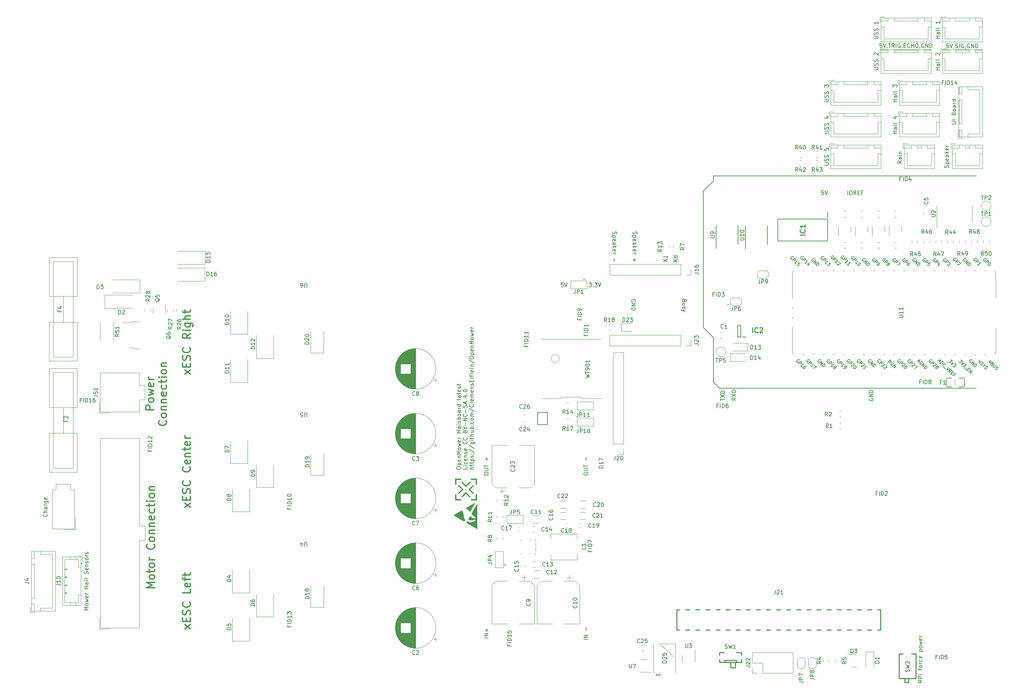
<source format=gbr>
%TF.GenerationSoftware,KiCad,Pcbnew,8.0.3+1*%
%TF.CreationDate,2024-07-23T19:13:49+00:00*%
%TF.ProjectId,OpenMowerMainboard,4f70656e-4d6f-4776-9572-4d61696e626f,rev?*%
%TF.SameCoordinates,Original*%
%TF.FileFunction,Legend,Top*%
%TF.FilePolarity,Positive*%
%FSLAX46Y46*%
G04 Gerber Fmt 4.6, Leading zero omitted, Abs format (unit mm)*
G04 Created by KiCad (PCBNEW 8.0.3+1) date 2024-07-23 19:13:49*
%MOMM*%
%LPD*%
G01*
G04 APERTURE LIST*
%ADD10C,0.120000*%
%ADD11C,0.150000*%
%ADD12C,0.300000*%
%ADD13C,0.200000*%
%ADD14C,0.254000*%
%ADD15C,0.250000*%
%ADD16C,0.080000*%
%ADD17C,0.010000*%
%ADD18C,0.100000*%
G04 APERTURE END LIST*
D10*
X215890000Y-159098000D02*
X218430000Y-159098000D01*
X215890000Y-159098000D02*
X219446000Y-162527000D01*
D11*
X234944819Y-97359666D02*
X234468628Y-97692999D01*
X234944819Y-97931094D02*
X233944819Y-97931094D01*
X233944819Y-97931094D02*
X233944819Y-97550142D01*
X233944819Y-97550142D02*
X233992438Y-97454904D01*
X233992438Y-97454904D02*
X234040057Y-97407285D01*
X234040057Y-97407285D02*
X234135295Y-97359666D01*
X234135295Y-97359666D02*
X234278152Y-97359666D01*
X234278152Y-97359666D02*
X234373390Y-97407285D01*
X234373390Y-97407285D02*
X234421009Y-97454904D01*
X234421009Y-97454904D02*
X234468628Y-97550142D01*
X234468628Y-97550142D02*
X234468628Y-97931094D01*
X233944819Y-97026332D02*
X234944819Y-96359666D01*
X233944819Y-96359666D02*
X234944819Y-97026332D01*
X234944819Y-95978713D02*
X233944819Y-95978713D01*
X233944819Y-95978713D02*
X233944819Y-95740618D01*
X233944819Y-95740618D02*
X233992438Y-95597761D01*
X233992438Y-95597761D02*
X234087676Y-95502523D01*
X234087676Y-95502523D02*
X234182914Y-95454904D01*
X234182914Y-95454904D02*
X234373390Y-95407285D01*
X234373390Y-95407285D02*
X234516247Y-95407285D01*
X234516247Y-95407285D02*
X234706723Y-95454904D01*
X234706723Y-95454904D02*
X234801961Y-95502523D01*
X234801961Y-95502523D02*
X234897200Y-95597761D01*
X234897200Y-95597761D02*
X234944819Y-95740618D01*
X234944819Y-95740618D02*
X234944819Y-95978713D01*
X222054990Y-72968333D02*
X222007371Y-73111190D01*
X222007371Y-73111190D02*
X221959752Y-73158809D01*
X221959752Y-73158809D02*
X221864514Y-73206428D01*
X221864514Y-73206428D02*
X221721657Y-73206428D01*
X221721657Y-73206428D02*
X221626419Y-73158809D01*
X221626419Y-73158809D02*
X221578800Y-73111190D01*
X221578800Y-73111190D02*
X221531180Y-73015952D01*
X221531180Y-73015952D02*
X221531180Y-72635000D01*
X221531180Y-72635000D02*
X222531180Y-72635000D01*
X222531180Y-72635000D02*
X222531180Y-72968333D01*
X222531180Y-72968333D02*
X222483561Y-73063571D01*
X222483561Y-73063571D02*
X222435942Y-73111190D01*
X222435942Y-73111190D02*
X222340704Y-73158809D01*
X222340704Y-73158809D02*
X222245466Y-73158809D01*
X222245466Y-73158809D02*
X222150228Y-73111190D01*
X222150228Y-73111190D02*
X222102609Y-73063571D01*
X222102609Y-73063571D02*
X222054990Y-72968333D01*
X222054990Y-72968333D02*
X222054990Y-72635000D01*
X222197847Y-74063571D02*
X221531180Y-74063571D01*
X222197847Y-73635000D02*
X221674038Y-73635000D01*
X221674038Y-73635000D02*
X221578800Y-73682619D01*
X221578800Y-73682619D02*
X221531180Y-73777857D01*
X221531180Y-73777857D02*
X221531180Y-73920714D01*
X221531180Y-73920714D02*
X221578800Y-74015952D01*
X221578800Y-74015952D02*
X221626419Y-74063571D01*
X221578800Y-74492143D02*
X221531180Y-74587381D01*
X221531180Y-74587381D02*
X221531180Y-74777857D01*
X221531180Y-74777857D02*
X221578800Y-74873095D01*
X221578800Y-74873095D02*
X221674038Y-74920714D01*
X221674038Y-74920714D02*
X221721657Y-74920714D01*
X221721657Y-74920714D02*
X221816895Y-74873095D01*
X221816895Y-74873095D02*
X221864514Y-74777857D01*
X221864514Y-74777857D02*
X221864514Y-74635000D01*
X221864514Y-74635000D02*
X221912133Y-74539762D01*
X221912133Y-74539762D02*
X222007371Y-74492143D01*
X222007371Y-74492143D02*
X222054990Y-74492143D01*
X222054990Y-74492143D02*
X222150228Y-74539762D01*
X222150228Y-74539762D02*
X222197847Y-74635000D01*
X222197847Y-74635000D02*
X222197847Y-74777857D01*
X222197847Y-74777857D02*
X222150228Y-74873095D01*
X222197847Y-75254048D02*
X221531180Y-75492143D01*
X222197847Y-75730238D02*
X221531180Y-75492143D01*
X221531180Y-75492143D02*
X221293085Y-75396905D01*
X221293085Y-75396905D02*
X221245466Y-75349286D01*
X221245466Y-75349286D02*
X221197847Y-75254048D01*
X275444819Y-22972047D02*
X274444819Y-22972047D01*
X274921009Y-22972047D02*
X274921009Y-22400619D01*
X275444819Y-22400619D02*
X274444819Y-22400619D01*
X275444819Y-21495857D02*
X274921009Y-21495857D01*
X274921009Y-21495857D02*
X274825771Y-21543476D01*
X274825771Y-21543476D02*
X274778152Y-21638714D01*
X274778152Y-21638714D02*
X274778152Y-21829190D01*
X274778152Y-21829190D02*
X274825771Y-21924428D01*
X275397200Y-21495857D02*
X275444819Y-21591095D01*
X275444819Y-21591095D02*
X275444819Y-21829190D01*
X275444819Y-21829190D02*
X275397200Y-21924428D01*
X275397200Y-21924428D02*
X275301961Y-21972047D01*
X275301961Y-21972047D02*
X275206723Y-21972047D01*
X275206723Y-21972047D02*
X275111485Y-21924428D01*
X275111485Y-21924428D02*
X275063866Y-21829190D01*
X275063866Y-21829190D02*
X275063866Y-21591095D01*
X275063866Y-21591095D02*
X275016247Y-21495857D01*
X275444819Y-20876809D02*
X275397200Y-20972047D01*
X275397200Y-20972047D02*
X275301961Y-21019666D01*
X275301961Y-21019666D02*
X274444819Y-21019666D01*
X275444819Y-20352999D02*
X275397200Y-20448237D01*
X275397200Y-20448237D02*
X275301961Y-20495856D01*
X275301961Y-20495856D02*
X274444819Y-20495856D01*
X274444819Y-19305379D02*
X274444819Y-18686332D01*
X274444819Y-18686332D02*
X274825771Y-19019665D01*
X274825771Y-19019665D02*
X274825771Y-18876808D01*
X274825771Y-18876808D02*
X274873390Y-18781570D01*
X274873390Y-18781570D02*
X274921009Y-18733951D01*
X274921009Y-18733951D02*
X275016247Y-18686332D01*
X275016247Y-18686332D02*
X275254342Y-18686332D01*
X275254342Y-18686332D02*
X275349580Y-18733951D01*
X275349580Y-18733951D02*
X275397200Y-18781570D01*
X275397200Y-18781570D02*
X275444819Y-18876808D01*
X275444819Y-18876808D02*
X275444819Y-19162522D01*
X275444819Y-19162522D02*
X275397200Y-19257760D01*
X275397200Y-19257760D02*
X275349580Y-19305379D01*
D12*
X97855638Y-124880381D02*
X96522304Y-123832762D01*
X96522304Y-124880381D02*
X97855638Y-123832762D01*
X96808019Y-123070857D02*
X96808019Y-122404190D01*
X97855638Y-122118476D02*
X97855638Y-123070857D01*
X97855638Y-123070857D02*
X95855638Y-123070857D01*
X95855638Y-123070857D02*
X95855638Y-122118476D01*
X97760400Y-121356571D02*
X97855638Y-121070857D01*
X97855638Y-121070857D02*
X97855638Y-120594666D01*
X97855638Y-120594666D02*
X97760400Y-120404190D01*
X97760400Y-120404190D02*
X97665161Y-120308952D01*
X97665161Y-120308952D02*
X97474685Y-120213714D01*
X97474685Y-120213714D02*
X97284209Y-120213714D01*
X97284209Y-120213714D02*
X97093733Y-120308952D01*
X97093733Y-120308952D02*
X96998495Y-120404190D01*
X96998495Y-120404190D02*
X96903257Y-120594666D01*
X96903257Y-120594666D02*
X96808019Y-120975619D01*
X96808019Y-120975619D02*
X96712780Y-121166095D01*
X96712780Y-121166095D02*
X96617542Y-121261333D01*
X96617542Y-121261333D02*
X96427066Y-121356571D01*
X96427066Y-121356571D02*
X96236590Y-121356571D01*
X96236590Y-121356571D02*
X96046114Y-121261333D01*
X96046114Y-121261333D02*
X95950876Y-121166095D01*
X95950876Y-121166095D02*
X95855638Y-120975619D01*
X95855638Y-120975619D02*
X95855638Y-120499428D01*
X95855638Y-120499428D02*
X95950876Y-120213714D01*
X97665161Y-118213714D02*
X97760400Y-118308952D01*
X97760400Y-118308952D02*
X97855638Y-118594666D01*
X97855638Y-118594666D02*
X97855638Y-118785142D01*
X97855638Y-118785142D02*
X97760400Y-119070857D01*
X97760400Y-119070857D02*
X97569923Y-119261333D01*
X97569923Y-119261333D02*
X97379447Y-119356571D01*
X97379447Y-119356571D02*
X96998495Y-119451809D01*
X96998495Y-119451809D02*
X96712780Y-119451809D01*
X96712780Y-119451809D02*
X96331828Y-119356571D01*
X96331828Y-119356571D02*
X96141352Y-119261333D01*
X96141352Y-119261333D02*
X95950876Y-119070857D01*
X95950876Y-119070857D02*
X95855638Y-118785142D01*
X95855638Y-118785142D02*
X95855638Y-118594666D01*
X95855638Y-118594666D02*
X95950876Y-118308952D01*
X95950876Y-118308952D02*
X96046114Y-118213714D01*
X97665161Y-114689904D02*
X97760400Y-114785142D01*
X97760400Y-114785142D02*
X97855638Y-115070856D01*
X97855638Y-115070856D02*
X97855638Y-115261332D01*
X97855638Y-115261332D02*
X97760400Y-115547047D01*
X97760400Y-115547047D02*
X97569923Y-115737523D01*
X97569923Y-115737523D02*
X97379447Y-115832761D01*
X97379447Y-115832761D02*
X96998495Y-115927999D01*
X96998495Y-115927999D02*
X96712780Y-115927999D01*
X96712780Y-115927999D02*
X96331828Y-115832761D01*
X96331828Y-115832761D02*
X96141352Y-115737523D01*
X96141352Y-115737523D02*
X95950876Y-115547047D01*
X95950876Y-115547047D02*
X95855638Y-115261332D01*
X95855638Y-115261332D02*
X95855638Y-115070856D01*
X95855638Y-115070856D02*
X95950876Y-114785142D01*
X95950876Y-114785142D02*
X96046114Y-114689904D01*
X97760400Y-113070856D02*
X97855638Y-113261332D01*
X97855638Y-113261332D02*
X97855638Y-113642285D01*
X97855638Y-113642285D02*
X97760400Y-113832761D01*
X97760400Y-113832761D02*
X97569923Y-113927999D01*
X97569923Y-113927999D02*
X96808019Y-113927999D01*
X96808019Y-113927999D02*
X96617542Y-113832761D01*
X96617542Y-113832761D02*
X96522304Y-113642285D01*
X96522304Y-113642285D02*
X96522304Y-113261332D01*
X96522304Y-113261332D02*
X96617542Y-113070856D01*
X96617542Y-113070856D02*
X96808019Y-112975618D01*
X96808019Y-112975618D02*
X96998495Y-112975618D01*
X96998495Y-112975618D02*
X97188971Y-113927999D01*
X96522304Y-112118475D02*
X97855638Y-112118475D01*
X96712780Y-112118475D02*
X96617542Y-112023237D01*
X96617542Y-112023237D02*
X96522304Y-111832761D01*
X96522304Y-111832761D02*
X96522304Y-111547046D01*
X96522304Y-111547046D02*
X96617542Y-111356570D01*
X96617542Y-111356570D02*
X96808019Y-111261332D01*
X96808019Y-111261332D02*
X97855638Y-111261332D01*
X96522304Y-110594665D02*
X96522304Y-109832761D01*
X95855638Y-110308951D02*
X97569923Y-110308951D01*
X97569923Y-110308951D02*
X97760400Y-110213713D01*
X97760400Y-110213713D02*
X97855638Y-110023237D01*
X97855638Y-110023237D02*
X97855638Y-109832761D01*
X97760400Y-108404189D02*
X97855638Y-108594665D01*
X97855638Y-108594665D02*
X97855638Y-108975618D01*
X97855638Y-108975618D02*
X97760400Y-109166094D01*
X97760400Y-109166094D02*
X97569923Y-109261332D01*
X97569923Y-109261332D02*
X96808019Y-109261332D01*
X96808019Y-109261332D02*
X96617542Y-109166094D01*
X96617542Y-109166094D02*
X96522304Y-108975618D01*
X96522304Y-108975618D02*
X96522304Y-108594665D01*
X96522304Y-108594665D02*
X96617542Y-108404189D01*
X96617542Y-108404189D02*
X96808019Y-108308951D01*
X96808019Y-108308951D02*
X96998495Y-108308951D01*
X96998495Y-108308951D02*
X97188971Y-109261332D01*
X97855638Y-107451808D02*
X96522304Y-107451808D01*
X96903257Y-107451808D02*
X96712780Y-107356570D01*
X96712780Y-107356570D02*
X96617542Y-107261332D01*
X96617542Y-107261332D02*
X96522304Y-107070856D01*
X96522304Y-107070856D02*
X96522304Y-106880379D01*
D13*
X281772619Y-168296905D02*
X281296428Y-168630238D01*
X281772619Y-168868333D02*
X280772619Y-168868333D01*
X280772619Y-168868333D02*
X280772619Y-168487381D01*
X280772619Y-168487381D02*
X280820238Y-168392143D01*
X280820238Y-168392143D02*
X280867857Y-168344524D01*
X280867857Y-168344524D02*
X280963095Y-168296905D01*
X280963095Y-168296905D02*
X281105952Y-168296905D01*
X281105952Y-168296905D02*
X281201190Y-168344524D01*
X281201190Y-168344524D02*
X281248809Y-168392143D01*
X281248809Y-168392143D02*
X281296428Y-168487381D01*
X281296428Y-168487381D02*
X281296428Y-168868333D01*
X281772619Y-167868333D02*
X280772619Y-167868333D01*
X280772619Y-167868333D02*
X280772619Y-167487381D01*
X280772619Y-167487381D02*
X280820238Y-167392143D01*
X280820238Y-167392143D02*
X280867857Y-167344524D01*
X280867857Y-167344524D02*
X280963095Y-167296905D01*
X280963095Y-167296905D02*
X281105952Y-167296905D01*
X281105952Y-167296905D02*
X281201190Y-167344524D01*
X281201190Y-167344524D02*
X281248809Y-167392143D01*
X281248809Y-167392143D02*
X281296428Y-167487381D01*
X281296428Y-167487381D02*
X281296428Y-167868333D01*
X281772619Y-166868333D02*
X281105952Y-166868333D01*
X280772619Y-166868333D02*
X280820238Y-166915952D01*
X280820238Y-166915952D02*
X280867857Y-166868333D01*
X280867857Y-166868333D02*
X280820238Y-166820714D01*
X280820238Y-166820714D02*
X280772619Y-166868333D01*
X280772619Y-166868333D02*
X280867857Y-166868333D01*
X281105952Y-165773095D02*
X281105952Y-165392143D01*
X281772619Y-165630238D02*
X280915476Y-165630238D01*
X280915476Y-165630238D02*
X280820238Y-165582619D01*
X280820238Y-165582619D02*
X280772619Y-165487381D01*
X280772619Y-165487381D02*
X280772619Y-165392143D01*
X281772619Y-164915952D02*
X281725000Y-165011190D01*
X281725000Y-165011190D02*
X281677380Y-165058809D01*
X281677380Y-165058809D02*
X281582142Y-165106428D01*
X281582142Y-165106428D02*
X281296428Y-165106428D01*
X281296428Y-165106428D02*
X281201190Y-165058809D01*
X281201190Y-165058809D02*
X281153571Y-165011190D01*
X281153571Y-165011190D02*
X281105952Y-164915952D01*
X281105952Y-164915952D02*
X281105952Y-164773095D01*
X281105952Y-164773095D02*
X281153571Y-164677857D01*
X281153571Y-164677857D02*
X281201190Y-164630238D01*
X281201190Y-164630238D02*
X281296428Y-164582619D01*
X281296428Y-164582619D02*
X281582142Y-164582619D01*
X281582142Y-164582619D02*
X281677380Y-164630238D01*
X281677380Y-164630238D02*
X281725000Y-164677857D01*
X281725000Y-164677857D02*
X281772619Y-164773095D01*
X281772619Y-164773095D02*
X281772619Y-164915952D01*
X281772619Y-164154047D02*
X281105952Y-164154047D01*
X281296428Y-164154047D02*
X281201190Y-164106428D01*
X281201190Y-164106428D02*
X281153571Y-164058809D01*
X281153571Y-164058809D02*
X281105952Y-163963571D01*
X281105952Y-163963571D02*
X281105952Y-163868333D01*
X281725000Y-163106428D02*
X281772619Y-163201666D01*
X281772619Y-163201666D02*
X281772619Y-163392142D01*
X281772619Y-163392142D02*
X281725000Y-163487380D01*
X281725000Y-163487380D02*
X281677380Y-163534999D01*
X281677380Y-163534999D02*
X281582142Y-163582618D01*
X281582142Y-163582618D02*
X281296428Y-163582618D01*
X281296428Y-163582618D02*
X281201190Y-163534999D01*
X281201190Y-163534999D02*
X281153571Y-163487380D01*
X281153571Y-163487380D02*
X281105952Y-163392142D01*
X281105952Y-163392142D02*
X281105952Y-163201666D01*
X281105952Y-163201666D02*
X281153571Y-163106428D01*
X281725000Y-162296904D02*
X281772619Y-162392142D01*
X281772619Y-162392142D02*
X281772619Y-162582618D01*
X281772619Y-162582618D02*
X281725000Y-162677856D01*
X281725000Y-162677856D02*
X281629761Y-162725475D01*
X281629761Y-162725475D02*
X281248809Y-162725475D01*
X281248809Y-162725475D02*
X281153571Y-162677856D01*
X281153571Y-162677856D02*
X281105952Y-162582618D01*
X281105952Y-162582618D02*
X281105952Y-162392142D01*
X281105952Y-162392142D02*
X281153571Y-162296904D01*
X281153571Y-162296904D02*
X281248809Y-162249285D01*
X281248809Y-162249285D02*
X281344047Y-162249285D01*
X281344047Y-162249285D02*
X281439285Y-162725475D01*
X281105952Y-161058808D02*
X282105952Y-161058808D01*
X281153571Y-161058808D02*
X281105952Y-160963570D01*
X281105952Y-160963570D02*
X281105952Y-160773094D01*
X281105952Y-160773094D02*
X281153571Y-160677856D01*
X281153571Y-160677856D02*
X281201190Y-160630237D01*
X281201190Y-160630237D02*
X281296428Y-160582618D01*
X281296428Y-160582618D02*
X281582142Y-160582618D01*
X281582142Y-160582618D02*
X281677380Y-160630237D01*
X281677380Y-160630237D02*
X281725000Y-160677856D01*
X281725000Y-160677856D02*
X281772619Y-160773094D01*
X281772619Y-160773094D02*
X281772619Y-160963570D01*
X281772619Y-160963570D02*
X281725000Y-161058808D01*
X281772619Y-160011189D02*
X281725000Y-160106427D01*
X281725000Y-160106427D02*
X281677380Y-160154046D01*
X281677380Y-160154046D02*
X281582142Y-160201665D01*
X281582142Y-160201665D02*
X281296428Y-160201665D01*
X281296428Y-160201665D02*
X281201190Y-160154046D01*
X281201190Y-160154046D02*
X281153571Y-160106427D01*
X281153571Y-160106427D02*
X281105952Y-160011189D01*
X281105952Y-160011189D02*
X281105952Y-159868332D01*
X281105952Y-159868332D02*
X281153571Y-159773094D01*
X281153571Y-159773094D02*
X281201190Y-159725475D01*
X281201190Y-159725475D02*
X281296428Y-159677856D01*
X281296428Y-159677856D02*
X281582142Y-159677856D01*
X281582142Y-159677856D02*
X281677380Y-159725475D01*
X281677380Y-159725475D02*
X281725000Y-159773094D01*
X281725000Y-159773094D02*
X281772619Y-159868332D01*
X281772619Y-159868332D02*
X281772619Y-160011189D01*
X281105952Y-159344522D02*
X281772619Y-159154046D01*
X281772619Y-159154046D02*
X281296428Y-158963570D01*
X281296428Y-158963570D02*
X281772619Y-158773094D01*
X281772619Y-158773094D02*
X281105952Y-158582618D01*
X281725000Y-157820713D02*
X281772619Y-157915951D01*
X281772619Y-157915951D02*
X281772619Y-158106427D01*
X281772619Y-158106427D02*
X281725000Y-158201665D01*
X281725000Y-158201665D02*
X281629761Y-158249284D01*
X281629761Y-158249284D02*
X281248809Y-158249284D01*
X281248809Y-158249284D02*
X281153571Y-158201665D01*
X281153571Y-158201665D02*
X281105952Y-158106427D01*
X281105952Y-158106427D02*
X281105952Y-157915951D01*
X281105952Y-157915951D02*
X281153571Y-157820713D01*
X281153571Y-157820713D02*
X281248809Y-157773094D01*
X281248809Y-157773094D02*
X281344047Y-157773094D01*
X281344047Y-157773094D02*
X281439285Y-158249284D01*
X281772619Y-157344522D02*
X281105952Y-157344522D01*
X281296428Y-157344522D02*
X281201190Y-157296903D01*
X281201190Y-157296903D02*
X281153571Y-157249284D01*
X281153571Y-157249284D02*
X281105952Y-157154046D01*
X281105952Y-157154046D02*
X281105952Y-157058808D01*
D11*
X288431238Y-8447819D02*
X287955048Y-8447819D01*
X287955048Y-8447819D02*
X287907429Y-8924009D01*
X287907429Y-8924009D02*
X287955048Y-8876390D01*
X287955048Y-8876390D02*
X288050286Y-8828771D01*
X288050286Y-8828771D02*
X288288381Y-8828771D01*
X288288381Y-8828771D02*
X288383619Y-8876390D01*
X288383619Y-8876390D02*
X288431238Y-8924009D01*
X288431238Y-8924009D02*
X288478857Y-9019247D01*
X288478857Y-9019247D02*
X288478857Y-9257342D01*
X288478857Y-9257342D02*
X288431238Y-9352580D01*
X288431238Y-9352580D02*
X288383619Y-9400200D01*
X288383619Y-9400200D02*
X288288381Y-9447819D01*
X288288381Y-9447819D02*
X288050286Y-9447819D01*
X288050286Y-9447819D02*
X287955048Y-9400200D01*
X287955048Y-9400200D02*
X287907429Y-9352580D01*
X288764572Y-8447819D02*
X289097905Y-9447819D01*
X289097905Y-9447819D02*
X289431238Y-8447819D01*
X289812191Y-9400200D02*
X289812191Y-9447819D01*
X289812191Y-9447819D02*
X289764572Y-9543057D01*
X289764572Y-9543057D02*
X289716953Y-9590676D01*
X290193143Y-9400200D02*
X290336000Y-9447819D01*
X290336000Y-9447819D02*
X290574095Y-9447819D01*
X290574095Y-9447819D02*
X290669333Y-9400200D01*
X290669333Y-9400200D02*
X290716952Y-9352580D01*
X290716952Y-9352580D02*
X290764571Y-9257342D01*
X290764571Y-9257342D02*
X290764571Y-9162104D01*
X290764571Y-9162104D02*
X290716952Y-9066866D01*
X290716952Y-9066866D02*
X290669333Y-9019247D01*
X290669333Y-9019247D02*
X290574095Y-8971628D01*
X290574095Y-8971628D02*
X290383619Y-8924009D01*
X290383619Y-8924009D02*
X290288381Y-8876390D01*
X290288381Y-8876390D02*
X290240762Y-8828771D01*
X290240762Y-8828771D02*
X290193143Y-8733533D01*
X290193143Y-8733533D02*
X290193143Y-8638295D01*
X290193143Y-8638295D02*
X290240762Y-8543057D01*
X290240762Y-8543057D02*
X290288381Y-8495438D01*
X290288381Y-8495438D02*
X290383619Y-8447819D01*
X290383619Y-8447819D02*
X290621714Y-8447819D01*
X290621714Y-8447819D02*
X290764571Y-8495438D01*
X291193143Y-9447819D02*
X291193143Y-8447819D01*
X292193142Y-8495438D02*
X292097904Y-8447819D01*
X292097904Y-8447819D02*
X291955047Y-8447819D01*
X291955047Y-8447819D02*
X291812190Y-8495438D01*
X291812190Y-8495438D02*
X291716952Y-8590676D01*
X291716952Y-8590676D02*
X291669333Y-8685914D01*
X291669333Y-8685914D02*
X291621714Y-8876390D01*
X291621714Y-8876390D02*
X291621714Y-9019247D01*
X291621714Y-9019247D02*
X291669333Y-9209723D01*
X291669333Y-9209723D02*
X291716952Y-9304961D01*
X291716952Y-9304961D02*
X291812190Y-9400200D01*
X291812190Y-9400200D02*
X291955047Y-9447819D01*
X291955047Y-9447819D02*
X292050285Y-9447819D01*
X292050285Y-9447819D02*
X292193142Y-9400200D01*
X292193142Y-9400200D02*
X292240761Y-9352580D01*
X292240761Y-9352580D02*
X292240761Y-9019247D01*
X292240761Y-9019247D02*
X292050285Y-9019247D01*
X292716952Y-9400200D02*
X292716952Y-9447819D01*
X292716952Y-9447819D02*
X292669333Y-9543057D01*
X292669333Y-9543057D02*
X292621714Y-9590676D01*
X293669332Y-8495438D02*
X293574094Y-8447819D01*
X293574094Y-8447819D02*
X293431237Y-8447819D01*
X293431237Y-8447819D02*
X293288380Y-8495438D01*
X293288380Y-8495438D02*
X293193142Y-8590676D01*
X293193142Y-8590676D02*
X293145523Y-8685914D01*
X293145523Y-8685914D02*
X293097904Y-8876390D01*
X293097904Y-8876390D02*
X293097904Y-9019247D01*
X293097904Y-9019247D02*
X293145523Y-9209723D01*
X293145523Y-9209723D02*
X293193142Y-9304961D01*
X293193142Y-9304961D02*
X293288380Y-9400200D01*
X293288380Y-9400200D02*
X293431237Y-9447819D01*
X293431237Y-9447819D02*
X293526475Y-9447819D01*
X293526475Y-9447819D02*
X293669332Y-9400200D01*
X293669332Y-9400200D02*
X293716951Y-9352580D01*
X293716951Y-9352580D02*
X293716951Y-9019247D01*
X293716951Y-9019247D02*
X293526475Y-9019247D01*
X294145523Y-9447819D02*
X294145523Y-8447819D01*
X294145523Y-8447819D02*
X294716951Y-9447819D01*
X294716951Y-9447819D02*
X294716951Y-8447819D01*
X295193142Y-9447819D02*
X295193142Y-8447819D01*
X295193142Y-8447819D02*
X295431237Y-8447819D01*
X295431237Y-8447819D02*
X295574094Y-8495438D01*
X295574094Y-8495438D02*
X295669332Y-8590676D01*
X295669332Y-8590676D02*
X295716951Y-8685914D01*
X295716951Y-8685914D02*
X295764570Y-8876390D01*
X295764570Y-8876390D02*
X295764570Y-9019247D01*
X295764570Y-9019247D02*
X295716951Y-9209723D01*
X295716951Y-9209723D02*
X295669332Y-9304961D01*
X295669332Y-9304961D02*
X295574094Y-9400200D01*
X295574094Y-9400200D02*
X295431237Y-9447819D01*
X295431237Y-9447819D02*
X295193142Y-9447819D01*
D12*
X88645694Y-100335380D02*
X86645694Y-100335380D01*
X86645694Y-100335380D02*
X86645694Y-99573475D01*
X86645694Y-99573475D02*
X86740932Y-99382999D01*
X86740932Y-99382999D02*
X86836170Y-99287761D01*
X86836170Y-99287761D02*
X87026646Y-99192523D01*
X87026646Y-99192523D02*
X87312360Y-99192523D01*
X87312360Y-99192523D02*
X87502836Y-99287761D01*
X87502836Y-99287761D02*
X87598075Y-99382999D01*
X87598075Y-99382999D02*
X87693313Y-99573475D01*
X87693313Y-99573475D02*
X87693313Y-100335380D01*
X88645694Y-98049666D02*
X88550456Y-98240142D01*
X88550456Y-98240142D02*
X88455217Y-98335380D01*
X88455217Y-98335380D02*
X88264741Y-98430618D01*
X88264741Y-98430618D02*
X87693313Y-98430618D01*
X87693313Y-98430618D02*
X87502836Y-98335380D01*
X87502836Y-98335380D02*
X87407598Y-98240142D01*
X87407598Y-98240142D02*
X87312360Y-98049666D01*
X87312360Y-98049666D02*
X87312360Y-97763951D01*
X87312360Y-97763951D02*
X87407598Y-97573475D01*
X87407598Y-97573475D02*
X87502836Y-97478237D01*
X87502836Y-97478237D02*
X87693313Y-97382999D01*
X87693313Y-97382999D02*
X88264741Y-97382999D01*
X88264741Y-97382999D02*
X88455217Y-97478237D01*
X88455217Y-97478237D02*
X88550456Y-97573475D01*
X88550456Y-97573475D02*
X88645694Y-97763951D01*
X88645694Y-97763951D02*
X88645694Y-98049666D01*
X87312360Y-96716332D02*
X88645694Y-96335380D01*
X88645694Y-96335380D02*
X87693313Y-95954427D01*
X87693313Y-95954427D02*
X88645694Y-95573475D01*
X88645694Y-95573475D02*
X87312360Y-95192523D01*
X88550456Y-93668713D02*
X88645694Y-93859189D01*
X88645694Y-93859189D02*
X88645694Y-94240142D01*
X88645694Y-94240142D02*
X88550456Y-94430618D01*
X88550456Y-94430618D02*
X88359979Y-94525856D01*
X88359979Y-94525856D02*
X87598075Y-94525856D01*
X87598075Y-94525856D02*
X87407598Y-94430618D01*
X87407598Y-94430618D02*
X87312360Y-94240142D01*
X87312360Y-94240142D02*
X87312360Y-93859189D01*
X87312360Y-93859189D02*
X87407598Y-93668713D01*
X87407598Y-93668713D02*
X87598075Y-93573475D01*
X87598075Y-93573475D02*
X87788551Y-93573475D01*
X87788551Y-93573475D02*
X87979027Y-94525856D01*
X88645694Y-92716332D02*
X87312360Y-92716332D01*
X87693313Y-92716332D02*
X87502836Y-92621094D01*
X87502836Y-92621094D02*
X87407598Y-92525856D01*
X87407598Y-92525856D02*
X87312360Y-92335380D01*
X87312360Y-92335380D02*
X87312360Y-92144903D01*
X91675105Y-103049667D02*
X91770344Y-103144905D01*
X91770344Y-103144905D02*
X91865582Y-103430619D01*
X91865582Y-103430619D02*
X91865582Y-103621095D01*
X91865582Y-103621095D02*
X91770344Y-103906810D01*
X91770344Y-103906810D02*
X91579867Y-104097286D01*
X91579867Y-104097286D02*
X91389391Y-104192524D01*
X91389391Y-104192524D02*
X91008439Y-104287762D01*
X91008439Y-104287762D02*
X90722724Y-104287762D01*
X90722724Y-104287762D02*
X90341772Y-104192524D01*
X90341772Y-104192524D02*
X90151296Y-104097286D01*
X90151296Y-104097286D02*
X89960820Y-103906810D01*
X89960820Y-103906810D02*
X89865582Y-103621095D01*
X89865582Y-103621095D02*
X89865582Y-103430619D01*
X89865582Y-103430619D02*
X89960820Y-103144905D01*
X89960820Y-103144905D02*
X90056058Y-103049667D01*
X91865582Y-101906810D02*
X91770344Y-102097286D01*
X91770344Y-102097286D02*
X91675105Y-102192524D01*
X91675105Y-102192524D02*
X91484629Y-102287762D01*
X91484629Y-102287762D02*
X90913201Y-102287762D01*
X90913201Y-102287762D02*
X90722724Y-102192524D01*
X90722724Y-102192524D02*
X90627486Y-102097286D01*
X90627486Y-102097286D02*
X90532248Y-101906810D01*
X90532248Y-101906810D02*
X90532248Y-101621095D01*
X90532248Y-101621095D02*
X90627486Y-101430619D01*
X90627486Y-101430619D02*
X90722724Y-101335381D01*
X90722724Y-101335381D02*
X90913201Y-101240143D01*
X90913201Y-101240143D02*
X91484629Y-101240143D01*
X91484629Y-101240143D02*
X91675105Y-101335381D01*
X91675105Y-101335381D02*
X91770344Y-101430619D01*
X91770344Y-101430619D02*
X91865582Y-101621095D01*
X91865582Y-101621095D02*
X91865582Y-101906810D01*
X90532248Y-100383000D02*
X91865582Y-100383000D01*
X90722724Y-100383000D02*
X90627486Y-100287762D01*
X90627486Y-100287762D02*
X90532248Y-100097286D01*
X90532248Y-100097286D02*
X90532248Y-99811571D01*
X90532248Y-99811571D02*
X90627486Y-99621095D01*
X90627486Y-99621095D02*
X90817963Y-99525857D01*
X90817963Y-99525857D02*
X91865582Y-99525857D01*
X90532248Y-98573476D02*
X91865582Y-98573476D01*
X90722724Y-98573476D02*
X90627486Y-98478238D01*
X90627486Y-98478238D02*
X90532248Y-98287762D01*
X90532248Y-98287762D02*
X90532248Y-98002047D01*
X90532248Y-98002047D02*
X90627486Y-97811571D01*
X90627486Y-97811571D02*
X90817963Y-97716333D01*
X90817963Y-97716333D02*
X91865582Y-97716333D01*
X91770344Y-96002047D02*
X91865582Y-96192523D01*
X91865582Y-96192523D02*
X91865582Y-96573476D01*
X91865582Y-96573476D02*
X91770344Y-96763952D01*
X91770344Y-96763952D02*
X91579867Y-96859190D01*
X91579867Y-96859190D02*
X90817963Y-96859190D01*
X90817963Y-96859190D02*
X90627486Y-96763952D01*
X90627486Y-96763952D02*
X90532248Y-96573476D01*
X90532248Y-96573476D02*
X90532248Y-96192523D01*
X90532248Y-96192523D02*
X90627486Y-96002047D01*
X90627486Y-96002047D02*
X90817963Y-95906809D01*
X90817963Y-95906809D02*
X91008439Y-95906809D01*
X91008439Y-95906809D02*
X91198915Y-96859190D01*
X91770344Y-94192523D02*
X91865582Y-94382999D01*
X91865582Y-94382999D02*
X91865582Y-94763952D01*
X91865582Y-94763952D02*
X91770344Y-94954428D01*
X91770344Y-94954428D02*
X91675105Y-95049666D01*
X91675105Y-95049666D02*
X91484629Y-95144904D01*
X91484629Y-95144904D02*
X90913201Y-95144904D01*
X90913201Y-95144904D02*
X90722724Y-95049666D01*
X90722724Y-95049666D02*
X90627486Y-94954428D01*
X90627486Y-94954428D02*
X90532248Y-94763952D01*
X90532248Y-94763952D02*
X90532248Y-94382999D01*
X90532248Y-94382999D02*
X90627486Y-94192523D01*
X90532248Y-93621094D02*
X90532248Y-92859190D01*
X89865582Y-93335380D02*
X91579867Y-93335380D01*
X91579867Y-93335380D02*
X91770344Y-93240142D01*
X91770344Y-93240142D02*
X91865582Y-93049666D01*
X91865582Y-93049666D02*
X91865582Y-92859190D01*
X91865582Y-92192523D02*
X90532248Y-92192523D01*
X89865582Y-92192523D02*
X89960820Y-92287761D01*
X89960820Y-92287761D02*
X90056058Y-92192523D01*
X90056058Y-92192523D02*
X89960820Y-92097285D01*
X89960820Y-92097285D02*
X89865582Y-92192523D01*
X89865582Y-92192523D02*
X90056058Y-92192523D01*
X91865582Y-90954428D02*
X91770344Y-91144904D01*
X91770344Y-91144904D02*
X91675105Y-91240142D01*
X91675105Y-91240142D02*
X91484629Y-91335380D01*
X91484629Y-91335380D02*
X90913201Y-91335380D01*
X90913201Y-91335380D02*
X90722724Y-91240142D01*
X90722724Y-91240142D02*
X90627486Y-91144904D01*
X90627486Y-91144904D02*
X90532248Y-90954428D01*
X90532248Y-90954428D02*
X90532248Y-90668713D01*
X90532248Y-90668713D02*
X90627486Y-90478237D01*
X90627486Y-90478237D02*
X90722724Y-90382999D01*
X90722724Y-90382999D02*
X90913201Y-90287761D01*
X90913201Y-90287761D02*
X91484629Y-90287761D01*
X91484629Y-90287761D02*
X91675105Y-90382999D01*
X91675105Y-90382999D02*
X91770344Y-90478237D01*
X91770344Y-90478237D02*
X91865582Y-90668713D01*
X91865582Y-90668713D02*
X91865582Y-90954428D01*
X90532248Y-89430618D02*
X91865582Y-89430618D01*
X90722724Y-89430618D02*
X90627486Y-89335380D01*
X90627486Y-89335380D02*
X90532248Y-89144904D01*
X90532248Y-89144904D02*
X90532248Y-88859189D01*
X90532248Y-88859189D02*
X90627486Y-88668713D01*
X90627486Y-88668713D02*
X90817963Y-88573475D01*
X90817963Y-88573475D02*
X91865582Y-88573475D01*
D11*
X288397200Y-39554904D02*
X288444819Y-39412047D01*
X288444819Y-39412047D02*
X288444819Y-39173952D01*
X288444819Y-39173952D02*
X288397200Y-39078714D01*
X288397200Y-39078714D02*
X288349580Y-39031095D01*
X288349580Y-39031095D02*
X288254342Y-38983476D01*
X288254342Y-38983476D02*
X288159104Y-38983476D01*
X288159104Y-38983476D02*
X288063866Y-39031095D01*
X288063866Y-39031095D02*
X288016247Y-39078714D01*
X288016247Y-39078714D02*
X287968628Y-39173952D01*
X287968628Y-39173952D02*
X287921009Y-39364428D01*
X287921009Y-39364428D02*
X287873390Y-39459666D01*
X287873390Y-39459666D02*
X287825771Y-39507285D01*
X287825771Y-39507285D02*
X287730533Y-39554904D01*
X287730533Y-39554904D02*
X287635295Y-39554904D01*
X287635295Y-39554904D02*
X287540057Y-39507285D01*
X287540057Y-39507285D02*
X287492438Y-39459666D01*
X287492438Y-39459666D02*
X287444819Y-39364428D01*
X287444819Y-39364428D02*
X287444819Y-39126333D01*
X287444819Y-39126333D02*
X287492438Y-38983476D01*
X287778152Y-38554904D02*
X288778152Y-38554904D01*
X287825771Y-38554904D02*
X287778152Y-38459666D01*
X287778152Y-38459666D02*
X287778152Y-38269190D01*
X287778152Y-38269190D02*
X287825771Y-38173952D01*
X287825771Y-38173952D02*
X287873390Y-38126333D01*
X287873390Y-38126333D02*
X287968628Y-38078714D01*
X287968628Y-38078714D02*
X288254342Y-38078714D01*
X288254342Y-38078714D02*
X288349580Y-38126333D01*
X288349580Y-38126333D02*
X288397200Y-38173952D01*
X288397200Y-38173952D02*
X288444819Y-38269190D01*
X288444819Y-38269190D02*
X288444819Y-38459666D01*
X288444819Y-38459666D02*
X288397200Y-38554904D01*
X288397200Y-37269190D02*
X288444819Y-37364428D01*
X288444819Y-37364428D02*
X288444819Y-37554904D01*
X288444819Y-37554904D02*
X288397200Y-37650142D01*
X288397200Y-37650142D02*
X288301961Y-37697761D01*
X288301961Y-37697761D02*
X287921009Y-37697761D01*
X287921009Y-37697761D02*
X287825771Y-37650142D01*
X287825771Y-37650142D02*
X287778152Y-37554904D01*
X287778152Y-37554904D02*
X287778152Y-37364428D01*
X287778152Y-37364428D02*
X287825771Y-37269190D01*
X287825771Y-37269190D02*
X287921009Y-37221571D01*
X287921009Y-37221571D02*
X288016247Y-37221571D01*
X288016247Y-37221571D02*
X288111485Y-37697761D01*
X288444819Y-36364428D02*
X287921009Y-36364428D01*
X287921009Y-36364428D02*
X287825771Y-36412047D01*
X287825771Y-36412047D02*
X287778152Y-36507285D01*
X287778152Y-36507285D02*
X287778152Y-36697761D01*
X287778152Y-36697761D02*
X287825771Y-36792999D01*
X288397200Y-36364428D02*
X288444819Y-36459666D01*
X288444819Y-36459666D02*
X288444819Y-36697761D01*
X288444819Y-36697761D02*
X288397200Y-36792999D01*
X288397200Y-36792999D02*
X288301961Y-36840618D01*
X288301961Y-36840618D02*
X288206723Y-36840618D01*
X288206723Y-36840618D02*
X288111485Y-36792999D01*
X288111485Y-36792999D02*
X288063866Y-36697761D01*
X288063866Y-36697761D02*
X288063866Y-36459666D01*
X288063866Y-36459666D02*
X288016247Y-36364428D01*
X288444819Y-35888237D02*
X287444819Y-35888237D01*
X288063866Y-35792999D02*
X288444819Y-35507285D01*
X287778152Y-35507285D02*
X288159104Y-35888237D01*
X288397200Y-34697761D02*
X288444819Y-34792999D01*
X288444819Y-34792999D02*
X288444819Y-34983475D01*
X288444819Y-34983475D02*
X288397200Y-35078713D01*
X288397200Y-35078713D02*
X288301961Y-35126332D01*
X288301961Y-35126332D02*
X287921009Y-35126332D01*
X287921009Y-35126332D02*
X287825771Y-35078713D01*
X287825771Y-35078713D02*
X287778152Y-34983475D01*
X287778152Y-34983475D02*
X287778152Y-34792999D01*
X287778152Y-34792999D02*
X287825771Y-34697761D01*
X287825771Y-34697761D02*
X287921009Y-34650142D01*
X287921009Y-34650142D02*
X288016247Y-34650142D01*
X288016247Y-34650142D02*
X288111485Y-35126332D01*
X288444819Y-34221570D02*
X287778152Y-34221570D01*
X287968628Y-34221570D02*
X287873390Y-34173951D01*
X287873390Y-34173951D02*
X287825771Y-34126332D01*
X287825771Y-34126332D02*
X287778152Y-34031094D01*
X287778152Y-34031094D02*
X287778152Y-33935856D01*
X72170819Y-150625096D02*
X71170819Y-150625096D01*
X71170819Y-150625096D02*
X71885104Y-150291763D01*
X71885104Y-150291763D02*
X71170819Y-149958430D01*
X71170819Y-149958430D02*
X72170819Y-149958430D01*
X72170819Y-149339382D02*
X72123200Y-149434620D01*
X72123200Y-149434620D02*
X72075580Y-149482239D01*
X72075580Y-149482239D02*
X71980342Y-149529858D01*
X71980342Y-149529858D02*
X71694628Y-149529858D01*
X71694628Y-149529858D02*
X71599390Y-149482239D01*
X71599390Y-149482239D02*
X71551771Y-149434620D01*
X71551771Y-149434620D02*
X71504152Y-149339382D01*
X71504152Y-149339382D02*
X71504152Y-149196525D01*
X71504152Y-149196525D02*
X71551771Y-149101287D01*
X71551771Y-149101287D02*
X71599390Y-149053668D01*
X71599390Y-149053668D02*
X71694628Y-149006049D01*
X71694628Y-149006049D02*
X71980342Y-149006049D01*
X71980342Y-149006049D02*
X72075580Y-149053668D01*
X72075580Y-149053668D02*
X72123200Y-149101287D01*
X72123200Y-149101287D02*
X72170819Y-149196525D01*
X72170819Y-149196525D02*
X72170819Y-149339382D01*
X71504152Y-148672715D02*
X72170819Y-148482239D01*
X72170819Y-148482239D02*
X71694628Y-148291763D01*
X71694628Y-148291763D02*
X72170819Y-148101287D01*
X72170819Y-148101287D02*
X71504152Y-147910811D01*
X72123200Y-147148906D02*
X72170819Y-147244144D01*
X72170819Y-147244144D02*
X72170819Y-147434620D01*
X72170819Y-147434620D02*
X72123200Y-147529858D01*
X72123200Y-147529858D02*
X72027961Y-147577477D01*
X72027961Y-147577477D02*
X71647009Y-147577477D01*
X71647009Y-147577477D02*
X71551771Y-147529858D01*
X71551771Y-147529858D02*
X71504152Y-147434620D01*
X71504152Y-147434620D02*
X71504152Y-147244144D01*
X71504152Y-147244144D02*
X71551771Y-147148906D01*
X71551771Y-147148906D02*
X71647009Y-147101287D01*
X71647009Y-147101287D02*
X71742247Y-147101287D01*
X71742247Y-147101287D02*
X71837485Y-147577477D01*
X72170819Y-146672715D02*
X71504152Y-146672715D01*
X71694628Y-146672715D02*
X71599390Y-146625096D01*
X71599390Y-146625096D02*
X71551771Y-146577477D01*
X71551771Y-146577477D02*
X71504152Y-146482239D01*
X71504152Y-146482239D02*
X71504152Y-146387001D01*
X72170819Y-145291762D02*
X71170819Y-145291762D01*
X71647009Y-145291762D02*
X71647009Y-144720334D01*
X72170819Y-144720334D02*
X71170819Y-144720334D01*
X72170819Y-143815572D02*
X71647009Y-143815572D01*
X71647009Y-143815572D02*
X71551771Y-143863191D01*
X71551771Y-143863191D02*
X71504152Y-143958429D01*
X71504152Y-143958429D02*
X71504152Y-144148905D01*
X71504152Y-144148905D02*
X71551771Y-144244143D01*
X72123200Y-143815572D02*
X72170819Y-143910810D01*
X72170819Y-143910810D02*
X72170819Y-144148905D01*
X72170819Y-144148905D02*
X72123200Y-144244143D01*
X72123200Y-144244143D02*
X72027961Y-144291762D01*
X72027961Y-144291762D02*
X71932723Y-144291762D01*
X71932723Y-144291762D02*
X71837485Y-144244143D01*
X71837485Y-144244143D02*
X71789866Y-144148905D01*
X71789866Y-144148905D02*
X71789866Y-143910810D01*
X71789866Y-143910810D02*
X71742247Y-143815572D01*
X72170819Y-143196524D02*
X72123200Y-143291762D01*
X72123200Y-143291762D02*
X72027961Y-143339381D01*
X72027961Y-143339381D02*
X71170819Y-143339381D01*
X72170819Y-142672714D02*
X72123200Y-142767952D01*
X72123200Y-142767952D02*
X72027961Y-142815571D01*
X72027961Y-142815571D02*
X71170819Y-142815571D01*
X72123200Y-141577475D02*
X72170819Y-141434618D01*
X72170819Y-141434618D02*
X72170819Y-141196523D01*
X72170819Y-141196523D02*
X72123200Y-141101285D01*
X72123200Y-141101285D02*
X72075580Y-141053666D01*
X72075580Y-141053666D02*
X71980342Y-141006047D01*
X71980342Y-141006047D02*
X71885104Y-141006047D01*
X71885104Y-141006047D02*
X71789866Y-141053666D01*
X71789866Y-141053666D02*
X71742247Y-141101285D01*
X71742247Y-141101285D02*
X71694628Y-141196523D01*
X71694628Y-141196523D02*
X71647009Y-141386999D01*
X71647009Y-141386999D02*
X71599390Y-141482237D01*
X71599390Y-141482237D02*
X71551771Y-141529856D01*
X71551771Y-141529856D02*
X71456533Y-141577475D01*
X71456533Y-141577475D02*
X71361295Y-141577475D01*
X71361295Y-141577475D02*
X71266057Y-141529856D01*
X71266057Y-141529856D02*
X71218438Y-141482237D01*
X71218438Y-141482237D02*
X71170819Y-141386999D01*
X71170819Y-141386999D02*
X71170819Y-141148904D01*
X71170819Y-141148904D02*
X71218438Y-141006047D01*
X72123200Y-140196523D02*
X72170819Y-140291761D01*
X72170819Y-140291761D02*
X72170819Y-140482237D01*
X72170819Y-140482237D02*
X72123200Y-140577475D01*
X72123200Y-140577475D02*
X72027961Y-140625094D01*
X72027961Y-140625094D02*
X71647009Y-140625094D01*
X71647009Y-140625094D02*
X71551771Y-140577475D01*
X71551771Y-140577475D02*
X71504152Y-140482237D01*
X71504152Y-140482237D02*
X71504152Y-140291761D01*
X71504152Y-140291761D02*
X71551771Y-140196523D01*
X71551771Y-140196523D02*
X71647009Y-140148904D01*
X71647009Y-140148904D02*
X71742247Y-140148904D01*
X71742247Y-140148904D02*
X71837485Y-140625094D01*
X71504152Y-139720332D02*
X72170819Y-139720332D01*
X71599390Y-139720332D02*
X71551771Y-139672713D01*
X71551771Y-139672713D02*
X71504152Y-139577475D01*
X71504152Y-139577475D02*
X71504152Y-139434618D01*
X71504152Y-139434618D02*
X71551771Y-139339380D01*
X71551771Y-139339380D02*
X71647009Y-139291761D01*
X71647009Y-139291761D02*
X72170819Y-139291761D01*
X72123200Y-138863189D02*
X72170819Y-138767951D01*
X72170819Y-138767951D02*
X72170819Y-138577475D01*
X72170819Y-138577475D02*
X72123200Y-138482237D01*
X72123200Y-138482237D02*
X72027961Y-138434618D01*
X72027961Y-138434618D02*
X71980342Y-138434618D01*
X71980342Y-138434618D02*
X71885104Y-138482237D01*
X71885104Y-138482237D02*
X71837485Y-138577475D01*
X71837485Y-138577475D02*
X71837485Y-138720332D01*
X71837485Y-138720332D02*
X71789866Y-138815570D01*
X71789866Y-138815570D02*
X71694628Y-138863189D01*
X71694628Y-138863189D02*
X71647009Y-138863189D01*
X71647009Y-138863189D02*
X71551771Y-138815570D01*
X71551771Y-138815570D02*
X71504152Y-138720332D01*
X71504152Y-138720332D02*
X71504152Y-138577475D01*
X71504152Y-138577475D02*
X71551771Y-138482237D01*
X72170819Y-137863189D02*
X72123200Y-137958427D01*
X72123200Y-137958427D02*
X72075580Y-138006046D01*
X72075580Y-138006046D02*
X71980342Y-138053665D01*
X71980342Y-138053665D02*
X71694628Y-138053665D01*
X71694628Y-138053665D02*
X71599390Y-138006046D01*
X71599390Y-138006046D02*
X71551771Y-137958427D01*
X71551771Y-137958427D02*
X71504152Y-137863189D01*
X71504152Y-137863189D02*
X71504152Y-137720332D01*
X71504152Y-137720332D02*
X71551771Y-137625094D01*
X71551771Y-137625094D02*
X71599390Y-137577475D01*
X71599390Y-137577475D02*
X71694628Y-137529856D01*
X71694628Y-137529856D02*
X71980342Y-137529856D01*
X71980342Y-137529856D02*
X72075580Y-137577475D01*
X72075580Y-137577475D02*
X72123200Y-137625094D01*
X72123200Y-137625094D02*
X72170819Y-137720332D01*
X72170819Y-137720332D02*
X72170819Y-137863189D01*
X72170819Y-137101284D02*
X71504152Y-137101284D01*
X71694628Y-137101284D02*
X71599390Y-137053665D01*
X71599390Y-137053665D02*
X71551771Y-137006046D01*
X71551771Y-137006046D02*
X71504152Y-136910808D01*
X71504152Y-136910808D02*
X71504152Y-136815570D01*
X72123200Y-136529855D02*
X72170819Y-136434617D01*
X72170819Y-136434617D02*
X72170819Y-136244141D01*
X72170819Y-136244141D02*
X72123200Y-136148903D01*
X72123200Y-136148903D02*
X72027961Y-136101284D01*
X72027961Y-136101284D02*
X71980342Y-136101284D01*
X71980342Y-136101284D02*
X71885104Y-136148903D01*
X71885104Y-136148903D02*
X71837485Y-136244141D01*
X71837485Y-136244141D02*
X71837485Y-136386998D01*
X71837485Y-136386998D02*
X71789866Y-136482236D01*
X71789866Y-136482236D02*
X71694628Y-136529855D01*
X71694628Y-136529855D02*
X71647009Y-136529855D01*
X71647009Y-136529855D02*
X71551771Y-136482236D01*
X71551771Y-136482236D02*
X71504152Y-136386998D01*
X71504152Y-136386998D02*
X71504152Y-136244141D01*
X71504152Y-136244141D02*
X71551771Y-136148903D01*
X204052800Y-55641095D02*
X204005180Y-55783952D01*
X204005180Y-55783952D02*
X204005180Y-56022047D01*
X204005180Y-56022047D02*
X204052800Y-56117285D01*
X204052800Y-56117285D02*
X204100419Y-56164904D01*
X204100419Y-56164904D02*
X204195657Y-56212523D01*
X204195657Y-56212523D02*
X204290895Y-56212523D01*
X204290895Y-56212523D02*
X204386133Y-56164904D01*
X204386133Y-56164904D02*
X204433752Y-56117285D01*
X204433752Y-56117285D02*
X204481371Y-56022047D01*
X204481371Y-56022047D02*
X204528990Y-55831571D01*
X204528990Y-55831571D02*
X204576609Y-55736333D01*
X204576609Y-55736333D02*
X204624228Y-55688714D01*
X204624228Y-55688714D02*
X204719466Y-55641095D01*
X204719466Y-55641095D02*
X204814704Y-55641095D01*
X204814704Y-55641095D02*
X204909942Y-55688714D01*
X204909942Y-55688714D02*
X204957561Y-55736333D01*
X204957561Y-55736333D02*
X205005180Y-55831571D01*
X205005180Y-55831571D02*
X205005180Y-56069666D01*
X205005180Y-56069666D02*
X204957561Y-56212523D01*
X204671847Y-56641095D02*
X203671847Y-56641095D01*
X204624228Y-56641095D02*
X204671847Y-56736333D01*
X204671847Y-56736333D02*
X204671847Y-56926809D01*
X204671847Y-56926809D02*
X204624228Y-57022047D01*
X204624228Y-57022047D02*
X204576609Y-57069666D01*
X204576609Y-57069666D02*
X204481371Y-57117285D01*
X204481371Y-57117285D02*
X204195657Y-57117285D01*
X204195657Y-57117285D02*
X204100419Y-57069666D01*
X204100419Y-57069666D02*
X204052800Y-57022047D01*
X204052800Y-57022047D02*
X204005180Y-56926809D01*
X204005180Y-56926809D02*
X204005180Y-56736333D01*
X204005180Y-56736333D02*
X204052800Y-56641095D01*
X204052800Y-57926809D02*
X204005180Y-57831571D01*
X204005180Y-57831571D02*
X204005180Y-57641095D01*
X204005180Y-57641095D02*
X204052800Y-57545857D01*
X204052800Y-57545857D02*
X204148038Y-57498238D01*
X204148038Y-57498238D02*
X204528990Y-57498238D01*
X204528990Y-57498238D02*
X204624228Y-57545857D01*
X204624228Y-57545857D02*
X204671847Y-57641095D01*
X204671847Y-57641095D02*
X204671847Y-57831571D01*
X204671847Y-57831571D02*
X204624228Y-57926809D01*
X204624228Y-57926809D02*
X204528990Y-57974428D01*
X204528990Y-57974428D02*
X204433752Y-57974428D01*
X204433752Y-57974428D02*
X204338514Y-57498238D01*
X204005180Y-58831571D02*
X204528990Y-58831571D01*
X204528990Y-58831571D02*
X204624228Y-58783952D01*
X204624228Y-58783952D02*
X204671847Y-58688714D01*
X204671847Y-58688714D02*
X204671847Y-58498238D01*
X204671847Y-58498238D02*
X204624228Y-58403000D01*
X204052800Y-58831571D02*
X204005180Y-58736333D01*
X204005180Y-58736333D02*
X204005180Y-58498238D01*
X204005180Y-58498238D02*
X204052800Y-58403000D01*
X204052800Y-58403000D02*
X204148038Y-58355381D01*
X204148038Y-58355381D02*
X204243276Y-58355381D01*
X204243276Y-58355381D02*
X204338514Y-58403000D01*
X204338514Y-58403000D02*
X204386133Y-58498238D01*
X204386133Y-58498238D02*
X204386133Y-58736333D01*
X204386133Y-58736333D02*
X204433752Y-58831571D01*
X204005180Y-59307762D02*
X205005180Y-59307762D01*
X204386133Y-59403000D02*
X204005180Y-59688714D01*
X204671847Y-59688714D02*
X204290895Y-59307762D01*
X204052800Y-60498238D02*
X204005180Y-60403000D01*
X204005180Y-60403000D02*
X204005180Y-60212524D01*
X204005180Y-60212524D02*
X204052800Y-60117286D01*
X204052800Y-60117286D02*
X204148038Y-60069667D01*
X204148038Y-60069667D02*
X204528990Y-60069667D01*
X204528990Y-60069667D02*
X204624228Y-60117286D01*
X204624228Y-60117286D02*
X204671847Y-60212524D01*
X204671847Y-60212524D02*
X204671847Y-60403000D01*
X204671847Y-60403000D02*
X204624228Y-60498238D01*
X204624228Y-60498238D02*
X204528990Y-60545857D01*
X204528990Y-60545857D02*
X204433752Y-60545857D01*
X204433752Y-60545857D02*
X204338514Y-60069667D01*
X204005180Y-60974429D02*
X204671847Y-60974429D01*
X204481371Y-60974429D02*
X204576609Y-61022048D01*
X204576609Y-61022048D02*
X204624228Y-61069667D01*
X204624228Y-61069667D02*
X204671847Y-61164905D01*
X204671847Y-61164905D02*
X204671847Y-61260143D01*
X204386133Y-62355382D02*
X204386133Y-63117287D01*
X269719819Y-14905237D02*
X270529342Y-14905237D01*
X270529342Y-14905237D02*
X270624580Y-14857618D01*
X270624580Y-14857618D02*
X270672200Y-14809999D01*
X270672200Y-14809999D02*
X270719819Y-14714761D01*
X270719819Y-14714761D02*
X270719819Y-14524285D01*
X270719819Y-14524285D02*
X270672200Y-14429047D01*
X270672200Y-14429047D02*
X270624580Y-14381428D01*
X270624580Y-14381428D02*
X270529342Y-14333809D01*
X270529342Y-14333809D02*
X269719819Y-14333809D01*
X270672200Y-13905237D02*
X270719819Y-13762380D01*
X270719819Y-13762380D02*
X270719819Y-13524285D01*
X270719819Y-13524285D02*
X270672200Y-13429047D01*
X270672200Y-13429047D02*
X270624580Y-13381428D01*
X270624580Y-13381428D02*
X270529342Y-13333809D01*
X270529342Y-13333809D02*
X270434104Y-13333809D01*
X270434104Y-13333809D02*
X270338866Y-13381428D01*
X270338866Y-13381428D02*
X270291247Y-13429047D01*
X270291247Y-13429047D02*
X270243628Y-13524285D01*
X270243628Y-13524285D02*
X270196009Y-13714761D01*
X270196009Y-13714761D02*
X270148390Y-13809999D01*
X270148390Y-13809999D02*
X270100771Y-13857618D01*
X270100771Y-13857618D02*
X270005533Y-13905237D01*
X270005533Y-13905237D02*
X269910295Y-13905237D01*
X269910295Y-13905237D02*
X269815057Y-13857618D01*
X269815057Y-13857618D02*
X269767438Y-13809999D01*
X269767438Y-13809999D02*
X269719819Y-13714761D01*
X269719819Y-13714761D02*
X269719819Y-13476666D01*
X269719819Y-13476666D02*
X269767438Y-13333809D01*
X270672200Y-12952856D02*
X270719819Y-12809999D01*
X270719819Y-12809999D02*
X270719819Y-12571904D01*
X270719819Y-12571904D02*
X270672200Y-12476666D01*
X270672200Y-12476666D02*
X270624580Y-12429047D01*
X270624580Y-12429047D02*
X270529342Y-12381428D01*
X270529342Y-12381428D02*
X270434104Y-12381428D01*
X270434104Y-12381428D02*
X270338866Y-12429047D01*
X270338866Y-12429047D02*
X270291247Y-12476666D01*
X270291247Y-12476666D02*
X270243628Y-12571904D01*
X270243628Y-12571904D02*
X270196009Y-12762380D01*
X270196009Y-12762380D02*
X270148390Y-12857618D01*
X270148390Y-12857618D02*
X270100771Y-12905237D01*
X270100771Y-12905237D02*
X270005533Y-12952856D01*
X270005533Y-12952856D02*
X269910295Y-12952856D01*
X269910295Y-12952856D02*
X269815057Y-12905237D01*
X269815057Y-12905237D02*
X269767438Y-12857618D01*
X269767438Y-12857618D02*
X269719819Y-12762380D01*
X269719819Y-12762380D02*
X269719819Y-12524285D01*
X269719819Y-12524285D02*
X269767438Y-12381428D01*
X269815057Y-11238570D02*
X269767438Y-11190951D01*
X269767438Y-11190951D02*
X269719819Y-11095713D01*
X269719819Y-11095713D02*
X269719819Y-10857618D01*
X269719819Y-10857618D02*
X269767438Y-10762380D01*
X269767438Y-10762380D02*
X269815057Y-10714761D01*
X269815057Y-10714761D02*
X269910295Y-10667142D01*
X269910295Y-10667142D02*
X270005533Y-10667142D01*
X270005533Y-10667142D02*
X270148390Y-10714761D01*
X270148390Y-10714761D02*
X270719819Y-11286189D01*
X270719819Y-11286189D02*
X270719819Y-10667142D01*
X191555523Y-68437819D02*
X191079333Y-68437819D01*
X191079333Y-68437819D02*
X191031714Y-68914009D01*
X191031714Y-68914009D02*
X191079333Y-68866390D01*
X191079333Y-68866390D02*
X191174571Y-68818771D01*
X191174571Y-68818771D02*
X191412666Y-68818771D01*
X191412666Y-68818771D02*
X191507904Y-68866390D01*
X191507904Y-68866390D02*
X191555523Y-68914009D01*
X191555523Y-68914009D02*
X191603142Y-69009247D01*
X191603142Y-69009247D02*
X191603142Y-69247342D01*
X191603142Y-69247342D02*
X191555523Y-69342580D01*
X191555523Y-69342580D02*
X191507904Y-69390200D01*
X191507904Y-69390200D02*
X191412666Y-69437819D01*
X191412666Y-69437819D02*
X191174571Y-69437819D01*
X191174571Y-69437819D02*
X191079333Y-69390200D01*
X191079333Y-69390200D02*
X191031714Y-69342580D01*
X191888857Y-68437819D02*
X192222190Y-69437819D01*
X192222190Y-69437819D02*
X192555523Y-68437819D01*
X209132800Y-55641095D02*
X209085180Y-55783952D01*
X209085180Y-55783952D02*
X209085180Y-56022047D01*
X209085180Y-56022047D02*
X209132800Y-56117285D01*
X209132800Y-56117285D02*
X209180419Y-56164904D01*
X209180419Y-56164904D02*
X209275657Y-56212523D01*
X209275657Y-56212523D02*
X209370895Y-56212523D01*
X209370895Y-56212523D02*
X209466133Y-56164904D01*
X209466133Y-56164904D02*
X209513752Y-56117285D01*
X209513752Y-56117285D02*
X209561371Y-56022047D01*
X209561371Y-56022047D02*
X209608990Y-55831571D01*
X209608990Y-55831571D02*
X209656609Y-55736333D01*
X209656609Y-55736333D02*
X209704228Y-55688714D01*
X209704228Y-55688714D02*
X209799466Y-55641095D01*
X209799466Y-55641095D02*
X209894704Y-55641095D01*
X209894704Y-55641095D02*
X209989942Y-55688714D01*
X209989942Y-55688714D02*
X210037561Y-55736333D01*
X210037561Y-55736333D02*
X210085180Y-55831571D01*
X210085180Y-55831571D02*
X210085180Y-56069666D01*
X210085180Y-56069666D02*
X210037561Y-56212523D01*
X209751847Y-56641095D02*
X208751847Y-56641095D01*
X209704228Y-56641095D02*
X209751847Y-56736333D01*
X209751847Y-56736333D02*
X209751847Y-56926809D01*
X209751847Y-56926809D02*
X209704228Y-57022047D01*
X209704228Y-57022047D02*
X209656609Y-57069666D01*
X209656609Y-57069666D02*
X209561371Y-57117285D01*
X209561371Y-57117285D02*
X209275657Y-57117285D01*
X209275657Y-57117285D02*
X209180419Y-57069666D01*
X209180419Y-57069666D02*
X209132800Y-57022047D01*
X209132800Y-57022047D02*
X209085180Y-56926809D01*
X209085180Y-56926809D02*
X209085180Y-56736333D01*
X209085180Y-56736333D02*
X209132800Y-56641095D01*
X209132800Y-57926809D02*
X209085180Y-57831571D01*
X209085180Y-57831571D02*
X209085180Y-57641095D01*
X209085180Y-57641095D02*
X209132800Y-57545857D01*
X209132800Y-57545857D02*
X209228038Y-57498238D01*
X209228038Y-57498238D02*
X209608990Y-57498238D01*
X209608990Y-57498238D02*
X209704228Y-57545857D01*
X209704228Y-57545857D02*
X209751847Y-57641095D01*
X209751847Y-57641095D02*
X209751847Y-57831571D01*
X209751847Y-57831571D02*
X209704228Y-57926809D01*
X209704228Y-57926809D02*
X209608990Y-57974428D01*
X209608990Y-57974428D02*
X209513752Y-57974428D01*
X209513752Y-57974428D02*
X209418514Y-57498238D01*
X209085180Y-58831571D02*
X209608990Y-58831571D01*
X209608990Y-58831571D02*
X209704228Y-58783952D01*
X209704228Y-58783952D02*
X209751847Y-58688714D01*
X209751847Y-58688714D02*
X209751847Y-58498238D01*
X209751847Y-58498238D02*
X209704228Y-58403000D01*
X209132800Y-58831571D02*
X209085180Y-58736333D01*
X209085180Y-58736333D02*
X209085180Y-58498238D01*
X209085180Y-58498238D02*
X209132800Y-58403000D01*
X209132800Y-58403000D02*
X209228038Y-58355381D01*
X209228038Y-58355381D02*
X209323276Y-58355381D01*
X209323276Y-58355381D02*
X209418514Y-58403000D01*
X209418514Y-58403000D02*
X209466133Y-58498238D01*
X209466133Y-58498238D02*
X209466133Y-58736333D01*
X209466133Y-58736333D02*
X209513752Y-58831571D01*
X209085180Y-59307762D02*
X210085180Y-59307762D01*
X209466133Y-59403000D02*
X209085180Y-59688714D01*
X209751847Y-59688714D02*
X209370895Y-59307762D01*
X209132800Y-60498238D02*
X209085180Y-60403000D01*
X209085180Y-60403000D02*
X209085180Y-60212524D01*
X209085180Y-60212524D02*
X209132800Y-60117286D01*
X209132800Y-60117286D02*
X209228038Y-60069667D01*
X209228038Y-60069667D02*
X209608990Y-60069667D01*
X209608990Y-60069667D02*
X209704228Y-60117286D01*
X209704228Y-60117286D02*
X209751847Y-60212524D01*
X209751847Y-60212524D02*
X209751847Y-60403000D01*
X209751847Y-60403000D02*
X209704228Y-60498238D01*
X209704228Y-60498238D02*
X209608990Y-60545857D01*
X209608990Y-60545857D02*
X209513752Y-60545857D01*
X209513752Y-60545857D02*
X209418514Y-60069667D01*
X209085180Y-60974429D02*
X209751847Y-60974429D01*
X209561371Y-60974429D02*
X209656609Y-61022048D01*
X209656609Y-61022048D02*
X209704228Y-61069667D01*
X209704228Y-61069667D02*
X209751847Y-61164905D01*
X209751847Y-61164905D02*
X209751847Y-61260143D01*
X209466133Y-62355382D02*
X209466133Y-63117287D01*
X209085180Y-62736334D02*
X209847085Y-62736334D01*
X257244819Y-38883238D02*
X258054342Y-38883238D01*
X258054342Y-38883238D02*
X258149580Y-38835619D01*
X258149580Y-38835619D02*
X258197200Y-38788000D01*
X258197200Y-38788000D02*
X258244819Y-38692762D01*
X258244819Y-38692762D02*
X258244819Y-38502286D01*
X258244819Y-38502286D02*
X258197200Y-38407048D01*
X258197200Y-38407048D02*
X258149580Y-38359429D01*
X258149580Y-38359429D02*
X258054342Y-38311810D01*
X258054342Y-38311810D02*
X257244819Y-38311810D01*
X258197200Y-37883238D02*
X258244819Y-37740381D01*
X258244819Y-37740381D02*
X258244819Y-37502286D01*
X258244819Y-37502286D02*
X258197200Y-37407048D01*
X258197200Y-37407048D02*
X258149580Y-37359429D01*
X258149580Y-37359429D02*
X258054342Y-37311810D01*
X258054342Y-37311810D02*
X257959104Y-37311810D01*
X257959104Y-37311810D02*
X257863866Y-37359429D01*
X257863866Y-37359429D02*
X257816247Y-37407048D01*
X257816247Y-37407048D02*
X257768628Y-37502286D01*
X257768628Y-37502286D02*
X257721009Y-37692762D01*
X257721009Y-37692762D02*
X257673390Y-37788000D01*
X257673390Y-37788000D02*
X257625771Y-37835619D01*
X257625771Y-37835619D02*
X257530533Y-37883238D01*
X257530533Y-37883238D02*
X257435295Y-37883238D01*
X257435295Y-37883238D02*
X257340057Y-37835619D01*
X257340057Y-37835619D02*
X257292438Y-37788000D01*
X257292438Y-37788000D02*
X257244819Y-37692762D01*
X257244819Y-37692762D02*
X257244819Y-37454667D01*
X257244819Y-37454667D02*
X257292438Y-37311810D01*
X258197200Y-36930857D02*
X258244819Y-36788000D01*
X258244819Y-36788000D02*
X258244819Y-36549905D01*
X258244819Y-36549905D02*
X258197200Y-36454667D01*
X258197200Y-36454667D02*
X258149580Y-36407048D01*
X258149580Y-36407048D02*
X258054342Y-36359429D01*
X258054342Y-36359429D02*
X257959104Y-36359429D01*
X257959104Y-36359429D02*
X257863866Y-36407048D01*
X257863866Y-36407048D02*
X257816247Y-36454667D01*
X257816247Y-36454667D02*
X257768628Y-36549905D01*
X257768628Y-36549905D02*
X257721009Y-36740381D01*
X257721009Y-36740381D02*
X257673390Y-36835619D01*
X257673390Y-36835619D02*
X257625771Y-36883238D01*
X257625771Y-36883238D02*
X257530533Y-36930857D01*
X257530533Y-36930857D02*
X257435295Y-36930857D01*
X257435295Y-36930857D02*
X257340057Y-36883238D01*
X257340057Y-36883238D02*
X257292438Y-36835619D01*
X257292438Y-36835619D02*
X257244819Y-36740381D01*
X257244819Y-36740381D02*
X257244819Y-36502286D01*
X257244819Y-36502286D02*
X257292438Y-36359429D01*
X257244819Y-34692762D02*
X257244819Y-35168952D01*
X257244819Y-35168952D02*
X257721009Y-35216571D01*
X257721009Y-35216571D02*
X257673390Y-35168952D01*
X257673390Y-35168952D02*
X257625771Y-35073714D01*
X257625771Y-35073714D02*
X257625771Y-34835619D01*
X257625771Y-34835619D02*
X257673390Y-34740381D01*
X257673390Y-34740381D02*
X257721009Y-34692762D01*
X257721009Y-34692762D02*
X257816247Y-34645143D01*
X257816247Y-34645143D02*
X258054342Y-34645143D01*
X258054342Y-34645143D02*
X258149580Y-34692762D01*
X258149580Y-34692762D02*
X258197200Y-34740381D01*
X258197200Y-34740381D02*
X258244819Y-34835619D01*
X258244819Y-34835619D02*
X258244819Y-35073714D01*
X258244819Y-35073714D02*
X258197200Y-35168952D01*
X258197200Y-35168952D02*
X258149580Y-35216571D01*
X286190819Y-15004547D02*
X285190819Y-15004547D01*
X285667009Y-15004547D02*
X285667009Y-14433119D01*
X286190819Y-14433119D02*
X285190819Y-14433119D01*
X286190819Y-13528357D02*
X285667009Y-13528357D01*
X285667009Y-13528357D02*
X285571771Y-13575976D01*
X285571771Y-13575976D02*
X285524152Y-13671214D01*
X285524152Y-13671214D02*
X285524152Y-13861690D01*
X285524152Y-13861690D02*
X285571771Y-13956928D01*
X286143200Y-13528357D02*
X286190819Y-13623595D01*
X286190819Y-13623595D02*
X286190819Y-13861690D01*
X286190819Y-13861690D02*
X286143200Y-13956928D01*
X286143200Y-13956928D02*
X286047961Y-14004547D01*
X286047961Y-14004547D02*
X285952723Y-14004547D01*
X285952723Y-14004547D02*
X285857485Y-13956928D01*
X285857485Y-13956928D02*
X285809866Y-13861690D01*
X285809866Y-13861690D02*
X285809866Y-13623595D01*
X285809866Y-13623595D02*
X285762247Y-13528357D01*
X286190819Y-12909309D02*
X286143200Y-13004547D01*
X286143200Y-13004547D02*
X286047961Y-13052166D01*
X286047961Y-13052166D02*
X285190819Y-13052166D01*
X286190819Y-12385499D02*
X286143200Y-12480737D01*
X286143200Y-12480737D02*
X286047961Y-12528356D01*
X286047961Y-12528356D02*
X285190819Y-12528356D01*
X285286057Y-11290260D02*
X285238438Y-11242641D01*
X285238438Y-11242641D02*
X285190819Y-11147403D01*
X285190819Y-11147403D02*
X285190819Y-10909308D01*
X285190819Y-10909308D02*
X285238438Y-10814070D01*
X285238438Y-10814070D02*
X285286057Y-10766451D01*
X285286057Y-10766451D02*
X285381295Y-10718832D01*
X285381295Y-10718832D02*
X285476533Y-10718832D01*
X285476533Y-10718832D02*
X285619390Y-10766451D01*
X285619390Y-10766451D02*
X286190819Y-11337879D01*
X286190819Y-11337879D02*
X286190819Y-10718832D01*
X257244819Y-22948238D02*
X258054342Y-22948238D01*
X258054342Y-22948238D02*
X258149580Y-22900619D01*
X258149580Y-22900619D02*
X258197200Y-22853000D01*
X258197200Y-22853000D02*
X258244819Y-22757762D01*
X258244819Y-22757762D02*
X258244819Y-22567286D01*
X258244819Y-22567286D02*
X258197200Y-22472048D01*
X258197200Y-22472048D02*
X258149580Y-22424429D01*
X258149580Y-22424429D02*
X258054342Y-22376810D01*
X258054342Y-22376810D02*
X257244819Y-22376810D01*
X258197200Y-21948238D02*
X258244819Y-21805381D01*
X258244819Y-21805381D02*
X258244819Y-21567286D01*
X258244819Y-21567286D02*
X258197200Y-21472048D01*
X258197200Y-21472048D02*
X258149580Y-21424429D01*
X258149580Y-21424429D02*
X258054342Y-21376810D01*
X258054342Y-21376810D02*
X257959104Y-21376810D01*
X257959104Y-21376810D02*
X257863866Y-21424429D01*
X257863866Y-21424429D02*
X257816247Y-21472048D01*
X257816247Y-21472048D02*
X257768628Y-21567286D01*
X257768628Y-21567286D02*
X257721009Y-21757762D01*
X257721009Y-21757762D02*
X257673390Y-21853000D01*
X257673390Y-21853000D02*
X257625771Y-21900619D01*
X257625771Y-21900619D02*
X257530533Y-21948238D01*
X257530533Y-21948238D02*
X257435295Y-21948238D01*
X257435295Y-21948238D02*
X257340057Y-21900619D01*
X257340057Y-21900619D02*
X257292438Y-21853000D01*
X257292438Y-21853000D02*
X257244819Y-21757762D01*
X257244819Y-21757762D02*
X257244819Y-21519667D01*
X257244819Y-21519667D02*
X257292438Y-21376810D01*
X258197200Y-20995857D02*
X258244819Y-20853000D01*
X258244819Y-20853000D02*
X258244819Y-20614905D01*
X258244819Y-20614905D02*
X258197200Y-20519667D01*
X258197200Y-20519667D02*
X258149580Y-20472048D01*
X258149580Y-20472048D02*
X258054342Y-20424429D01*
X258054342Y-20424429D02*
X257959104Y-20424429D01*
X257959104Y-20424429D02*
X257863866Y-20472048D01*
X257863866Y-20472048D02*
X257816247Y-20519667D01*
X257816247Y-20519667D02*
X257768628Y-20614905D01*
X257768628Y-20614905D02*
X257721009Y-20805381D01*
X257721009Y-20805381D02*
X257673390Y-20900619D01*
X257673390Y-20900619D02*
X257625771Y-20948238D01*
X257625771Y-20948238D02*
X257530533Y-20995857D01*
X257530533Y-20995857D02*
X257435295Y-20995857D01*
X257435295Y-20995857D02*
X257340057Y-20948238D01*
X257340057Y-20948238D02*
X257292438Y-20900619D01*
X257292438Y-20900619D02*
X257244819Y-20805381D01*
X257244819Y-20805381D02*
X257244819Y-20567286D01*
X257244819Y-20567286D02*
X257292438Y-20424429D01*
X257244819Y-19329190D02*
X257244819Y-18710143D01*
X257244819Y-18710143D02*
X257625771Y-19043476D01*
X257625771Y-19043476D02*
X257625771Y-18900619D01*
X257625771Y-18900619D02*
X257673390Y-18805381D01*
X257673390Y-18805381D02*
X257721009Y-18757762D01*
X257721009Y-18757762D02*
X257816247Y-18710143D01*
X257816247Y-18710143D02*
X258054342Y-18710143D01*
X258054342Y-18710143D02*
X258149580Y-18757762D01*
X258149580Y-18757762D02*
X258197200Y-18805381D01*
X258197200Y-18805381D02*
X258244819Y-18900619D01*
X258244819Y-18900619D02*
X258244819Y-19186333D01*
X258244819Y-19186333D02*
X258197200Y-19281571D01*
X258197200Y-19281571D02*
X258149580Y-19329190D01*
X164790875Y-115055744D02*
X164790875Y-114865268D01*
X164790875Y-114865268D02*
X164838494Y-114770030D01*
X164838494Y-114770030D02*
X164933732Y-114674792D01*
X164933732Y-114674792D02*
X165124208Y-114627173D01*
X165124208Y-114627173D02*
X165457541Y-114627173D01*
X165457541Y-114627173D02*
X165648017Y-114674792D01*
X165648017Y-114674792D02*
X165743256Y-114770030D01*
X165743256Y-114770030D02*
X165790875Y-114865268D01*
X165790875Y-114865268D02*
X165790875Y-115055744D01*
X165790875Y-115055744D02*
X165743256Y-115150982D01*
X165743256Y-115150982D02*
X165648017Y-115246220D01*
X165648017Y-115246220D02*
X165457541Y-115293839D01*
X165457541Y-115293839D02*
X165124208Y-115293839D01*
X165124208Y-115293839D02*
X164933732Y-115246220D01*
X164933732Y-115246220D02*
X164838494Y-115150982D01*
X164838494Y-115150982D02*
X164790875Y-115055744D01*
X165124208Y-114198601D02*
X166124208Y-114198601D01*
X165171827Y-114198601D02*
X165124208Y-114103363D01*
X165124208Y-114103363D02*
X165124208Y-113912887D01*
X165124208Y-113912887D02*
X165171827Y-113817649D01*
X165171827Y-113817649D02*
X165219446Y-113770030D01*
X165219446Y-113770030D02*
X165314684Y-113722411D01*
X165314684Y-113722411D02*
X165600398Y-113722411D01*
X165600398Y-113722411D02*
X165695636Y-113770030D01*
X165695636Y-113770030D02*
X165743256Y-113817649D01*
X165743256Y-113817649D02*
X165790875Y-113912887D01*
X165790875Y-113912887D02*
X165790875Y-114103363D01*
X165790875Y-114103363D02*
X165743256Y-114198601D01*
X165743256Y-112912887D02*
X165790875Y-113008125D01*
X165790875Y-113008125D02*
X165790875Y-113198601D01*
X165790875Y-113198601D02*
X165743256Y-113293839D01*
X165743256Y-113293839D02*
X165648017Y-113341458D01*
X165648017Y-113341458D02*
X165267065Y-113341458D01*
X165267065Y-113341458D02*
X165171827Y-113293839D01*
X165171827Y-113293839D02*
X165124208Y-113198601D01*
X165124208Y-113198601D02*
X165124208Y-113008125D01*
X165124208Y-113008125D02*
X165171827Y-112912887D01*
X165171827Y-112912887D02*
X165267065Y-112865268D01*
X165267065Y-112865268D02*
X165362303Y-112865268D01*
X165362303Y-112865268D02*
X165457541Y-113341458D01*
X165124208Y-112436696D02*
X165790875Y-112436696D01*
X165219446Y-112436696D02*
X165171827Y-112389077D01*
X165171827Y-112389077D02*
X165124208Y-112293839D01*
X165124208Y-112293839D02*
X165124208Y-112150982D01*
X165124208Y-112150982D02*
X165171827Y-112055744D01*
X165171827Y-112055744D02*
X165267065Y-112008125D01*
X165267065Y-112008125D02*
X165790875Y-112008125D01*
X165790875Y-111531934D02*
X164790875Y-111531934D01*
X164790875Y-111531934D02*
X165505160Y-111198601D01*
X165505160Y-111198601D02*
X164790875Y-110865268D01*
X164790875Y-110865268D02*
X165790875Y-110865268D01*
X165790875Y-110246220D02*
X165743256Y-110341458D01*
X165743256Y-110341458D02*
X165695636Y-110389077D01*
X165695636Y-110389077D02*
X165600398Y-110436696D01*
X165600398Y-110436696D02*
X165314684Y-110436696D01*
X165314684Y-110436696D02*
X165219446Y-110389077D01*
X165219446Y-110389077D02*
X165171827Y-110341458D01*
X165171827Y-110341458D02*
X165124208Y-110246220D01*
X165124208Y-110246220D02*
X165124208Y-110103363D01*
X165124208Y-110103363D02*
X165171827Y-110008125D01*
X165171827Y-110008125D02*
X165219446Y-109960506D01*
X165219446Y-109960506D02*
X165314684Y-109912887D01*
X165314684Y-109912887D02*
X165600398Y-109912887D01*
X165600398Y-109912887D02*
X165695636Y-109960506D01*
X165695636Y-109960506D02*
X165743256Y-110008125D01*
X165743256Y-110008125D02*
X165790875Y-110103363D01*
X165790875Y-110103363D02*
X165790875Y-110246220D01*
X165124208Y-109579553D02*
X165790875Y-109389077D01*
X165790875Y-109389077D02*
X165314684Y-109198601D01*
X165314684Y-109198601D02*
X165790875Y-109008125D01*
X165790875Y-109008125D02*
X165124208Y-108817649D01*
X165743256Y-108055744D02*
X165790875Y-108150982D01*
X165790875Y-108150982D02*
X165790875Y-108341458D01*
X165790875Y-108341458D02*
X165743256Y-108436696D01*
X165743256Y-108436696D02*
X165648017Y-108484315D01*
X165648017Y-108484315D02*
X165267065Y-108484315D01*
X165267065Y-108484315D02*
X165171827Y-108436696D01*
X165171827Y-108436696D02*
X165124208Y-108341458D01*
X165124208Y-108341458D02*
X165124208Y-108150982D01*
X165124208Y-108150982D02*
X165171827Y-108055744D01*
X165171827Y-108055744D02*
X165267065Y-108008125D01*
X165267065Y-108008125D02*
X165362303Y-108008125D01*
X165362303Y-108008125D02*
X165457541Y-108484315D01*
X165790875Y-107579553D02*
X165124208Y-107579553D01*
X165314684Y-107579553D02*
X165219446Y-107531934D01*
X165219446Y-107531934D02*
X165171827Y-107484315D01*
X165171827Y-107484315D02*
X165124208Y-107389077D01*
X165124208Y-107389077D02*
X165124208Y-107293839D01*
X165790875Y-106198600D02*
X164790875Y-106198600D01*
X164790875Y-106198600D02*
X165505160Y-105865267D01*
X165505160Y-105865267D02*
X164790875Y-105531934D01*
X164790875Y-105531934D02*
X165790875Y-105531934D01*
X165790875Y-104627172D02*
X165267065Y-104627172D01*
X165267065Y-104627172D02*
X165171827Y-104674791D01*
X165171827Y-104674791D02*
X165124208Y-104770029D01*
X165124208Y-104770029D02*
X165124208Y-104960505D01*
X165124208Y-104960505D02*
X165171827Y-105055743D01*
X165743256Y-104627172D02*
X165790875Y-104722410D01*
X165790875Y-104722410D02*
X165790875Y-104960505D01*
X165790875Y-104960505D02*
X165743256Y-105055743D01*
X165743256Y-105055743D02*
X165648017Y-105103362D01*
X165648017Y-105103362D02*
X165552779Y-105103362D01*
X165552779Y-105103362D02*
X165457541Y-105055743D01*
X165457541Y-105055743D02*
X165409922Y-104960505D01*
X165409922Y-104960505D02*
X165409922Y-104722410D01*
X165409922Y-104722410D02*
X165362303Y-104627172D01*
X165790875Y-104150981D02*
X165124208Y-104150981D01*
X164790875Y-104150981D02*
X164838494Y-104198600D01*
X164838494Y-104198600D02*
X164886113Y-104150981D01*
X164886113Y-104150981D02*
X164838494Y-104103362D01*
X164838494Y-104103362D02*
X164790875Y-104150981D01*
X164790875Y-104150981D02*
X164886113Y-104150981D01*
X165124208Y-103674791D02*
X165790875Y-103674791D01*
X165219446Y-103674791D02*
X165171827Y-103627172D01*
X165171827Y-103627172D02*
X165124208Y-103531934D01*
X165124208Y-103531934D02*
X165124208Y-103389077D01*
X165124208Y-103389077D02*
X165171827Y-103293839D01*
X165171827Y-103293839D02*
X165267065Y-103246220D01*
X165267065Y-103246220D02*
X165790875Y-103246220D01*
X165790875Y-102770029D02*
X164790875Y-102770029D01*
X165171827Y-102770029D02*
X165124208Y-102674791D01*
X165124208Y-102674791D02*
X165124208Y-102484315D01*
X165124208Y-102484315D02*
X165171827Y-102389077D01*
X165171827Y-102389077D02*
X165219446Y-102341458D01*
X165219446Y-102341458D02*
X165314684Y-102293839D01*
X165314684Y-102293839D02*
X165600398Y-102293839D01*
X165600398Y-102293839D02*
X165695636Y-102341458D01*
X165695636Y-102341458D02*
X165743256Y-102389077D01*
X165743256Y-102389077D02*
X165790875Y-102484315D01*
X165790875Y-102484315D02*
X165790875Y-102674791D01*
X165790875Y-102674791D02*
X165743256Y-102770029D01*
X165790875Y-101722410D02*
X165743256Y-101817648D01*
X165743256Y-101817648D02*
X165695636Y-101865267D01*
X165695636Y-101865267D02*
X165600398Y-101912886D01*
X165600398Y-101912886D02*
X165314684Y-101912886D01*
X165314684Y-101912886D02*
X165219446Y-101865267D01*
X165219446Y-101865267D02*
X165171827Y-101817648D01*
X165171827Y-101817648D02*
X165124208Y-101722410D01*
X165124208Y-101722410D02*
X165124208Y-101579553D01*
X165124208Y-101579553D02*
X165171827Y-101484315D01*
X165171827Y-101484315D02*
X165219446Y-101436696D01*
X165219446Y-101436696D02*
X165314684Y-101389077D01*
X165314684Y-101389077D02*
X165600398Y-101389077D01*
X165600398Y-101389077D02*
X165695636Y-101436696D01*
X165695636Y-101436696D02*
X165743256Y-101484315D01*
X165743256Y-101484315D02*
X165790875Y-101579553D01*
X165790875Y-101579553D02*
X165790875Y-101722410D01*
X165790875Y-100531934D02*
X165267065Y-100531934D01*
X165267065Y-100531934D02*
X165171827Y-100579553D01*
X165171827Y-100579553D02*
X165124208Y-100674791D01*
X165124208Y-100674791D02*
X165124208Y-100865267D01*
X165124208Y-100865267D02*
X165171827Y-100960505D01*
X165743256Y-100531934D02*
X165790875Y-100627172D01*
X165790875Y-100627172D02*
X165790875Y-100865267D01*
X165790875Y-100865267D02*
X165743256Y-100960505D01*
X165743256Y-100960505D02*
X165648017Y-101008124D01*
X165648017Y-101008124D02*
X165552779Y-101008124D01*
X165552779Y-101008124D02*
X165457541Y-100960505D01*
X165457541Y-100960505D02*
X165409922Y-100865267D01*
X165409922Y-100865267D02*
X165409922Y-100627172D01*
X165409922Y-100627172D02*
X165362303Y-100531934D01*
X165790875Y-100055743D02*
X165124208Y-100055743D01*
X165314684Y-100055743D02*
X165219446Y-100008124D01*
X165219446Y-100008124D02*
X165171827Y-99960505D01*
X165171827Y-99960505D02*
X165124208Y-99865267D01*
X165124208Y-99865267D02*
X165124208Y-99770029D01*
X165790875Y-99008124D02*
X164790875Y-99008124D01*
X165743256Y-99008124D02*
X165790875Y-99103362D01*
X165790875Y-99103362D02*
X165790875Y-99293838D01*
X165790875Y-99293838D02*
X165743256Y-99389076D01*
X165743256Y-99389076D02*
X165695636Y-99436695D01*
X165695636Y-99436695D02*
X165600398Y-99484314D01*
X165600398Y-99484314D02*
X165314684Y-99484314D01*
X165314684Y-99484314D02*
X165219446Y-99436695D01*
X165219446Y-99436695D02*
X165171827Y-99389076D01*
X165171827Y-99389076D02*
X165124208Y-99293838D01*
X165124208Y-99293838D02*
X165124208Y-99103362D01*
X165124208Y-99103362D02*
X165171827Y-99008124D01*
X165790875Y-97627171D02*
X165743256Y-97722409D01*
X165743256Y-97722409D02*
X165648017Y-97770028D01*
X165648017Y-97770028D02*
X164790875Y-97770028D01*
X165790875Y-96817647D02*
X165267065Y-96817647D01*
X165267065Y-96817647D02*
X165171827Y-96865266D01*
X165171827Y-96865266D02*
X165124208Y-96960504D01*
X165124208Y-96960504D02*
X165124208Y-97150980D01*
X165124208Y-97150980D02*
X165171827Y-97246218D01*
X165743256Y-96817647D02*
X165790875Y-96912885D01*
X165790875Y-96912885D02*
X165790875Y-97150980D01*
X165790875Y-97150980D02*
X165743256Y-97246218D01*
X165743256Y-97246218D02*
X165648017Y-97293837D01*
X165648017Y-97293837D02*
X165552779Y-97293837D01*
X165552779Y-97293837D02*
X165457541Y-97246218D01*
X165457541Y-97246218D02*
X165409922Y-97150980D01*
X165409922Y-97150980D02*
X165409922Y-96912885D01*
X165409922Y-96912885D02*
X165362303Y-96817647D01*
X165124208Y-96484313D02*
X165124208Y-96103361D01*
X164790875Y-96341456D02*
X165648017Y-96341456D01*
X165648017Y-96341456D02*
X165743256Y-96293837D01*
X165743256Y-96293837D02*
X165790875Y-96198599D01*
X165790875Y-96198599D02*
X165790875Y-96103361D01*
X165743256Y-95389075D02*
X165790875Y-95484313D01*
X165790875Y-95484313D02*
X165790875Y-95674789D01*
X165790875Y-95674789D02*
X165743256Y-95770027D01*
X165743256Y-95770027D02*
X165648017Y-95817646D01*
X165648017Y-95817646D02*
X165267065Y-95817646D01*
X165267065Y-95817646D02*
X165171827Y-95770027D01*
X165171827Y-95770027D02*
X165124208Y-95674789D01*
X165124208Y-95674789D02*
X165124208Y-95484313D01*
X165124208Y-95484313D02*
X165171827Y-95389075D01*
X165171827Y-95389075D02*
X165267065Y-95341456D01*
X165267065Y-95341456D02*
X165362303Y-95341456D01*
X165362303Y-95341456D02*
X165457541Y-95817646D01*
X165743256Y-94960503D02*
X165790875Y-94865265D01*
X165790875Y-94865265D02*
X165790875Y-94674789D01*
X165790875Y-94674789D02*
X165743256Y-94579551D01*
X165743256Y-94579551D02*
X165648017Y-94531932D01*
X165648017Y-94531932D02*
X165600398Y-94531932D01*
X165600398Y-94531932D02*
X165505160Y-94579551D01*
X165505160Y-94579551D02*
X165457541Y-94674789D01*
X165457541Y-94674789D02*
X165457541Y-94817646D01*
X165457541Y-94817646D02*
X165409922Y-94912884D01*
X165409922Y-94912884D02*
X165314684Y-94960503D01*
X165314684Y-94960503D02*
X165267065Y-94960503D01*
X165267065Y-94960503D02*
X165171827Y-94912884D01*
X165171827Y-94912884D02*
X165124208Y-94817646D01*
X165124208Y-94817646D02*
X165124208Y-94674789D01*
X165124208Y-94674789D02*
X165171827Y-94579551D01*
X165124208Y-94246217D02*
X165124208Y-93865265D01*
X164790875Y-94103360D02*
X165648017Y-94103360D01*
X165648017Y-94103360D02*
X165743256Y-94055741D01*
X165743256Y-94055741D02*
X165790875Y-93960503D01*
X165790875Y-93960503D02*
X165790875Y-93865265D01*
X167400819Y-114770030D02*
X167400819Y-115246220D01*
X167400819Y-115246220D02*
X166400819Y-115246220D01*
X167400819Y-114436696D02*
X166734152Y-114436696D01*
X166400819Y-114436696D02*
X166448438Y-114484315D01*
X166448438Y-114484315D02*
X166496057Y-114436696D01*
X166496057Y-114436696D02*
X166448438Y-114389077D01*
X166448438Y-114389077D02*
X166400819Y-114436696D01*
X166400819Y-114436696D02*
X166496057Y-114436696D01*
X167353200Y-113531935D02*
X167400819Y-113627173D01*
X167400819Y-113627173D02*
X167400819Y-113817649D01*
X167400819Y-113817649D02*
X167353200Y-113912887D01*
X167353200Y-113912887D02*
X167305580Y-113960506D01*
X167305580Y-113960506D02*
X167210342Y-114008125D01*
X167210342Y-114008125D02*
X166924628Y-114008125D01*
X166924628Y-114008125D02*
X166829390Y-113960506D01*
X166829390Y-113960506D02*
X166781771Y-113912887D01*
X166781771Y-113912887D02*
X166734152Y-113817649D01*
X166734152Y-113817649D02*
X166734152Y-113627173D01*
X166734152Y-113627173D02*
X166781771Y-113531935D01*
X167353200Y-112722411D02*
X167400819Y-112817649D01*
X167400819Y-112817649D02*
X167400819Y-113008125D01*
X167400819Y-113008125D02*
X167353200Y-113103363D01*
X167353200Y-113103363D02*
X167257961Y-113150982D01*
X167257961Y-113150982D02*
X166877009Y-113150982D01*
X166877009Y-113150982D02*
X166781771Y-113103363D01*
X166781771Y-113103363D02*
X166734152Y-113008125D01*
X166734152Y-113008125D02*
X166734152Y-112817649D01*
X166734152Y-112817649D02*
X166781771Y-112722411D01*
X166781771Y-112722411D02*
X166877009Y-112674792D01*
X166877009Y-112674792D02*
X166972247Y-112674792D01*
X166972247Y-112674792D02*
X167067485Y-113150982D01*
X166734152Y-112246220D02*
X167400819Y-112246220D01*
X166829390Y-112246220D02*
X166781771Y-112198601D01*
X166781771Y-112198601D02*
X166734152Y-112103363D01*
X166734152Y-112103363D02*
X166734152Y-111960506D01*
X166734152Y-111960506D02*
X166781771Y-111865268D01*
X166781771Y-111865268D02*
X166877009Y-111817649D01*
X166877009Y-111817649D02*
X167400819Y-111817649D01*
X167353200Y-111389077D02*
X167400819Y-111293839D01*
X167400819Y-111293839D02*
X167400819Y-111103363D01*
X167400819Y-111103363D02*
X167353200Y-111008125D01*
X167353200Y-111008125D02*
X167257961Y-110960506D01*
X167257961Y-110960506D02*
X167210342Y-110960506D01*
X167210342Y-110960506D02*
X167115104Y-111008125D01*
X167115104Y-111008125D02*
X167067485Y-111103363D01*
X167067485Y-111103363D02*
X167067485Y-111246220D01*
X167067485Y-111246220D02*
X167019866Y-111341458D01*
X167019866Y-111341458D02*
X166924628Y-111389077D01*
X166924628Y-111389077D02*
X166877009Y-111389077D01*
X166877009Y-111389077D02*
X166781771Y-111341458D01*
X166781771Y-111341458D02*
X166734152Y-111246220D01*
X166734152Y-111246220D02*
X166734152Y-111103363D01*
X166734152Y-111103363D02*
X166781771Y-111008125D01*
X167353200Y-110150982D02*
X167400819Y-110246220D01*
X167400819Y-110246220D02*
X167400819Y-110436696D01*
X167400819Y-110436696D02*
X167353200Y-110531934D01*
X167353200Y-110531934D02*
X167257961Y-110579553D01*
X167257961Y-110579553D02*
X166877009Y-110579553D01*
X166877009Y-110579553D02*
X166781771Y-110531934D01*
X166781771Y-110531934D02*
X166734152Y-110436696D01*
X166734152Y-110436696D02*
X166734152Y-110246220D01*
X166734152Y-110246220D02*
X166781771Y-110150982D01*
X166781771Y-110150982D02*
X166877009Y-110103363D01*
X166877009Y-110103363D02*
X166972247Y-110103363D01*
X166972247Y-110103363D02*
X167067485Y-110579553D01*
X167305580Y-108341458D02*
X167353200Y-108389077D01*
X167353200Y-108389077D02*
X167400819Y-108531934D01*
X167400819Y-108531934D02*
X167400819Y-108627172D01*
X167400819Y-108627172D02*
X167353200Y-108770029D01*
X167353200Y-108770029D02*
X167257961Y-108865267D01*
X167257961Y-108865267D02*
X167162723Y-108912886D01*
X167162723Y-108912886D02*
X166972247Y-108960505D01*
X166972247Y-108960505D02*
X166829390Y-108960505D01*
X166829390Y-108960505D02*
X166638914Y-108912886D01*
X166638914Y-108912886D02*
X166543676Y-108865267D01*
X166543676Y-108865267D02*
X166448438Y-108770029D01*
X166448438Y-108770029D02*
X166400819Y-108627172D01*
X166400819Y-108627172D02*
X166400819Y-108531934D01*
X166400819Y-108531934D02*
X166448438Y-108389077D01*
X166448438Y-108389077D02*
X166496057Y-108341458D01*
X167305580Y-107341458D02*
X167353200Y-107389077D01*
X167353200Y-107389077D02*
X167400819Y-107531934D01*
X167400819Y-107531934D02*
X167400819Y-107627172D01*
X167400819Y-107627172D02*
X167353200Y-107770029D01*
X167353200Y-107770029D02*
X167257961Y-107865267D01*
X167257961Y-107865267D02*
X167162723Y-107912886D01*
X167162723Y-107912886D02*
X166972247Y-107960505D01*
X166972247Y-107960505D02*
X166829390Y-107960505D01*
X166829390Y-107960505D02*
X166638914Y-107912886D01*
X166638914Y-107912886D02*
X166543676Y-107865267D01*
X166543676Y-107865267D02*
X166448438Y-107770029D01*
X166448438Y-107770029D02*
X166400819Y-107627172D01*
X166400819Y-107627172D02*
X166400819Y-107531934D01*
X166400819Y-107531934D02*
X166448438Y-107389077D01*
X166448438Y-107389077D02*
X166496057Y-107341458D01*
X166877009Y-105817648D02*
X166924628Y-105674791D01*
X166924628Y-105674791D02*
X166972247Y-105627172D01*
X166972247Y-105627172D02*
X167067485Y-105579553D01*
X167067485Y-105579553D02*
X167210342Y-105579553D01*
X167210342Y-105579553D02*
X167305580Y-105627172D01*
X167305580Y-105627172D02*
X167353200Y-105674791D01*
X167353200Y-105674791D02*
X167400819Y-105770029D01*
X167400819Y-105770029D02*
X167400819Y-106150981D01*
X167400819Y-106150981D02*
X166400819Y-106150981D01*
X166400819Y-106150981D02*
X166400819Y-105817648D01*
X166400819Y-105817648D02*
X166448438Y-105722410D01*
X166448438Y-105722410D02*
X166496057Y-105674791D01*
X166496057Y-105674791D02*
X166591295Y-105627172D01*
X166591295Y-105627172D02*
X166686533Y-105627172D01*
X166686533Y-105627172D02*
X166781771Y-105674791D01*
X166781771Y-105674791D02*
X166829390Y-105722410D01*
X166829390Y-105722410D02*
X166877009Y-105817648D01*
X166877009Y-105817648D02*
X166877009Y-106150981D01*
X166924628Y-104960505D02*
X167400819Y-104960505D01*
X166400819Y-105293838D02*
X166924628Y-104960505D01*
X166924628Y-104960505D02*
X166400819Y-104627172D01*
X167019866Y-104293838D02*
X167019866Y-103531934D01*
X167400819Y-103055743D02*
X166400819Y-103055743D01*
X166400819Y-103055743D02*
X167400819Y-102484315D01*
X167400819Y-102484315D02*
X166400819Y-102484315D01*
X167305580Y-101436696D02*
X167353200Y-101484315D01*
X167353200Y-101484315D02*
X167400819Y-101627172D01*
X167400819Y-101627172D02*
X167400819Y-101722410D01*
X167400819Y-101722410D02*
X167353200Y-101865267D01*
X167353200Y-101865267D02*
X167257961Y-101960505D01*
X167257961Y-101960505D02*
X167162723Y-102008124D01*
X167162723Y-102008124D02*
X166972247Y-102055743D01*
X166972247Y-102055743D02*
X166829390Y-102055743D01*
X166829390Y-102055743D02*
X166638914Y-102008124D01*
X166638914Y-102008124D02*
X166543676Y-101960505D01*
X166543676Y-101960505D02*
X166448438Y-101865267D01*
X166448438Y-101865267D02*
X166400819Y-101722410D01*
X166400819Y-101722410D02*
X166400819Y-101627172D01*
X166400819Y-101627172D02*
X166448438Y-101484315D01*
X166448438Y-101484315D02*
X166496057Y-101436696D01*
X167019866Y-101008124D02*
X167019866Y-100246220D01*
X167353200Y-99817648D02*
X167400819Y-99674791D01*
X167400819Y-99674791D02*
X167400819Y-99436696D01*
X167400819Y-99436696D02*
X167353200Y-99341458D01*
X167353200Y-99341458D02*
X167305580Y-99293839D01*
X167305580Y-99293839D02*
X167210342Y-99246220D01*
X167210342Y-99246220D02*
X167115104Y-99246220D01*
X167115104Y-99246220D02*
X167019866Y-99293839D01*
X167019866Y-99293839D02*
X166972247Y-99341458D01*
X166972247Y-99341458D02*
X166924628Y-99436696D01*
X166924628Y-99436696D02*
X166877009Y-99627172D01*
X166877009Y-99627172D02*
X166829390Y-99722410D01*
X166829390Y-99722410D02*
X166781771Y-99770029D01*
X166781771Y-99770029D02*
X166686533Y-99817648D01*
X166686533Y-99817648D02*
X166591295Y-99817648D01*
X166591295Y-99817648D02*
X166496057Y-99770029D01*
X166496057Y-99770029D02*
X166448438Y-99722410D01*
X166448438Y-99722410D02*
X166400819Y-99627172D01*
X166400819Y-99627172D02*
X166400819Y-99389077D01*
X166400819Y-99389077D02*
X166448438Y-99246220D01*
X167115104Y-98865267D02*
X167115104Y-98389077D01*
X167400819Y-98960505D02*
X166400819Y-98627172D01*
X166400819Y-98627172D02*
X167400819Y-98293839D01*
X166734152Y-96770029D02*
X167400819Y-96770029D01*
X166353200Y-97008124D02*
X167067485Y-97246219D01*
X167067485Y-97246219D02*
X167067485Y-96627172D01*
X167305580Y-96246219D02*
X167353200Y-96198600D01*
X167353200Y-96198600D02*
X167400819Y-96246219D01*
X167400819Y-96246219D02*
X167353200Y-96293838D01*
X167353200Y-96293838D02*
X167305580Y-96246219D01*
X167305580Y-96246219D02*
X167400819Y-96246219D01*
X166400819Y-95579553D02*
X166400819Y-95484315D01*
X166400819Y-95484315D02*
X166448438Y-95389077D01*
X166448438Y-95389077D02*
X166496057Y-95341458D01*
X166496057Y-95341458D02*
X166591295Y-95293839D01*
X166591295Y-95293839D02*
X166781771Y-95246220D01*
X166781771Y-95246220D02*
X167019866Y-95246220D01*
X167019866Y-95246220D02*
X167210342Y-95293839D01*
X167210342Y-95293839D02*
X167305580Y-95341458D01*
X167305580Y-95341458D02*
X167353200Y-95389077D01*
X167353200Y-95389077D02*
X167400819Y-95484315D01*
X167400819Y-95484315D02*
X167400819Y-95579553D01*
X167400819Y-95579553D02*
X167353200Y-95674791D01*
X167353200Y-95674791D02*
X167305580Y-95722410D01*
X167305580Y-95722410D02*
X167210342Y-95770029D01*
X167210342Y-95770029D02*
X167019866Y-95817648D01*
X167019866Y-95817648D02*
X166781771Y-95817648D01*
X166781771Y-95817648D02*
X166591295Y-95770029D01*
X166591295Y-95770029D02*
X166496057Y-95722410D01*
X166496057Y-95722410D02*
X166448438Y-95674791D01*
X166448438Y-95674791D02*
X166400819Y-95579553D01*
X169010763Y-115246220D02*
X168010763Y-115246220D01*
X169010763Y-114817649D02*
X168486953Y-114817649D01*
X168486953Y-114817649D02*
X168391715Y-114865268D01*
X168391715Y-114865268D02*
X168344096Y-114960506D01*
X168344096Y-114960506D02*
X168344096Y-115103363D01*
X168344096Y-115103363D02*
X168391715Y-115198601D01*
X168391715Y-115198601D02*
X168439334Y-115246220D01*
X168344096Y-114484315D02*
X168344096Y-114103363D01*
X168010763Y-114341458D02*
X168867905Y-114341458D01*
X168867905Y-114341458D02*
X168963144Y-114293839D01*
X168963144Y-114293839D02*
X169010763Y-114198601D01*
X169010763Y-114198601D02*
X169010763Y-114103363D01*
X168344096Y-113912886D02*
X168344096Y-113531934D01*
X168010763Y-113770029D02*
X168867905Y-113770029D01*
X168867905Y-113770029D02*
X168963144Y-113722410D01*
X168963144Y-113722410D02*
X169010763Y-113627172D01*
X169010763Y-113627172D02*
X169010763Y-113531934D01*
X168344096Y-113198600D02*
X169344096Y-113198600D01*
X168391715Y-113198600D02*
X168344096Y-113103362D01*
X168344096Y-113103362D02*
X168344096Y-112912886D01*
X168344096Y-112912886D02*
X168391715Y-112817648D01*
X168391715Y-112817648D02*
X168439334Y-112770029D01*
X168439334Y-112770029D02*
X168534572Y-112722410D01*
X168534572Y-112722410D02*
X168820286Y-112722410D01*
X168820286Y-112722410D02*
X168915524Y-112770029D01*
X168915524Y-112770029D02*
X168963144Y-112817648D01*
X168963144Y-112817648D02*
X169010763Y-112912886D01*
X169010763Y-112912886D02*
X169010763Y-113103362D01*
X169010763Y-113103362D02*
X168963144Y-113198600D01*
X168963144Y-112341457D02*
X169010763Y-112246219D01*
X169010763Y-112246219D02*
X169010763Y-112055743D01*
X169010763Y-112055743D02*
X168963144Y-111960505D01*
X168963144Y-111960505D02*
X168867905Y-111912886D01*
X168867905Y-111912886D02*
X168820286Y-111912886D01*
X168820286Y-111912886D02*
X168725048Y-111960505D01*
X168725048Y-111960505D02*
X168677429Y-112055743D01*
X168677429Y-112055743D02*
X168677429Y-112198600D01*
X168677429Y-112198600D02*
X168629810Y-112293838D01*
X168629810Y-112293838D02*
X168534572Y-112341457D01*
X168534572Y-112341457D02*
X168486953Y-112341457D01*
X168486953Y-112341457D02*
X168391715Y-112293838D01*
X168391715Y-112293838D02*
X168344096Y-112198600D01*
X168344096Y-112198600D02*
X168344096Y-112055743D01*
X168344096Y-112055743D02*
X168391715Y-111960505D01*
X168915524Y-111484314D02*
X168963144Y-111436695D01*
X168963144Y-111436695D02*
X169010763Y-111484314D01*
X169010763Y-111484314D02*
X168963144Y-111531933D01*
X168963144Y-111531933D02*
X168915524Y-111484314D01*
X168915524Y-111484314D02*
X169010763Y-111484314D01*
X168391715Y-111484314D02*
X168439334Y-111436695D01*
X168439334Y-111436695D02*
X168486953Y-111484314D01*
X168486953Y-111484314D02*
X168439334Y-111531933D01*
X168439334Y-111531933D02*
X168391715Y-111484314D01*
X168391715Y-111484314D02*
X168486953Y-111484314D01*
X167963144Y-110293839D02*
X169248858Y-111150981D01*
X167963144Y-109246220D02*
X169248858Y-110103362D01*
X168344096Y-108484315D02*
X169153620Y-108484315D01*
X169153620Y-108484315D02*
X169248858Y-108531934D01*
X169248858Y-108531934D02*
X169296477Y-108579553D01*
X169296477Y-108579553D02*
X169344096Y-108674791D01*
X169344096Y-108674791D02*
X169344096Y-108817648D01*
X169344096Y-108817648D02*
X169296477Y-108912886D01*
X168963144Y-108484315D02*
X169010763Y-108579553D01*
X169010763Y-108579553D02*
X169010763Y-108770029D01*
X169010763Y-108770029D02*
X168963144Y-108865267D01*
X168963144Y-108865267D02*
X168915524Y-108912886D01*
X168915524Y-108912886D02*
X168820286Y-108960505D01*
X168820286Y-108960505D02*
X168534572Y-108960505D01*
X168534572Y-108960505D02*
X168439334Y-108912886D01*
X168439334Y-108912886D02*
X168391715Y-108865267D01*
X168391715Y-108865267D02*
X168344096Y-108770029D01*
X168344096Y-108770029D02*
X168344096Y-108579553D01*
X168344096Y-108579553D02*
X168391715Y-108484315D01*
X169010763Y-108008124D02*
X168344096Y-108008124D01*
X168010763Y-108008124D02*
X168058382Y-108055743D01*
X168058382Y-108055743D02*
X168106001Y-108008124D01*
X168106001Y-108008124D02*
X168058382Y-107960505D01*
X168058382Y-107960505D02*
X168010763Y-108008124D01*
X168010763Y-108008124D02*
X168106001Y-108008124D01*
X168344096Y-107674791D02*
X168344096Y-107293839D01*
X168010763Y-107531934D02*
X168867905Y-107531934D01*
X168867905Y-107531934D02*
X168963144Y-107484315D01*
X168963144Y-107484315D02*
X169010763Y-107389077D01*
X169010763Y-107389077D02*
X169010763Y-107293839D01*
X169010763Y-106960505D02*
X168010763Y-106960505D01*
X169010763Y-106531934D02*
X168486953Y-106531934D01*
X168486953Y-106531934D02*
X168391715Y-106579553D01*
X168391715Y-106579553D02*
X168344096Y-106674791D01*
X168344096Y-106674791D02*
X168344096Y-106817648D01*
X168344096Y-106817648D02*
X168391715Y-106912886D01*
X168391715Y-106912886D02*
X168439334Y-106960505D01*
X168344096Y-105627172D02*
X169010763Y-105627172D01*
X168344096Y-106055743D02*
X168867905Y-106055743D01*
X168867905Y-106055743D02*
X168963144Y-106008124D01*
X168963144Y-106008124D02*
X169010763Y-105912886D01*
X169010763Y-105912886D02*
X169010763Y-105770029D01*
X169010763Y-105770029D02*
X168963144Y-105674791D01*
X168963144Y-105674791D02*
X168915524Y-105627172D01*
X169010763Y-105150981D02*
X168010763Y-105150981D01*
X168391715Y-105150981D02*
X168344096Y-105055743D01*
X168344096Y-105055743D02*
X168344096Y-104865267D01*
X168344096Y-104865267D02*
X168391715Y-104770029D01*
X168391715Y-104770029D02*
X168439334Y-104722410D01*
X168439334Y-104722410D02*
X168534572Y-104674791D01*
X168534572Y-104674791D02*
X168820286Y-104674791D01*
X168820286Y-104674791D02*
X168915524Y-104722410D01*
X168915524Y-104722410D02*
X168963144Y-104770029D01*
X168963144Y-104770029D02*
X169010763Y-104865267D01*
X169010763Y-104865267D02*
X169010763Y-105055743D01*
X169010763Y-105055743D02*
X168963144Y-105150981D01*
X168915524Y-104246219D02*
X168963144Y-104198600D01*
X168963144Y-104198600D02*
X169010763Y-104246219D01*
X169010763Y-104246219D02*
X168963144Y-104293838D01*
X168963144Y-104293838D02*
X168915524Y-104246219D01*
X168915524Y-104246219D02*
X169010763Y-104246219D01*
X168963144Y-103341458D02*
X169010763Y-103436696D01*
X169010763Y-103436696D02*
X169010763Y-103627172D01*
X169010763Y-103627172D02*
X168963144Y-103722410D01*
X168963144Y-103722410D02*
X168915524Y-103770029D01*
X168915524Y-103770029D02*
X168820286Y-103817648D01*
X168820286Y-103817648D02*
X168534572Y-103817648D01*
X168534572Y-103817648D02*
X168439334Y-103770029D01*
X168439334Y-103770029D02*
X168391715Y-103722410D01*
X168391715Y-103722410D02*
X168344096Y-103627172D01*
X168344096Y-103627172D02*
X168344096Y-103436696D01*
X168344096Y-103436696D02*
X168391715Y-103341458D01*
X169010763Y-102770029D02*
X168963144Y-102865267D01*
X168963144Y-102865267D02*
X168915524Y-102912886D01*
X168915524Y-102912886D02*
X168820286Y-102960505D01*
X168820286Y-102960505D02*
X168534572Y-102960505D01*
X168534572Y-102960505D02*
X168439334Y-102912886D01*
X168439334Y-102912886D02*
X168391715Y-102865267D01*
X168391715Y-102865267D02*
X168344096Y-102770029D01*
X168344096Y-102770029D02*
X168344096Y-102627172D01*
X168344096Y-102627172D02*
X168391715Y-102531934D01*
X168391715Y-102531934D02*
X168439334Y-102484315D01*
X168439334Y-102484315D02*
X168534572Y-102436696D01*
X168534572Y-102436696D02*
X168820286Y-102436696D01*
X168820286Y-102436696D02*
X168915524Y-102484315D01*
X168915524Y-102484315D02*
X168963144Y-102531934D01*
X168963144Y-102531934D02*
X169010763Y-102627172D01*
X169010763Y-102627172D02*
X169010763Y-102770029D01*
X169010763Y-102008124D02*
X168344096Y-102008124D01*
X168439334Y-102008124D02*
X168391715Y-101960505D01*
X168391715Y-101960505D02*
X168344096Y-101865267D01*
X168344096Y-101865267D02*
X168344096Y-101722410D01*
X168344096Y-101722410D02*
X168391715Y-101627172D01*
X168391715Y-101627172D02*
X168486953Y-101579553D01*
X168486953Y-101579553D02*
X169010763Y-101579553D01*
X168486953Y-101579553D02*
X168391715Y-101531934D01*
X168391715Y-101531934D02*
X168344096Y-101436696D01*
X168344096Y-101436696D02*
X168344096Y-101293839D01*
X168344096Y-101293839D02*
X168391715Y-101198600D01*
X168391715Y-101198600D02*
X168486953Y-101150981D01*
X168486953Y-101150981D02*
X169010763Y-101150981D01*
X167963144Y-99960506D02*
X169248858Y-100817648D01*
X168915524Y-99055744D02*
X168963144Y-99103363D01*
X168963144Y-99103363D02*
X169010763Y-99246220D01*
X169010763Y-99246220D02*
X169010763Y-99341458D01*
X169010763Y-99341458D02*
X168963144Y-99484315D01*
X168963144Y-99484315D02*
X168867905Y-99579553D01*
X168867905Y-99579553D02*
X168772667Y-99627172D01*
X168772667Y-99627172D02*
X168582191Y-99674791D01*
X168582191Y-99674791D02*
X168439334Y-99674791D01*
X168439334Y-99674791D02*
X168248858Y-99627172D01*
X168248858Y-99627172D02*
X168153620Y-99579553D01*
X168153620Y-99579553D02*
X168058382Y-99484315D01*
X168058382Y-99484315D02*
X168010763Y-99341458D01*
X168010763Y-99341458D02*
X168010763Y-99246220D01*
X168010763Y-99246220D02*
X168058382Y-99103363D01*
X168058382Y-99103363D02*
X168106001Y-99055744D01*
X169010763Y-98484315D02*
X168963144Y-98579553D01*
X168963144Y-98579553D02*
X168867905Y-98627172D01*
X168867905Y-98627172D02*
X168010763Y-98627172D01*
X168963144Y-97722410D02*
X169010763Y-97817648D01*
X169010763Y-97817648D02*
X169010763Y-98008124D01*
X169010763Y-98008124D02*
X168963144Y-98103362D01*
X168963144Y-98103362D02*
X168867905Y-98150981D01*
X168867905Y-98150981D02*
X168486953Y-98150981D01*
X168486953Y-98150981D02*
X168391715Y-98103362D01*
X168391715Y-98103362D02*
X168344096Y-98008124D01*
X168344096Y-98008124D02*
X168344096Y-97817648D01*
X168344096Y-97817648D02*
X168391715Y-97722410D01*
X168391715Y-97722410D02*
X168486953Y-97674791D01*
X168486953Y-97674791D02*
X168582191Y-97674791D01*
X168582191Y-97674791D02*
X168677429Y-98150981D01*
X169010763Y-97246219D02*
X168344096Y-97246219D01*
X168439334Y-97246219D02*
X168391715Y-97198600D01*
X168391715Y-97198600D02*
X168344096Y-97103362D01*
X168344096Y-97103362D02*
X168344096Y-96960505D01*
X168344096Y-96960505D02*
X168391715Y-96865267D01*
X168391715Y-96865267D02*
X168486953Y-96817648D01*
X168486953Y-96817648D02*
X169010763Y-96817648D01*
X168486953Y-96817648D02*
X168391715Y-96770029D01*
X168391715Y-96770029D02*
X168344096Y-96674791D01*
X168344096Y-96674791D02*
X168344096Y-96531934D01*
X168344096Y-96531934D02*
X168391715Y-96436695D01*
X168391715Y-96436695D02*
X168486953Y-96389076D01*
X168486953Y-96389076D02*
X169010763Y-96389076D01*
X168963144Y-95531934D02*
X169010763Y-95627172D01*
X169010763Y-95627172D02*
X169010763Y-95817648D01*
X169010763Y-95817648D02*
X168963144Y-95912886D01*
X168963144Y-95912886D02*
X168867905Y-95960505D01*
X168867905Y-95960505D02*
X168486953Y-95960505D01*
X168486953Y-95960505D02*
X168391715Y-95912886D01*
X168391715Y-95912886D02*
X168344096Y-95817648D01*
X168344096Y-95817648D02*
X168344096Y-95627172D01*
X168344096Y-95627172D02*
X168391715Y-95531934D01*
X168391715Y-95531934D02*
X168486953Y-95484315D01*
X168486953Y-95484315D02*
X168582191Y-95484315D01*
X168582191Y-95484315D02*
X168677429Y-95960505D01*
X168344096Y-95055743D02*
X169010763Y-95055743D01*
X168439334Y-95055743D02*
X168391715Y-95008124D01*
X168391715Y-95008124D02*
X168344096Y-94912886D01*
X168344096Y-94912886D02*
X168344096Y-94770029D01*
X168344096Y-94770029D02*
X168391715Y-94674791D01*
X168391715Y-94674791D02*
X168486953Y-94627172D01*
X168486953Y-94627172D02*
X169010763Y-94627172D01*
X168963144Y-94198600D02*
X169010763Y-94103362D01*
X169010763Y-94103362D02*
X169010763Y-93912886D01*
X169010763Y-93912886D02*
X168963144Y-93817648D01*
X168963144Y-93817648D02*
X168867905Y-93770029D01*
X168867905Y-93770029D02*
X168820286Y-93770029D01*
X168820286Y-93770029D02*
X168725048Y-93817648D01*
X168725048Y-93817648D02*
X168677429Y-93912886D01*
X168677429Y-93912886D02*
X168677429Y-94055743D01*
X168677429Y-94055743D02*
X168629810Y-94150981D01*
X168629810Y-94150981D02*
X168534572Y-94198600D01*
X168534572Y-94198600D02*
X168486953Y-94198600D01*
X168486953Y-94198600D02*
X168391715Y-94150981D01*
X168391715Y-94150981D02*
X168344096Y-94055743D01*
X168344096Y-94055743D02*
X168344096Y-93912886D01*
X168344096Y-93912886D02*
X168391715Y-93817648D01*
X168486953Y-93341457D02*
X168486953Y-93008124D01*
X169010763Y-92865267D02*
X169010763Y-93341457D01*
X169010763Y-93341457D02*
X168010763Y-93341457D01*
X168010763Y-93341457D02*
X168010763Y-92865267D01*
X169010763Y-92293838D02*
X168963144Y-92389076D01*
X168963144Y-92389076D02*
X168867905Y-92436695D01*
X168867905Y-92436695D02*
X168010763Y-92436695D01*
X168344096Y-92055742D02*
X168344096Y-91674790D01*
X169010763Y-91912885D02*
X168153620Y-91912885D01*
X168153620Y-91912885D02*
X168058382Y-91865266D01*
X168058382Y-91865266D02*
X168010763Y-91770028D01*
X168010763Y-91770028D02*
X168010763Y-91674790D01*
X169010763Y-91198599D02*
X168963144Y-91293837D01*
X168963144Y-91293837D02*
X168867905Y-91341456D01*
X168867905Y-91341456D02*
X168010763Y-91341456D01*
X168963144Y-90436694D02*
X169010763Y-90531932D01*
X169010763Y-90531932D02*
X169010763Y-90722408D01*
X169010763Y-90722408D02*
X168963144Y-90817646D01*
X168963144Y-90817646D02*
X168867905Y-90865265D01*
X168867905Y-90865265D02*
X168486953Y-90865265D01*
X168486953Y-90865265D02*
X168391715Y-90817646D01*
X168391715Y-90817646D02*
X168344096Y-90722408D01*
X168344096Y-90722408D02*
X168344096Y-90531932D01*
X168344096Y-90531932D02*
X168391715Y-90436694D01*
X168391715Y-90436694D02*
X168486953Y-90389075D01*
X168486953Y-90389075D02*
X168582191Y-90389075D01*
X168582191Y-90389075D02*
X168677429Y-90865265D01*
X169010763Y-89960503D02*
X168344096Y-89960503D01*
X168010763Y-89960503D02*
X168058382Y-90008122D01*
X168058382Y-90008122D02*
X168106001Y-89960503D01*
X168106001Y-89960503D02*
X168058382Y-89912884D01*
X168058382Y-89912884D02*
X168010763Y-89960503D01*
X168010763Y-89960503D02*
X168106001Y-89960503D01*
X168344096Y-89484313D02*
X169010763Y-89484313D01*
X168439334Y-89484313D02*
X168391715Y-89436694D01*
X168391715Y-89436694D02*
X168344096Y-89341456D01*
X168344096Y-89341456D02*
X168344096Y-89198599D01*
X168344096Y-89198599D02*
X168391715Y-89103361D01*
X168391715Y-89103361D02*
X168486953Y-89055742D01*
X168486953Y-89055742D02*
X169010763Y-89055742D01*
X167963144Y-87865266D02*
X169248858Y-88722408D01*
X168010763Y-87341456D02*
X168010763Y-87150980D01*
X168010763Y-87150980D02*
X168058382Y-87055742D01*
X168058382Y-87055742D02*
X168153620Y-86960504D01*
X168153620Y-86960504D02*
X168344096Y-86912885D01*
X168344096Y-86912885D02*
X168677429Y-86912885D01*
X168677429Y-86912885D02*
X168867905Y-86960504D01*
X168867905Y-86960504D02*
X168963144Y-87055742D01*
X168963144Y-87055742D02*
X169010763Y-87150980D01*
X169010763Y-87150980D02*
X169010763Y-87341456D01*
X169010763Y-87341456D02*
X168963144Y-87436694D01*
X168963144Y-87436694D02*
X168867905Y-87531932D01*
X168867905Y-87531932D02*
X168677429Y-87579551D01*
X168677429Y-87579551D02*
X168344096Y-87579551D01*
X168344096Y-87579551D02*
X168153620Y-87531932D01*
X168153620Y-87531932D02*
X168058382Y-87436694D01*
X168058382Y-87436694D02*
X168010763Y-87341456D01*
X168344096Y-86484313D02*
X169344096Y-86484313D01*
X168391715Y-86484313D02*
X168344096Y-86389075D01*
X168344096Y-86389075D02*
X168344096Y-86198599D01*
X168344096Y-86198599D02*
X168391715Y-86103361D01*
X168391715Y-86103361D02*
X168439334Y-86055742D01*
X168439334Y-86055742D02*
X168534572Y-86008123D01*
X168534572Y-86008123D02*
X168820286Y-86008123D01*
X168820286Y-86008123D02*
X168915524Y-86055742D01*
X168915524Y-86055742D02*
X168963144Y-86103361D01*
X168963144Y-86103361D02*
X169010763Y-86198599D01*
X169010763Y-86198599D02*
X169010763Y-86389075D01*
X169010763Y-86389075D02*
X168963144Y-86484313D01*
X168963144Y-85198599D02*
X169010763Y-85293837D01*
X169010763Y-85293837D02*
X169010763Y-85484313D01*
X169010763Y-85484313D02*
X168963144Y-85579551D01*
X168963144Y-85579551D02*
X168867905Y-85627170D01*
X168867905Y-85627170D02*
X168486953Y-85627170D01*
X168486953Y-85627170D02*
X168391715Y-85579551D01*
X168391715Y-85579551D02*
X168344096Y-85484313D01*
X168344096Y-85484313D02*
X168344096Y-85293837D01*
X168344096Y-85293837D02*
X168391715Y-85198599D01*
X168391715Y-85198599D02*
X168486953Y-85150980D01*
X168486953Y-85150980D02*
X168582191Y-85150980D01*
X168582191Y-85150980D02*
X168677429Y-85627170D01*
X168344096Y-84722408D02*
X169010763Y-84722408D01*
X168439334Y-84722408D02*
X168391715Y-84674789D01*
X168391715Y-84674789D02*
X168344096Y-84579551D01*
X168344096Y-84579551D02*
X168344096Y-84436694D01*
X168344096Y-84436694D02*
X168391715Y-84341456D01*
X168391715Y-84341456D02*
X168486953Y-84293837D01*
X168486953Y-84293837D02*
X169010763Y-84293837D01*
X169010763Y-83817646D02*
X168010763Y-83817646D01*
X168010763Y-83817646D02*
X168725048Y-83484313D01*
X168725048Y-83484313D02*
X168010763Y-83150980D01*
X168010763Y-83150980D02*
X169010763Y-83150980D01*
X169010763Y-82531932D02*
X168963144Y-82627170D01*
X168963144Y-82627170D02*
X168915524Y-82674789D01*
X168915524Y-82674789D02*
X168820286Y-82722408D01*
X168820286Y-82722408D02*
X168534572Y-82722408D01*
X168534572Y-82722408D02*
X168439334Y-82674789D01*
X168439334Y-82674789D02*
X168391715Y-82627170D01*
X168391715Y-82627170D02*
X168344096Y-82531932D01*
X168344096Y-82531932D02*
X168344096Y-82389075D01*
X168344096Y-82389075D02*
X168391715Y-82293837D01*
X168391715Y-82293837D02*
X168439334Y-82246218D01*
X168439334Y-82246218D02*
X168534572Y-82198599D01*
X168534572Y-82198599D02*
X168820286Y-82198599D01*
X168820286Y-82198599D02*
X168915524Y-82246218D01*
X168915524Y-82246218D02*
X168963144Y-82293837D01*
X168963144Y-82293837D02*
X169010763Y-82389075D01*
X169010763Y-82389075D02*
X169010763Y-82531932D01*
X168344096Y-81865265D02*
X169010763Y-81674789D01*
X169010763Y-81674789D02*
X168534572Y-81484313D01*
X168534572Y-81484313D02*
X169010763Y-81293837D01*
X169010763Y-81293837D02*
X168344096Y-81103361D01*
X168963144Y-80341456D02*
X169010763Y-80436694D01*
X169010763Y-80436694D02*
X169010763Y-80627170D01*
X169010763Y-80627170D02*
X168963144Y-80722408D01*
X168963144Y-80722408D02*
X168867905Y-80770027D01*
X168867905Y-80770027D02*
X168486953Y-80770027D01*
X168486953Y-80770027D02*
X168391715Y-80722408D01*
X168391715Y-80722408D02*
X168344096Y-80627170D01*
X168344096Y-80627170D02*
X168344096Y-80436694D01*
X168344096Y-80436694D02*
X168391715Y-80341456D01*
X168391715Y-80341456D02*
X168486953Y-80293837D01*
X168486953Y-80293837D02*
X168582191Y-80293837D01*
X168582191Y-80293837D02*
X168677429Y-80770027D01*
X169010763Y-79865265D02*
X168344096Y-79865265D01*
X168534572Y-79865265D02*
X168439334Y-79817646D01*
X168439334Y-79817646D02*
X168391715Y-79770027D01*
X168391715Y-79770027D02*
X168344096Y-79674789D01*
X168344096Y-79674789D02*
X168344096Y-79579551D01*
X198069810Y-68437819D02*
X198688857Y-68437819D01*
X198688857Y-68437819D02*
X198355524Y-68818771D01*
X198355524Y-68818771D02*
X198498381Y-68818771D01*
X198498381Y-68818771D02*
X198593619Y-68866390D01*
X198593619Y-68866390D02*
X198641238Y-68914009D01*
X198641238Y-68914009D02*
X198688857Y-69009247D01*
X198688857Y-69009247D02*
X198688857Y-69247342D01*
X198688857Y-69247342D02*
X198641238Y-69342580D01*
X198641238Y-69342580D02*
X198593619Y-69390200D01*
X198593619Y-69390200D02*
X198498381Y-69437819D01*
X198498381Y-69437819D02*
X198212667Y-69437819D01*
X198212667Y-69437819D02*
X198117429Y-69390200D01*
X198117429Y-69390200D02*
X198069810Y-69342580D01*
X199117429Y-69342580D02*
X199165048Y-69390200D01*
X199165048Y-69390200D02*
X199117429Y-69437819D01*
X199117429Y-69437819D02*
X199069810Y-69390200D01*
X199069810Y-69390200D02*
X199117429Y-69342580D01*
X199117429Y-69342580D02*
X199117429Y-69437819D01*
X199498381Y-68437819D02*
X200117428Y-68437819D01*
X200117428Y-68437819D02*
X199784095Y-68818771D01*
X199784095Y-68818771D02*
X199926952Y-68818771D01*
X199926952Y-68818771D02*
X200022190Y-68866390D01*
X200022190Y-68866390D02*
X200069809Y-68914009D01*
X200069809Y-68914009D02*
X200117428Y-69009247D01*
X200117428Y-69009247D02*
X200117428Y-69247342D01*
X200117428Y-69247342D02*
X200069809Y-69342580D01*
X200069809Y-69342580D02*
X200022190Y-69390200D01*
X200022190Y-69390200D02*
X199926952Y-69437819D01*
X199926952Y-69437819D02*
X199641238Y-69437819D01*
X199641238Y-69437819D02*
X199546000Y-69390200D01*
X199546000Y-69390200D02*
X199498381Y-69342580D01*
X200403143Y-68437819D02*
X200736476Y-69437819D01*
X200736476Y-69437819D02*
X201069809Y-68437819D01*
X271667381Y-8347819D02*
X271191191Y-8347819D01*
X271191191Y-8347819D02*
X271143572Y-8824009D01*
X271143572Y-8824009D02*
X271191191Y-8776390D01*
X271191191Y-8776390D02*
X271286429Y-8728771D01*
X271286429Y-8728771D02*
X271524524Y-8728771D01*
X271524524Y-8728771D02*
X271619762Y-8776390D01*
X271619762Y-8776390D02*
X271667381Y-8824009D01*
X271667381Y-8824009D02*
X271715000Y-8919247D01*
X271715000Y-8919247D02*
X271715000Y-9157342D01*
X271715000Y-9157342D02*
X271667381Y-9252580D01*
X271667381Y-9252580D02*
X271619762Y-9300200D01*
X271619762Y-9300200D02*
X271524524Y-9347819D01*
X271524524Y-9347819D02*
X271286429Y-9347819D01*
X271286429Y-9347819D02*
X271191191Y-9300200D01*
X271191191Y-9300200D02*
X271143572Y-9252580D01*
X272000715Y-8347819D02*
X272334048Y-9347819D01*
X272334048Y-9347819D02*
X272667381Y-8347819D01*
X273048334Y-9300200D02*
X273048334Y-9347819D01*
X273048334Y-9347819D02*
X273000715Y-9443057D01*
X273000715Y-9443057D02*
X272953096Y-9490676D01*
X273334048Y-8347819D02*
X273905476Y-8347819D01*
X273619762Y-9347819D02*
X273619762Y-8347819D01*
X274810238Y-9347819D02*
X274476905Y-8871628D01*
X274238810Y-9347819D02*
X274238810Y-8347819D01*
X274238810Y-8347819D02*
X274619762Y-8347819D01*
X274619762Y-8347819D02*
X274715000Y-8395438D01*
X274715000Y-8395438D02*
X274762619Y-8443057D01*
X274762619Y-8443057D02*
X274810238Y-8538295D01*
X274810238Y-8538295D02*
X274810238Y-8681152D01*
X274810238Y-8681152D02*
X274762619Y-8776390D01*
X274762619Y-8776390D02*
X274715000Y-8824009D01*
X274715000Y-8824009D02*
X274619762Y-8871628D01*
X274619762Y-8871628D02*
X274238810Y-8871628D01*
X275238810Y-9347819D02*
X275238810Y-8347819D01*
X276238809Y-8395438D02*
X276143571Y-8347819D01*
X276143571Y-8347819D02*
X276000714Y-8347819D01*
X276000714Y-8347819D02*
X275857857Y-8395438D01*
X275857857Y-8395438D02*
X275762619Y-8490676D01*
X275762619Y-8490676D02*
X275715000Y-8585914D01*
X275715000Y-8585914D02*
X275667381Y-8776390D01*
X275667381Y-8776390D02*
X275667381Y-8919247D01*
X275667381Y-8919247D02*
X275715000Y-9109723D01*
X275715000Y-9109723D02*
X275762619Y-9204961D01*
X275762619Y-9204961D02*
X275857857Y-9300200D01*
X275857857Y-9300200D02*
X276000714Y-9347819D01*
X276000714Y-9347819D02*
X276095952Y-9347819D01*
X276095952Y-9347819D02*
X276238809Y-9300200D01*
X276238809Y-9300200D02*
X276286428Y-9252580D01*
X276286428Y-9252580D02*
X276286428Y-8919247D01*
X276286428Y-8919247D02*
X276095952Y-8919247D01*
X276762619Y-9300200D02*
X276762619Y-9347819D01*
X276762619Y-9347819D02*
X276715000Y-9443057D01*
X276715000Y-9443057D02*
X276667381Y-9490676D01*
X277191190Y-8824009D02*
X277524523Y-8824009D01*
X277667380Y-9347819D02*
X277191190Y-9347819D01*
X277191190Y-9347819D02*
X277191190Y-8347819D01*
X277191190Y-8347819D02*
X277667380Y-8347819D01*
X278667380Y-9252580D02*
X278619761Y-9300200D01*
X278619761Y-9300200D02*
X278476904Y-9347819D01*
X278476904Y-9347819D02*
X278381666Y-9347819D01*
X278381666Y-9347819D02*
X278238809Y-9300200D01*
X278238809Y-9300200D02*
X278143571Y-9204961D01*
X278143571Y-9204961D02*
X278095952Y-9109723D01*
X278095952Y-9109723D02*
X278048333Y-8919247D01*
X278048333Y-8919247D02*
X278048333Y-8776390D01*
X278048333Y-8776390D02*
X278095952Y-8585914D01*
X278095952Y-8585914D02*
X278143571Y-8490676D01*
X278143571Y-8490676D02*
X278238809Y-8395438D01*
X278238809Y-8395438D02*
X278381666Y-8347819D01*
X278381666Y-8347819D02*
X278476904Y-8347819D01*
X278476904Y-8347819D02*
X278619761Y-8395438D01*
X278619761Y-8395438D02*
X278667380Y-8443057D01*
X279095952Y-9347819D02*
X279095952Y-8347819D01*
X279095952Y-8824009D02*
X279667380Y-8824009D01*
X279667380Y-9347819D02*
X279667380Y-8347819D01*
X280334047Y-8347819D02*
X280524523Y-8347819D01*
X280524523Y-8347819D02*
X280619761Y-8395438D01*
X280619761Y-8395438D02*
X280714999Y-8490676D01*
X280714999Y-8490676D02*
X280762618Y-8681152D01*
X280762618Y-8681152D02*
X280762618Y-9014485D01*
X280762618Y-9014485D02*
X280714999Y-9204961D01*
X280714999Y-9204961D02*
X280619761Y-9300200D01*
X280619761Y-9300200D02*
X280524523Y-9347819D01*
X280524523Y-9347819D02*
X280334047Y-9347819D01*
X280334047Y-9347819D02*
X280238809Y-9300200D01*
X280238809Y-9300200D02*
X280143571Y-9204961D01*
X280143571Y-9204961D02*
X280095952Y-9014485D01*
X280095952Y-9014485D02*
X280095952Y-8681152D01*
X280095952Y-8681152D02*
X280143571Y-8490676D01*
X280143571Y-8490676D02*
X280238809Y-8395438D01*
X280238809Y-8395438D02*
X280334047Y-8347819D01*
X281238809Y-9300200D02*
X281238809Y-9347819D01*
X281238809Y-9347819D02*
X281191190Y-9443057D01*
X281191190Y-9443057D02*
X281143571Y-9490676D01*
X282191189Y-8395438D02*
X282095951Y-8347819D01*
X282095951Y-8347819D02*
X281953094Y-8347819D01*
X281953094Y-8347819D02*
X281810237Y-8395438D01*
X281810237Y-8395438D02*
X281714999Y-8490676D01*
X281714999Y-8490676D02*
X281667380Y-8585914D01*
X281667380Y-8585914D02*
X281619761Y-8776390D01*
X281619761Y-8776390D02*
X281619761Y-8919247D01*
X281619761Y-8919247D02*
X281667380Y-9109723D01*
X281667380Y-9109723D02*
X281714999Y-9204961D01*
X281714999Y-9204961D02*
X281810237Y-9300200D01*
X281810237Y-9300200D02*
X281953094Y-9347819D01*
X281953094Y-9347819D02*
X282048332Y-9347819D01*
X282048332Y-9347819D02*
X282191189Y-9300200D01*
X282191189Y-9300200D02*
X282238808Y-9252580D01*
X282238808Y-9252580D02*
X282238808Y-8919247D01*
X282238808Y-8919247D02*
X282048332Y-8919247D01*
X282667380Y-9347819D02*
X282667380Y-8347819D01*
X282667380Y-8347819D02*
X283238808Y-9347819D01*
X283238808Y-9347819D02*
X283238808Y-8347819D01*
X283714999Y-9347819D02*
X283714999Y-8347819D01*
X283714999Y-8347819D02*
X283953094Y-8347819D01*
X283953094Y-8347819D02*
X284095951Y-8395438D01*
X284095951Y-8395438D02*
X284191189Y-8490676D01*
X284191189Y-8490676D02*
X284238808Y-8585914D01*
X284238808Y-8585914D02*
X284286427Y-8776390D01*
X284286427Y-8776390D02*
X284286427Y-8919247D01*
X284286427Y-8919247D02*
X284238808Y-9109723D01*
X284238808Y-9109723D02*
X284191189Y-9204961D01*
X284191189Y-9204961D02*
X284095951Y-9300200D01*
X284095951Y-9300200D02*
X283953094Y-9347819D01*
X283953094Y-9347819D02*
X283714999Y-9347819D01*
X275444819Y-30939547D02*
X274444819Y-30939547D01*
X274921009Y-30939547D02*
X274921009Y-30368119D01*
X275444819Y-30368119D02*
X274444819Y-30368119D01*
X275444819Y-29463357D02*
X274921009Y-29463357D01*
X274921009Y-29463357D02*
X274825771Y-29510976D01*
X274825771Y-29510976D02*
X274778152Y-29606214D01*
X274778152Y-29606214D02*
X274778152Y-29796690D01*
X274778152Y-29796690D02*
X274825771Y-29891928D01*
X275397200Y-29463357D02*
X275444819Y-29558595D01*
X275444819Y-29558595D02*
X275444819Y-29796690D01*
X275444819Y-29796690D02*
X275397200Y-29891928D01*
X275397200Y-29891928D02*
X275301961Y-29939547D01*
X275301961Y-29939547D02*
X275206723Y-29939547D01*
X275206723Y-29939547D02*
X275111485Y-29891928D01*
X275111485Y-29891928D02*
X275063866Y-29796690D01*
X275063866Y-29796690D02*
X275063866Y-29558595D01*
X275063866Y-29558595D02*
X275016247Y-29463357D01*
X275444819Y-28844309D02*
X275397200Y-28939547D01*
X275397200Y-28939547D02*
X275301961Y-28987166D01*
X275301961Y-28987166D02*
X274444819Y-28987166D01*
X275444819Y-28320499D02*
X275397200Y-28415737D01*
X275397200Y-28415737D02*
X275301961Y-28463356D01*
X275301961Y-28463356D02*
X274444819Y-28463356D01*
X274778152Y-26749070D02*
X275444819Y-26749070D01*
X274397200Y-26987165D02*
X275111485Y-27225260D01*
X275111485Y-27225260D02*
X275111485Y-26606213D01*
X61784580Y-126593714D02*
X61832200Y-126641333D01*
X61832200Y-126641333D02*
X61879819Y-126784190D01*
X61879819Y-126784190D02*
X61879819Y-126879428D01*
X61879819Y-126879428D02*
X61832200Y-127022285D01*
X61832200Y-127022285D02*
X61736961Y-127117523D01*
X61736961Y-127117523D02*
X61641723Y-127165142D01*
X61641723Y-127165142D02*
X61451247Y-127212761D01*
X61451247Y-127212761D02*
X61308390Y-127212761D01*
X61308390Y-127212761D02*
X61117914Y-127165142D01*
X61117914Y-127165142D02*
X61022676Y-127117523D01*
X61022676Y-127117523D02*
X60927438Y-127022285D01*
X60927438Y-127022285D02*
X60879819Y-126879428D01*
X60879819Y-126879428D02*
X60879819Y-126784190D01*
X60879819Y-126784190D02*
X60927438Y-126641333D01*
X60927438Y-126641333D02*
X60975057Y-126593714D01*
X61879819Y-126165142D02*
X60879819Y-126165142D01*
X61879819Y-125736571D02*
X61356009Y-125736571D01*
X61356009Y-125736571D02*
X61260771Y-125784190D01*
X61260771Y-125784190D02*
X61213152Y-125879428D01*
X61213152Y-125879428D02*
X61213152Y-126022285D01*
X61213152Y-126022285D02*
X61260771Y-126117523D01*
X61260771Y-126117523D02*
X61308390Y-126165142D01*
X61879819Y-124831809D02*
X61356009Y-124831809D01*
X61356009Y-124831809D02*
X61260771Y-124879428D01*
X61260771Y-124879428D02*
X61213152Y-124974666D01*
X61213152Y-124974666D02*
X61213152Y-125165142D01*
X61213152Y-125165142D02*
X61260771Y-125260380D01*
X61832200Y-124831809D02*
X61879819Y-124927047D01*
X61879819Y-124927047D02*
X61879819Y-125165142D01*
X61879819Y-125165142D02*
X61832200Y-125260380D01*
X61832200Y-125260380D02*
X61736961Y-125307999D01*
X61736961Y-125307999D02*
X61641723Y-125307999D01*
X61641723Y-125307999D02*
X61546485Y-125260380D01*
X61546485Y-125260380D02*
X61498866Y-125165142D01*
X61498866Y-125165142D02*
X61498866Y-124927047D01*
X61498866Y-124927047D02*
X61451247Y-124831809D01*
X61879819Y-124355618D02*
X61213152Y-124355618D01*
X61403628Y-124355618D02*
X61308390Y-124307999D01*
X61308390Y-124307999D02*
X61260771Y-124260380D01*
X61260771Y-124260380D02*
X61213152Y-124165142D01*
X61213152Y-124165142D02*
X61213152Y-124069904D01*
X61213152Y-123307999D02*
X62022676Y-123307999D01*
X62022676Y-123307999D02*
X62117914Y-123355618D01*
X62117914Y-123355618D02*
X62165533Y-123403237D01*
X62165533Y-123403237D02*
X62213152Y-123498475D01*
X62213152Y-123498475D02*
X62213152Y-123641332D01*
X62213152Y-123641332D02*
X62165533Y-123736570D01*
X61832200Y-123307999D02*
X61879819Y-123403237D01*
X61879819Y-123403237D02*
X61879819Y-123593713D01*
X61879819Y-123593713D02*
X61832200Y-123688951D01*
X61832200Y-123688951D02*
X61784580Y-123736570D01*
X61784580Y-123736570D02*
X61689342Y-123784189D01*
X61689342Y-123784189D02*
X61403628Y-123784189D01*
X61403628Y-123784189D02*
X61308390Y-123736570D01*
X61308390Y-123736570D02*
X61260771Y-123688951D01*
X61260771Y-123688951D02*
X61213152Y-123593713D01*
X61213152Y-123593713D02*
X61213152Y-123403237D01*
X61213152Y-123403237D02*
X61260771Y-123307999D01*
X61832200Y-122450856D02*
X61879819Y-122546094D01*
X61879819Y-122546094D02*
X61879819Y-122736570D01*
X61879819Y-122736570D02*
X61832200Y-122831808D01*
X61832200Y-122831808D02*
X61736961Y-122879427D01*
X61736961Y-122879427D02*
X61356009Y-122879427D01*
X61356009Y-122879427D02*
X61260771Y-122831808D01*
X61260771Y-122831808D02*
X61213152Y-122736570D01*
X61213152Y-122736570D02*
X61213152Y-122546094D01*
X61213152Y-122546094D02*
X61260771Y-122450856D01*
X61260771Y-122450856D02*
X61356009Y-122403237D01*
X61356009Y-122403237D02*
X61451247Y-122403237D01*
X61451247Y-122403237D02*
X61546485Y-122879427D01*
X231144819Y-98054904D02*
X231144819Y-97483476D01*
X232144819Y-97769190D02*
X231144819Y-97769190D01*
X231144819Y-97245380D02*
X232144819Y-96578714D01*
X231144819Y-96578714D02*
X232144819Y-97245380D01*
X232144819Y-96197761D02*
X231144819Y-96197761D01*
X231144819Y-96197761D02*
X231144819Y-95959666D01*
X231144819Y-95959666D02*
X231192438Y-95816809D01*
X231192438Y-95816809D02*
X231287676Y-95721571D01*
X231287676Y-95721571D02*
X231382914Y-95673952D01*
X231382914Y-95673952D02*
X231573390Y-95626333D01*
X231573390Y-95626333D02*
X231716247Y-95626333D01*
X231716247Y-95626333D02*
X231906723Y-95673952D01*
X231906723Y-95673952D02*
X232001961Y-95721571D01*
X232001961Y-95721571D02*
X232097200Y-95816809D01*
X232097200Y-95816809D02*
X232144819Y-95959666D01*
X232144819Y-95959666D02*
X232144819Y-96197761D01*
X219245180Y-62284333D02*
X219721371Y-61951000D01*
X219245180Y-61712905D02*
X220245180Y-61712905D01*
X220245180Y-61712905D02*
X220245180Y-62093857D01*
X220245180Y-62093857D02*
X220197561Y-62189095D01*
X220197561Y-62189095D02*
X220149942Y-62236714D01*
X220149942Y-62236714D02*
X220054704Y-62284333D01*
X220054704Y-62284333D02*
X219911847Y-62284333D01*
X219911847Y-62284333D02*
X219816609Y-62236714D01*
X219816609Y-62236714D02*
X219768990Y-62189095D01*
X219768990Y-62189095D02*
X219721371Y-62093857D01*
X219721371Y-62093857D02*
X219721371Y-61712905D01*
X220245180Y-62617667D02*
X219245180Y-63284333D01*
X220245180Y-63284333D02*
X219245180Y-62617667D01*
X257244819Y-30915738D02*
X258054342Y-30915738D01*
X258054342Y-30915738D02*
X258149580Y-30868119D01*
X258149580Y-30868119D02*
X258197200Y-30820500D01*
X258197200Y-30820500D02*
X258244819Y-30725262D01*
X258244819Y-30725262D02*
X258244819Y-30534786D01*
X258244819Y-30534786D02*
X258197200Y-30439548D01*
X258197200Y-30439548D02*
X258149580Y-30391929D01*
X258149580Y-30391929D02*
X258054342Y-30344310D01*
X258054342Y-30344310D02*
X257244819Y-30344310D01*
X258197200Y-29915738D02*
X258244819Y-29772881D01*
X258244819Y-29772881D02*
X258244819Y-29534786D01*
X258244819Y-29534786D02*
X258197200Y-29439548D01*
X258197200Y-29439548D02*
X258149580Y-29391929D01*
X258149580Y-29391929D02*
X258054342Y-29344310D01*
X258054342Y-29344310D02*
X257959104Y-29344310D01*
X257959104Y-29344310D02*
X257863866Y-29391929D01*
X257863866Y-29391929D02*
X257816247Y-29439548D01*
X257816247Y-29439548D02*
X257768628Y-29534786D01*
X257768628Y-29534786D02*
X257721009Y-29725262D01*
X257721009Y-29725262D02*
X257673390Y-29820500D01*
X257673390Y-29820500D02*
X257625771Y-29868119D01*
X257625771Y-29868119D02*
X257530533Y-29915738D01*
X257530533Y-29915738D02*
X257435295Y-29915738D01*
X257435295Y-29915738D02*
X257340057Y-29868119D01*
X257340057Y-29868119D02*
X257292438Y-29820500D01*
X257292438Y-29820500D02*
X257244819Y-29725262D01*
X257244819Y-29725262D02*
X257244819Y-29487167D01*
X257244819Y-29487167D02*
X257292438Y-29344310D01*
X258197200Y-28963357D02*
X258244819Y-28820500D01*
X258244819Y-28820500D02*
X258244819Y-28582405D01*
X258244819Y-28582405D02*
X258197200Y-28487167D01*
X258197200Y-28487167D02*
X258149580Y-28439548D01*
X258149580Y-28439548D02*
X258054342Y-28391929D01*
X258054342Y-28391929D02*
X257959104Y-28391929D01*
X257959104Y-28391929D02*
X257863866Y-28439548D01*
X257863866Y-28439548D02*
X257816247Y-28487167D01*
X257816247Y-28487167D02*
X257768628Y-28582405D01*
X257768628Y-28582405D02*
X257721009Y-28772881D01*
X257721009Y-28772881D02*
X257673390Y-28868119D01*
X257673390Y-28868119D02*
X257625771Y-28915738D01*
X257625771Y-28915738D02*
X257530533Y-28963357D01*
X257530533Y-28963357D02*
X257435295Y-28963357D01*
X257435295Y-28963357D02*
X257340057Y-28915738D01*
X257340057Y-28915738D02*
X257292438Y-28868119D01*
X257292438Y-28868119D02*
X257244819Y-28772881D01*
X257244819Y-28772881D02*
X257244819Y-28534786D01*
X257244819Y-28534786D02*
X257292438Y-28391929D01*
X257578152Y-26772881D02*
X258244819Y-26772881D01*
X257197200Y-27010976D02*
X257911485Y-27249071D01*
X257911485Y-27249071D02*
X257911485Y-26630024D01*
X269719819Y-7105237D02*
X270529342Y-7105237D01*
X270529342Y-7105237D02*
X270624580Y-7057618D01*
X270624580Y-7057618D02*
X270672200Y-7009999D01*
X270672200Y-7009999D02*
X270719819Y-6914761D01*
X270719819Y-6914761D02*
X270719819Y-6724285D01*
X270719819Y-6724285D02*
X270672200Y-6629047D01*
X270672200Y-6629047D02*
X270624580Y-6581428D01*
X270624580Y-6581428D02*
X270529342Y-6533809D01*
X270529342Y-6533809D02*
X269719819Y-6533809D01*
X270672200Y-6105237D02*
X270719819Y-5962380D01*
X270719819Y-5962380D02*
X270719819Y-5724285D01*
X270719819Y-5724285D02*
X270672200Y-5629047D01*
X270672200Y-5629047D02*
X270624580Y-5581428D01*
X270624580Y-5581428D02*
X270529342Y-5533809D01*
X270529342Y-5533809D02*
X270434104Y-5533809D01*
X270434104Y-5533809D02*
X270338866Y-5581428D01*
X270338866Y-5581428D02*
X270291247Y-5629047D01*
X270291247Y-5629047D02*
X270243628Y-5724285D01*
X270243628Y-5724285D02*
X270196009Y-5914761D01*
X270196009Y-5914761D02*
X270148390Y-6009999D01*
X270148390Y-6009999D02*
X270100771Y-6057618D01*
X270100771Y-6057618D02*
X270005533Y-6105237D01*
X270005533Y-6105237D02*
X269910295Y-6105237D01*
X269910295Y-6105237D02*
X269815057Y-6057618D01*
X269815057Y-6057618D02*
X269767438Y-6009999D01*
X269767438Y-6009999D02*
X269719819Y-5914761D01*
X269719819Y-5914761D02*
X269719819Y-5676666D01*
X269719819Y-5676666D02*
X269767438Y-5533809D01*
X270672200Y-5152856D02*
X270719819Y-5009999D01*
X270719819Y-5009999D02*
X270719819Y-4771904D01*
X270719819Y-4771904D02*
X270672200Y-4676666D01*
X270672200Y-4676666D02*
X270624580Y-4629047D01*
X270624580Y-4629047D02*
X270529342Y-4581428D01*
X270529342Y-4581428D02*
X270434104Y-4581428D01*
X270434104Y-4581428D02*
X270338866Y-4629047D01*
X270338866Y-4629047D02*
X270291247Y-4676666D01*
X270291247Y-4676666D02*
X270243628Y-4771904D01*
X270243628Y-4771904D02*
X270196009Y-4962380D01*
X270196009Y-4962380D02*
X270148390Y-5057618D01*
X270148390Y-5057618D02*
X270100771Y-5105237D01*
X270100771Y-5105237D02*
X270005533Y-5152856D01*
X270005533Y-5152856D02*
X269910295Y-5152856D01*
X269910295Y-5152856D02*
X269815057Y-5105237D01*
X269815057Y-5105237D02*
X269767438Y-5057618D01*
X269767438Y-5057618D02*
X269719819Y-4962380D01*
X269719819Y-4962380D02*
X269719819Y-4724285D01*
X269719819Y-4724285D02*
X269767438Y-4581428D01*
X270719819Y-2867142D02*
X270719819Y-3438570D01*
X270719819Y-3152856D02*
X269719819Y-3152856D01*
X269719819Y-3152856D02*
X269862676Y-3248094D01*
X269862676Y-3248094D02*
X269957914Y-3343332D01*
X269957914Y-3343332D02*
X270005533Y-3438570D01*
X276644819Y-37826333D02*
X276168628Y-38159666D01*
X276644819Y-38397761D02*
X275644819Y-38397761D01*
X275644819Y-38397761D02*
X275644819Y-38016809D01*
X275644819Y-38016809D02*
X275692438Y-37921571D01*
X275692438Y-37921571D02*
X275740057Y-37873952D01*
X275740057Y-37873952D02*
X275835295Y-37826333D01*
X275835295Y-37826333D02*
X275978152Y-37826333D01*
X275978152Y-37826333D02*
X276073390Y-37873952D01*
X276073390Y-37873952D02*
X276121009Y-37921571D01*
X276121009Y-37921571D02*
X276168628Y-38016809D01*
X276168628Y-38016809D02*
X276168628Y-38397761D01*
X276644819Y-36969190D02*
X276121009Y-36969190D01*
X276121009Y-36969190D02*
X276025771Y-37016809D01*
X276025771Y-37016809D02*
X275978152Y-37112047D01*
X275978152Y-37112047D02*
X275978152Y-37302523D01*
X275978152Y-37302523D02*
X276025771Y-37397761D01*
X276597200Y-36969190D02*
X276644819Y-37064428D01*
X276644819Y-37064428D02*
X276644819Y-37302523D01*
X276644819Y-37302523D02*
X276597200Y-37397761D01*
X276597200Y-37397761D02*
X276501961Y-37445380D01*
X276501961Y-37445380D02*
X276406723Y-37445380D01*
X276406723Y-37445380D02*
X276311485Y-37397761D01*
X276311485Y-37397761D02*
X276263866Y-37302523D01*
X276263866Y-37302523D02*
X276263866Y-37064428D01*
X276263866Y-37064428D02*
X276216247Y-36969190D01*
X276644819Y-36492999D02*
X275978152Y-36492999D01*
X275644819Y-36492999D02*
X275692438Y-36540618D01*
X275692438Y-36540618D02*
X275740057Y-36492999D01*
X275740057Y-36492999D02*
X275692438Y-36445380D01*
X275692438Y-36445380D02*
X275644819Y-36492999D01*
X275644819Y-36492999D02*
X275740057Y-36492999D01*
X275978152Y-36016809D02*
X276644819Y-36016809D01*
X276073390Y-36016809D02*
X276025771Y-35969190D01*
X276025771Y-35969190D02*
X275978152Y-35873952D01*
X275978152Y-35873952D02*
X275978152Y-35731095D01*
X275978152Y-35731095D02*
X276025771Y-35635857D01*
X276025771Y-35635857D02*
X276121009Y-35588238D01*
X276121009Y-35588238D02*
X276644819Y-35588238D01*
X268492438Y-97554904D02*
X268444819Y-97650142D01*
X268444819Y-97650142D02*
X268444819Y-97792999D01*
X268444819Y-97792999D02*
X268492438Y-97935856D01*
X268492438Y-97935856D02*
X268587676Y-98031094D01*
X268587676Y-98031094D02*
X268682914Y-98078713D01*
X268682914Y-98078713D02*
X268873390Y-98126332D01*
X268873390Y-98126332D02*
X269016247Y-98126332D01*
X269016247Y-98126332D02*
X269206723Y-98078713D01*
X269206723Y-98078713D02*
X269301961Y-98031094D01*
X269301961Y-98031094D02*
X269397200Y-97935856D01*
X269397200Y-97935856D02*
X269444819Y-97792999D01*
X269444819Y-97792999D02*
X269444819Y-97697761D01*
X269444819Y-97697761D02*
X269397200Y-97554904D01*
X269397200Y-97554904D02*
X269349580Y-97507285D01*
X269349580Y-97507285D02*
X269016247Y-97507285D01*
X269016247Y-97507285D02*
X269016247Y-97697761D01*
X269444819Y-97078713D02*
X268444819Y-97078713D01*
X268444819Y-97078713D02*
X269444819Y-96507285D01*
X269444819Y-96507285D02*
X268444819Y-96507285D01*
X269444819Y-96031094D02*
X268444819Y-96031094D01*
X268444819Y-96031094D02*
X268444819Y-95792999D01*
X268444819Y-95792999D02*
X268492438Y-95650142D01*
X268492438Y-95650142D02*
X268587676Y-95554904D01*
X268587676Y-95554904D02*
X268682914Y-95507285D01*
X268682914Y-95507285D02*
X268873390Y-95459666D01*
X268873390Y-95459666D02*
X269016247Y-95459666D01*
X269016247Y-95459666D02*
X269206723Y-95507285D01*
X269206723Y-95507285D02*
X269301961Y-95554904D01*
X269301961Y-95554904D02*
X269397200Y-95650142D01*
X269397200Y-95650142D02*
X269444819Y-95792999D01*
X269444819Y-95792999D02*
X269444819Y-96031094D01*
X217705180Y-61689095D02*
X217705180Y-62260523D01*
X216705180Y-61974809D02*
X217705180Y-61974809D01*
X217705180Y-62498619D02*
X216705180Y-63165285D01*
X217705180Y-63165285D02*
X216705180Y-62498619D01*
D12*
X88855638Y-145097286D02*
X86855638Y-145097286D01*
X86855638Y-145097286D02*
X88284209Y-144430619D01*
X88284209Y-144430619D02*
X86855638Y-143763953D01*
X86855638Y-143763953D02*
X88855638Y-143763953D01*
X88855638Y-142525858D02*
X88760400Y-142716334D01*
X88760400Y-142716334D02*
X88665161Y-142811572D01*
X88665161Y-142811572D02*
X88474685Y-142906810D01*
X88474685Y-142906810D02*
X87903257Y-142906810D01*
X87903257Y-142906810D02*
X87712780Y-142811572D01*
X87712780Y-142811572D02*
X87617542Y-142716334D01*
X87617542Y-142716334D02*
X87522304Y-142525858D01*
X87522304Y-142525858D02*
X87522304Y-142240143D01*
X87522304Y-142240143D02*
X87617542Y-142049667D01*
X87617542Y-142049667D02*
X87712780Y-141954429D01*
X87712780Y-141954429D02*
X87903257Y-141859191D01*
X87903257Y-141859191D02*
X88474685Y-141859191D01*
X88474685Y-141859191D02*
X88665161Y-141954429D01*
X88665161Y-141954429D02*
X88760400Y-142049667D01*
X88760400Y-142049667D02*
X88855638Y-142240143D01*
X88855638Y-142240143D02*
X88855638Y-142525858D01*
X87522304Y-141287762D02*
X87522304Y-140525858D01*
X86855638Y-141002048D02*
X88569923Y-141002048D01*
X88569923Y-141002048D02*
X88760400Y-140906810D01*
X88760400Y-140906810D02*
X88855638Y-140716334D01*
X88855638Y-140716334D02*
X88855638Y-140525858D01*
X88855638Y-139573477D02*
X88760400Y-139763953D01*
X88760400Y-139763953D02*
X88665161Y-139859191D01*
X88665161Y-139859191D02*
X88474685Y-139954429D01*
X88474685Y-139954429D02*
X87903257Y-139954429D01*
X87903257Y-139954429D02*
X87712780Y-139859191D01*
X87712780Y-139859191D02*
X87617542Y-139763953D01*
X87617542Y-139763953D02*
X87522304Y-139573477D01*
X87522304Y-139573477D02*
X87522304Y-139287762D01*
X87522304Y-139287762D02*
X87617542Y-139097286D01*
X87617542Y-139097286D02*
X87712780Y-139002048D01*
X87712780Y-139002048D02*
X87903257Y-138906810D01*
X87903257Y-138906810D02*
X88474685Y-138906810D01*
X88474685Y-138906810D02*
X88665161Y-139002048D01*
X88665161Y-139002048D02*
X88760400Y-139097286D01*
X88760400Y-139097286D02*
X88855638Y-139287762D01*
X88855638Y-139287762D02*
X88855638Y-139573477D01*
X88855638Y-138049667D02*
X87522304Y-138049667D01*
X87903257Y-138049667D02*
X87712780Y-137954429D01*
X87712780Y-137954429D02*
X87617542Y-137859191D01*
X87617542Y-137859191D02*
X87522304Y-137668715D01*
X87522304Y-137668715D02*
X87522304Y-137478238D01*
X88665161Y-134144905D02*
X88760400Y-134240143D01*
X88760400Y-134240143D02*
X88855638Y-134525857D01*
X88855638Y-134525857D02*
X88855638Y-134716333D01*
X88855638Y-134716333D02*
X88760400Y-135002048D01*
X88760400Y-135002048D02*
X88569923Y-135192524D01*
X88569923Y-135192524D02*
X88379447Y-135287762D01*
X88379447Y-135287762D02*
X87998495Y-135383000D01*
X87998495Y-135383000D02*
X87712780Y-135383000D01*
X87712780Y-135383000D02*
X87331828Y-135287762D01*
X87331828Y-135287762D02*
X87141352Y-135192524D01*
X87141352Y-135192524D02*
X86950876Y-135002048D01*
X86950876Y-135002048D02*
X86855638Y-134716333D01*
X86855638Y-134716333D02*
X86855638Y-134525857D01*
X86855638Y-134525857D02*
X86950876Y-134240143D01*
X86950876Y-134240143D02*
X87046114Y-134144905D01*
X88855638Y-133002048D02*
X88760400Y-133192524D01*
X88760400Y-133192524D02*
X88665161Y-133287762D01*
X88665161Y-133287762D02*
X88474685Y-133383000D01*
X88474685Y-133383000D02*
X87903257Y-133383000D01*
X87903257Y-133383000D02*
X87712780Y-133287762D01*
X87712780Y-133287762D02*
X87617542Y-133192524D01*
X87617542Y-133192524D02*
X87522304Y-133002048D01*
X87522304Y-133002048D02*
X87522304Y-132716333D01*
X87522304Y-132716333D02*
X87617542Y-132525857D01*
X87617542Y-132525857D02*
X87712780Y-132430619D01*
X87712780Y-132430619D02*
X87903257Y-132335381D01*
X87903257Y-132335381D02*
X88474685Y-132335381D01*
X88474685Y-132335381D02*
X88665161Y-132430619D01*
X88665161Y-132430619D02*
X88760400Y-132525857D01*
X88760400Y-132525857D02*
X88855638Y-132716333D01*
X88855638Y-132716333D02*
X88855638Y-133002048D01*
X87522304Y-131478238D02*
X88855638Y-131478238D01*
X87712780Y-131478238D02*
X87617542Y-131383000D01*
X87617542Y-131383000D02*
X87522304Y-131192524D01*
X87522304Y-131192524D02*
X87522304Y-130906809D01*
X87522304Y-130906809D02*
X87617542Y-130716333D01*
X87617542Y-130716333D02*
X87808019Y-130621095D01*
X87808019Y-130621095D02*
X88855638Y-130621095D01*
X87522304Y-129668714D02*
X88855638Y-129668714D01*
X87712780Y-129668714D02*
X87617542Y-129573476D01*
X87617542Y-129573476D02*
X87522304Y-129383000D01*
X87522304Y-129383000D02*
X87522304Y-129097285D01*
X87522304Y-129097285D02*
X87617542Y-128906809D01*
X87617542Y-128906809D02*
X87808019Y-128811571D01*
X87808019Y-128811571D02*
X88855638Y-128811571D01*
X88760400Y-127097285D02*
X88855638Y-127287761D01*
X88855638Y-127287761D02*
X88855638Y-127668714D01*
X88855638Y-127668714D02*
X88760400Y-127859190D01*
X88760400Y-127859190D02*
X88569923Y-127954428D01*
X88569923Y-127954428D02*
X87808019Y-127954428D01*
X87808019Y-127954428D02*
X87617542Y-127859190D01*
X87617542Y-127859190D02*
X87522304Y-127668714D01*
X87522304Y-127668714D02*
X87522304Y-127287761D01*
X87522304Y-127287761D02*
X87617542Y-127097285D01*
X87617542Y-127097285D02*
X87808019Y-127002047D01*
X87808019Y-127002047D02*
X87998495Y-127002047D01*
X87998495Y-127002047D02*
X88188971Y-127954428D01*
X88760400Y-125287761D02*
X88855638Y-125478237D01*
X88855638Y-125478237D02*
X88855638Y-125859190D01*
X88855638Y-125859190D02*
X88760400Y-126049666D01*
X88760400Y-126049666D02*
X88665161Y-126144904D01*
X88665161Y-126144904D02*
X88474685Y-126240142D01*
X88474685Y-126240142D02*
X87903257Y-126240142D01*
X87903257Y-126240142D02*
X87712780Y-126144904D01*
X87712780Y-126144904D02*
X87617542Y-126049666D01*
X87617542Y-126049666D02*
X87522304Y-125859190D01*
X87522304Y-125859190D02*
X87522304Y-125478237D01*
X87522304Y-125478237D02*
X87617542Y-125287761D01*
X87522304Y-124716332D02*
X87522304Y-123954428D01*
X86855638Y-124430618D02*
X88569923Y-124430618D01*
X88569923Y-124430618D02*
X88760400Y-124335380D01*
X88760400Y-124335380D02*
X88855638Y-124144904D01*
X88855638Y-124144904D02*
X88855638Y-123954428D01*
X88855638Y-123287761D02*
X87522304Y-123287761D01*
X86855638Y-123287761D02*
X86950876Y-123382999D01*
X86950876Y-123382999D02*
X87046114Y-123287761D01*
X87046114Y-123287761D02*
X86950876Y-123192523D01*
X86950876Y-123192523D02*
X86855638Y-123287761D01*
X86855638Y-123287761D02*
X87046114Y-123287761D01*
X88855638Y-122049666D02*
X88760400Y-122240142D01*
X88760400Y-122240142D02*
X88665161Y-122335380D01*
X88665161Y-122335380D02*
X88474685Y-122430618D01*
X88474685Y-122430618D02*
X87903257Y-122430618D01*
X87903257Y-122430618D02*
X87712780Y-122335380D01*
X87712780Y-122335380D02*
X87617542Y-122240142D01*
X87617542Y-122240142D02*
X87522304Y-122049666D01*
X87522304Y-122049666D02*
X87522304Y-121763951D01*
X87522304Y-121763951D02*
X87617542Y-121573475D01*
X87617542Y-121573475D02*
X87712780Y-121478237D01*
X87712780Y-121478237D02*
X87903257Y-121382999D01*
X87903257Y-121382999D02*
X88474685Y-121382999D01*
X88474685Y-121382999D02*
X88665161Y-121478237D01*
X88665161Y-121478237D02*
X88760400Y-121573475D01*
X88760400Y-121573475D02*
X88855638Y-121763951D01*
X88855638Y-121763951D02*
X88855638Y-122049666D01*
X87522304Y-120525856D02*
X88855638Y-120525856D01*
X87712780Y-120525856D02*
X87617542Y-120430618D01*
X87617542Y-120430618D02*
X87522304Y-120240142D01*
X87522304Y-120240142D02*
X87522304Y-119954427D01*
X87522304Y-119954427D02*
X87617542Y-119763951D01*
X87617542Y-119763951D02*
X87808019Y-119668713D01*
X87808019Y-119668713D02*
X88855638Y-119668713D01*
X97855638Y-155380381D02*
X96522304Y-154332762D01*
X96522304Y-155380381D02*
X97855638Y-154332762D01*
X96808019Y-153570857D02*
X96808019Y-152904190D01*
X97855638Y-152618476D02*
X97855638Y-153570857D01*
X97855638Y-153570857D02*
X95855638Y-153570857D01*
X95855638Y-153570857D02*
X95855638Y-152618476D01*
X97760400Y-151856571D02*
X97855638Y-151570857D01*
X97855638Y-151570857D02*
X97855638Y-151094666D01*
X97855638Y-151094666D02*
X97760400Y-150904190D01*
X97760400Y-150904190D02*
X97665161Y-150808952D01*
X97665161Y-150808952D02*
X97474685Y-150713714D01*
X97474685Y-150713714D02*
X97284209Y-150713714D01*
X97284209Y-150713714D02*
X97093733Y-150808952D01*
X97093733Y-150808952D02*
X96998495Y-150904190D01*
X96998495Y-150904190D02*
X96903257Y-151094666D01*
X96903257Y-151094666D02*
X96808019Y-151475619D01*
X96808019Y-151475619D02*
X96712780Y-151666095D01*
X96712780Y-151666095D02*
X96617542Y-151761333D01*
X96617542Y-151761333D02*
X96427066Y-151856571D01*
X96427066Y-151856571D02*
X96236590Y-151856571D01*
X96236590Y-151856571D02*
X96046114Y-151761333D01*
X96046114Y-151761333D02*
X95950876Y-151666095D01*
X95950876Y-151666095D02*
X95855638Y-151475619D01*
X95855638Y-151475619D02*
X95855638Y-150999428D01*
X95855638Y-150999428D02*
X95950876Y-150713714D01*
X97665161Y-148713714D02*
X97760400Y-148808952D01*
X97760400Y-148808952D02*
X97855638Y-149094666D01*
X97855638Y-149094666D02*
X97855638Y-149285142D01*
X97855638Y-149285142D02*
X97760400Y-149570857D01*
X97760400Y-149570857D02*
X97569923Y-149761333D01*
X97569923Y-149761333D02*
X97379447Y-149856571D01*
X97379447Y-149856571D02*
X96998495Y-149951809D01*
X96998495Y-149951809D02*
X96712780Y-149951809D01*
X96712780Y-149951809D02*
X96331828Y-149856571D01*
X96331828Y-149856571D02*
X96141352Y-149761333D01*
X96141352Y-149761333D02*
X95950876Y-149570857D01*
X95950876Y-149570857D02*
X95855638Y-149285142D01*
X95855638Y-149285142D02*
X95855638Y-149094666D01*
X95855638Y-149094666D02*
X95950876Y-148808952D01*
X95950876Y-148808952D02*
X96046114Y-148713714D01*
X97855638Y-145380380D02*
X97855638Y-146332761D01*
X97855638Y-146332761D02*
X95855638Y-146332761D01*
X97760400Y-143951808D02*
X97855638Y-144142284D01*
X97855638Y-144142284D02*
X97855638Y-144523237D01*
X97855638Y-144523237D02*
X97760400Y-144713713D01*
X97760400Y-144713713D02*
X97569923Y-144808951D01*
X97569923Y-144808951D02*
X96808019Y-144808951D01*
X96808019Y-144808951D02*
X96617542Y-144713713D01*
X96617542Y-144713713D02*
X96522304Y-144523237D01*
X96522304Y-144523237D02*
X96522304Y-144142284D01*
X96522304Y-144142284D02*
X96617542Y-143951808D01*
X96617542Y-143951808D02*
X96808019Y-143856570D01*
X96808019Y-143856570D02*
X96998495Y-143856570D01*
X96998495Y-143856570D02*
X97188971Y-144808951D01*
X96522304Y-143285141D02*
X96522304Y-142523237D01*
X97855638Y-142999427D02*
X96141352Y-142999427D01*
X96141352Y-142999427D02*
X95950876Y-142904189D01*
X95950876Y-142904189D02*
X95855638Y-142713713D01*
X95855638Y-142713713D02*
X95855638Y-142523237D01*
X96522304Y-142142284D02*
X96522304Y-141380380D01*
X95855638Y-141856570D02*
X97569923Y-141856570D01*
X97569923Y-141856570D02*
X97760400Y-141761332D01*
X97760400Y-141761332D02*
X97855638Y-141570856D01*
X97855638Y-141570856D02*
X97855638Y-141380380D01*
X97855638Y-91428000D02*
X96522304Y-90380381D01*
X96522304Y-91428000D02*
X97855638Y-90380381D01*
X96808019Y-89618476D02*
X96808019Y-88951809D01*
X97855638Y-88666095D02*
X97855638Y-89618476D01*
X97855638Y-89618476D02*
X95855638Y-89618476D01*
X95855638Y-89618476D02*
X95855638Y-88666095D01*
X97760400Y-87904190D02*
X97855638Y-87618476D01*
X97855638Y-87618476D02*
X97855638Y-87142285D01*
X97855638Y-87142285D02*
X97760400Y-86951809D01*
X97760400Y-86951809D02*
X97665161Y-86856571D01*
X97665161Y-86856571D02*
X97474685Y-86761333D01*
X97474685Y-86761333D02*
X97284209Y-86761333D01*
X97284209Y-86761333D02*
X97093733Y-86856571D01*
X97093733Y-86856571D02*
X96998495Y-86951809D01*
X96998495Y-86951809D02*
X96903257Y-87142285D01*
X96903257Y-87142285D02*
X96808019Y-87523238D01*
X96808019Y-87523238D02*
X96712780Y-87713714D01*
X96712780Y-87713714D02*
X96617542Y-87808952D01*
X96617542Y-87808952D02*
X96427066Y-87904190D01*
X96427066Y-87904190D02*
X96236590Y-87904190D01*
X96236590Y-87904190D02*
X96046114Y-87808952D01*
X96046114Y-87808952D02*
X95950876Y-87713714D01*
X95950876Y-87713714D02*
X95855638Y-87523238D01*
X95855638Y-87523238D02*
X95855638Y-87047047D01*
X95855638Y-87047047D02*
X95950876Y-86761333D01*
X97665161Y-84761333D02*
X97760400Y-84856571D01*
X97760400Y-84856571D02*
X97855638Y-85142285D01*
X97855638Y-85142285D02*
X97855638Y-85332761D01*
X97855638Y-85332761D02*
X97760400Y-85618476D01*
X97760400Y-85618476D02*
X97569923Y-85808952D01*
X97569923Y-85808952D02*
X97379447Y-85904190D01*
X97379447Y-85904190D02*
X96998495Y-85999428D01*
X96998495Y-85999428D02*
X96712780Y-85999428D01*
X96712780Y-85999428D02*
X96331828Y-85904190D01*
X96331828Y-85904190D02*
X96141352Y-85808952D01*
X96141352Y-85808952D02*
X95950876Y-85618476D01*
X95950876Y-85618476D02*
X95855638Y-85332761D01*
X95855638Y-85332761D02*
X95855638Y-85142285D01*
X95855638Y-85142285D02*
X95950876Y-84856571D01*
X95950876Y-84856571D02*
X96046114Y-84761333D01*
X97855638Y-81237523D02*
X96903257Y-81904190D01*
X97855638Y-82380380D02*
X95855638Y-82380380D01*
X95855638Y-82380380D02*
X95855638Y-81618475D01*
X95855638Y-81618475D02*
X95950876Y-81427999D01*
X95950876Y-81427999D02*
X96046114Y-81332761D01*
X96046114Y-81332761D02*
X96236590Y-81237523D01*
X96236590Y-81237523D02*
X96522304Y-81237523D01*
X96522304Y-81237523D02*
X96712780Y-81332761D01*
X96712780Y-81332761D02*
X96808019Y-81427999D01*
X96808019Y-81427999D02*
X96903257Y-81618475D01*
X96903257Y-81618475D02*
X96903257Y-82380380D01*
X97855638Y-80380380D02*
X96522304Y-80380380D01*
X95855638Y-80380380D02*
X95950876Y-80475618D01*
X95950876Y-80475618D02*
X96046114Y-80380380D01*
X96046114Y-80380380D02*
X95950876Y-80285142D01*
X95950876Y-80285142D02*
X95855638Y-80380380D01*
X95855638Y-80380380D02*
X96046114Y-80380380D01*
X96522304Y-78570856D02*
X98141352Y-78570856D01*
X98141352Y-78570856D02*
X98331828Y-78666094D01*
X98331828Y-78666094D02*
X98427066Y-78761332D01*
X98427066Y-78761332D02*
X98522304Y-78951809D01*
X98522304Y-78951809D02*
X98522304Y-79237523D01*
X98522304Y-79237523D02*
X98427066Y-79427999D01*
X97760400Y-78570856D02*
X97855638Y-78761332D01*
X97855638Y-78761332D02*
X97855638Y-79142285D01*
X97855638Y-79142285D02*
X97760400Y-79332761D01*
X97760400Y-79332761D02*
X97665161Y-79427999D01*
X97665161Y-79427999D02*
X97474685Y-79523237D01*
X97474685Y-79523237D02*
X96903257Y-79523237D01*
X96903257Y-79523237D02*
X96712780Y-79427999D01*
X96712780Y-79427999D02*
X96617542Y-79332761D01*
X96617542Y-79332761D02*
X96522304Y-79142285D01*
X96522304Y-79142285D02*
X96522304Y-78761332D01*
X96522304Y-78761332D02*
X96617542Y-78570856D01*
X97855638Y-77618475D02*
X95855638Y-77618475D01*
X97855638Y-76761332D02*
X96808019Y-76761332D01*
X96808019Y-76761332D02*
X96617542Y-76856570D01*
X96617542Y-76856570D02*
X96522304Y-77047046D01*
X96522304Y-77047046D02*
X96522304Y-77332761D01*
X96522304Y-77332761D02*
X96617542Y-77523237D01*
X96617542Y-77523237D02*
X96712780Y-77618475D01*
X96522304Y-76094665D02*
X96522304Y-75332761D01*
X95855638Y-75808951D02*
X97569923Y-75808951D01*
X97569923Y-75808951D02*
X97760400Y-75713713D01*
X97760400Y-75713713D02*
X97855638Y-75523237D01*
X97855638Y-75523237D02*
X97855638Y-75332761D01*
D11*
X209683561Y-73246095D02*
X209731180Y-73150857D01*
X209731180Y-73150857D02*
X209731180Y-73008000D01*
X209731180Y-73008000D02*
X209683561Y-72865143D01*
X209683561Y-72865143D02*
X209588323Y-72769905D01*
X209588323Y-72769905D02*
X209493085Y-72722286D01*
X209493085Y-72722286D02*
X209302609Y-72674667D01*
X209302609Y-72674667D02*
X209159752Y-72674667D01*
X209159752Y-72674667D02*
X208969276Y-72722286D01*
X208969276Y-72722286D02*
X208874038Y-72769905D01*
X208874038Y-72769905D02*
X208778800Y-72865143D01*
X208778800Y-72865143D02*
X208731180Y-73008000D01*
X208731180Y-73008000D02*
X208731180Y-73103238D01*
X208731180Y-73103238D02*
X208778800Y-73246095D01*
X208778800Y-73246095D02*
X208826419Y-73293714D01*
X208826419Y-73293714D02*
X209159752Y-73293714D01*
X209159752Y-73293714D02*
X209159752Y-73103238D01*
X208731180Y-73722286D02*
X209731180Y-73722286D01*
X209731180Y-73722286D02*
X208731180Y-74293714D01*
X208731180Y-74293714D02*
X209731180Y-74293714D01*
X208731180Y-74769905D02*
X209731180Y-74769905D01*
X209731180Y-74769905D02*
X209731180Y-75008000D01*
X209731180Y-75008000D02*
X209683561Y-75150857D01*
X209683561Y-75150857D02*
X209588323Y-75246095D01*
X209588323Y-75246095D02*
X209493085Y-75293714D01*
X209493085Y-75293714D02*
X209302609Y-75341333D01*
X209302609Y-75341333D02*
X209159752Y-75341333D01*
X209159752Y-75341333D02*
X208969276Y-75293714D01*
X208969276Y-75293714D02*
X208874038Y-75246095D01*
X208874038Y-75246095D02*
X208778800Y-75150857D01*
X208778800Y-75150857D02*
X208731180Y-75008000D01*
X208731180Y-75008000D02*
X208731180Y-74769905D01*
X263085238Y-46347819D02*
X263085238Y-45347819D01*
X263751904Y-45347819D02*
X263942380Y-45347819D01*
X263942380Y-45347819D02*
X264037618Y-45395438D01*
X264037618Y-45395438D02*
X264132856Y-45490676D01*
X264132856Y-45490676D02*
X264180475Y-45681152D01*
X264180475Y-45681152D02*
X264180475Y-46014485D01*
X264180475Y-46014485D02*
X264132856Y-46204961D01*
X264132856Y-46204961D02*
X264037618Y-46300200D01*
X264037618Y-46300200D02*
X263942380Y-46347819D01*
X263942380Y-46347819D02*
X263751904Y-46347819D01*
X263751904Y-46347819D02*
X263656666Y-46300200D01*
X263656666Y-46300200D02*
X263561428Y-46204961D01*
X263561428Y-46204961D02*
X263513809Y-46014485D01*
X263513809Y-46014485D02*
X263513809Y-45681152D01*
X263513809Y-45681152D02*
X263561428Y-45490676D01*
X263561428Y-45490676D02*
X263656666Y-45395438D01*
X263656666Y-45395438D02*
X263751904Y-45347819D01*
X265180475Y-46347819D02*
X264847142Y-45871628D01*
X264609047Y-46347819D02*
X264609047Y-45347819D01*
X264609047Y-45347819D02*
X264989999Y-45347819D01*
X264989999Y-45347819D02*
X265085237Y-45395438D01*
X265085237Y-45395438D02*
X265132856Y-45443057D01*
X265132856Y-45443057D02*
X265180475Y-45538295D01*
X265180475Y-45538295D02*
X265180475Y-45681152D01*
X265180475Y-45681152D02*
X265132856Y-45776390D01*
X265132856Y-45776390D02*
X265085237Y-45824009D01*
X265085237Y-45824009D02*
X264989999Y-45871628D01*
X264989999Y-45871628D02*
X264609047Y-45871628D01*
X265609047Y-45824009D02*
X265942380Y-45824009D01*
X266085237Y-46347819D02*
X265609047Y-46347819D01*
X265609047Y-46347819D02*
X265609047Y-45347819D01*
X265609047Y-45347819D02*
X266085237Y-45347819D01*
X266847142Y-45824009D02*
X266513809Y-45824009D01*
X266513809Y-46347819D02*
X266513809Y-45347819D01*
X266513809Y-45347819D02*
X266989999Y-45347819D01*
X256999523Y-45347819D02*
X256523333Y-45347819D01*
X256523333Y-45347819D02*
X256475714Y-45824009D01*
X256475714Y-45824009D02*
X256523333Y-45776390D01*
X256523333Y-45776390D02*
X256618571Y-45728771D01*
X256618571Y-45728771D02*
X256856666Y-45728771D01*
X256856666Y-45728771D02*
X256951904Y-45776390D01*
X256951904Y-45776390D02*
X256999523Y-45824009D01*
X256999523Y-45824009D02*
X257047142Y-45919247D01*
X257047142Y-45919247D02*
X257047142Y-46157342D01*
X257047142Y-46157342D02*
X256999523Y-46252580D01*
X256999523Y-46252580D02*
X256951904Y-46300200D01*
X256951904Y-46300200D02*
X256856666Y-46347819D01*
X256856666Y-46347819D02*
X256618571Y-46347819D01*
X256618571Y-46347819D02*
X256523333Y-46300200D01*
X256523333Y-46300200D02*
X256475714Y-46252580D01*
X257332857Y-45347819D02*
X257666190Y-46347819D01*
X257666190Y-46347819D02*
X257999523Y-45347819D01*
X286190819Y-7037047D02*
X285190819Y-7037047D01*
X285667009Y-7037047D02*
X285667009Y-6465619D01*
X286190819Y-6465619D02*
X285190819Y-6465619D01*
X286190819Y-5560857D02*
X285667009Y-5560857D01*
X285667009Y-5560857D02*
X285571771Y-5608476D01*
X285571771Y-5608476D02*
X285524152Y-5703714D01*
X285524152Y-5703714D02*
X285524152Y-5894190D01*
X285524152Y-5894190D02*
X285571771Y-5989428D01*
X286143200Y-5560857D02*
X286190819Y-5656095D01*
X286190819Y-5656095D02*
X286190819Y-5894190D01*
X286190819Y-5894190D02*
X286143200Y-5989428D01*
X286143200Y-5989428D02*
X286047961Y-6037047D01*
X286047961Y-6037047D02*
X285952723Y-6037047D01*
X285952723Y-6037047D02*
X285857485Y-5989428D01*
X285857485Y-5989428D02*
X285809866Y-5894190D01*
X285809866Y-5894190D02*
X285809866Y-5656095D01*
X285809866Y-5656095D02*
X285762247Y-5560857D01*
X286190819Y-4941809D02*
X286143200Y-5037047D01*
X286143200Y-5037047D02*
X286047961Y-5084666D01*
X286047961Y-5084666D02*
X285190819Y-5084666D01*
X286190819Y-4417999D02*
X286143200Y-4513237D01*
X286143200Y-4513237D02*
X286047961Y-4560856D01*
X286047961Y-4560856D02*
X285190819Y-4560856D01*
X286190819Y-2751332D02*
X286190819Y-3322760D01*
X286190819Y-3037046D02*
X285190819Y-3037046D01*
X285190819Y-3037046D02*
X285333676Y-3132284D01*
X285333676Y-3132284D02*
X285428914Y-3227522D01*
X285428914Y-3227522D02*
X285476533Y-3322760D01*
X289244819Y-28566928D02*
X290054342Y-28566928D01*
X290054342Y-28566928D02*
X290149580Y-28519309D01*
X290149580Y-28519309D02*
X290197200Y-28471690D01*
X290197200Y-28471690D02*
X290244819Y-28376452D01*
X290244819Y-28376452D02*
X290244819Y-28185976D01*
X290244819Y-28185976D02*
X290197200Y-28090738D01*
X290197200Y-28090738D02*
X290149580Y-28043119D01*
X290149580Y-28043119D02*
X290054342Y-27995500D01*
X290054342Y-27995500D02*
X289244819Y-27995500D01*
X290244819Y-27519309D02*
X289244819Y-27519309D01*
X289721009Y-25947881D02*
X289768628Y-25805024D01*
X289768628Y-25805024D02*
X289816247Y-25757405D01*
X289816247Y-25757405D02*
X289911485Y-25709786D01*
X289911485Y-25709786D02*
X290054342Y-25709786D01*
X290054342Y-25709786D02*
X290149580Y-25757405D01*
X290149580Y-25757405D02*
X290197200Y-25805024D01*
X290197200Y-25805024D02*
X290244819Y-25900262D01*
X290244819Y-25900262D02*
X290244819Y-26281214D01*
X290244819Y-26281214D02*
X289244819Y-26281214D01*
X289244819Y-26281214D02*
X289244819Y-25947881D01*
X289244819Y-25947881D02*
X289292438Y-25852643D01*
X289292438Y-25852643D02*
X289340057Y-25805024D01*
X289340057Y-25805024D02*
X289435295Y-25757405D01*
X289435295Y-25757405D02*
X289530533Y-25757405D01*
X289530533Y-25757405D02*
X289625771Y-25805024D01*
X289625771Y-25805024D02*
X289673390Y-25852643D01*
X289673390Y-25852643D02*
X289721009Y-25947881D01*
X289721009Y-25947881D02*
X289721009Y-26281214D01*
X290244819Y-25138357D02*
X290197200Y-25233595D01*
X290197200Y-25233595D02*
X290149580Y-25281214D01*
X290149580Y-25281214D02*
X290054342Y-25328833D01*
X290054342Y-25328833D02*
X289768628Y-25328833D01*
X289768628Y-25328833D02*
X289673390Y-25281214D01*
X289673390Y-25281214D02*
X289625771Y-25233595D01*
X289625771Y-25233595D02*
X289578152Y-25138357D01*
X289578152Y-25138357D02*
X289578152Y-24995500D01*
X289578152Y-24995500D02*
X289625771Y-24900262D01*
X289625771Y-24900262D02*
X289673390Y-24852643D01*
X289673390Y-24852643D02*
X289768628Y-24805024D01*
X289768628Y-24805024D02*
X290054342Y-24805024D01*
X290054342Y-24805024D02*
X290149580Y-24852643D01*
X290149580Y-24852643D02*
X290197200Y-24900262D01*
X290197200Y-24900262D02*
X290244819Y-24995500D01*
X290244819Y-24995500D02*
X290244819Y-25138357D01*
X290244819Y-23947881D02*
X289721009Y-23947881D01*
X289721009Y-23947881D02*
X289625771Y-23995500D01*
X289625771Y-23995500D02*
X289578152Y-24090738D01*
X289578152Y-24090738D02*
X289578152Y-24281214D01*
X289578152Y-24281214D02*
X289625771Y-24376452D01*
X290197200Y-23947881D02*
X290244819Y-24043119D01*
X290244819Y-24043119D02*
X290244819Y-24281214D01*
X290244819Y-24281214D02*
X290197200Y-24376452D01*
X290197200Y-24376452D02*
X290101961Y-24424071D01*
X290101961Y-24424071D02*
X290006723Y-24424071D01*
X290006723Y-24424071D02*
X289911485Y-24376452D01*
X289911485Y-24376452D02*
X289863866Y-24281214D01*
X289863866Y-24281214D02*
X289863866Y-24043119D01*
X289863866Y-24043119D02*
X289816247Y-23947881D01*
X290244819Y-23471690D02*
X289578152Y-23471690D01*
X289768628Y-23471690D02*
X289673390Y-23424071D01*
X289673390Y-23424071D02*
X289625771Y-23376452D01*
X289625771Y-23376452D02*
X289578152Y-23281214D01*
X289578152Y-23281214D02*
X289578152Y-23185976D01*
X290244819Y-22424071D02*
X289244819Y-22424071D01*
X290197200Y-22424071D02*
X290244819Y-22519309D01*
X290244819Y-22519309D02*
X290244819Y-22709785D01*
X290244819Y-22709785D02*
X290197200Y-22805023D01*
X290197200Y-22805023D02*
X290149580Y-22852642D01*
X290149580Y-22852642D02*
X290054342Y-22900261D01*
X290054342Y-22900261D02*
X289768628Y-22900261D01*
X289768628Y-22900261D02*
X289673390Y-22852642D01*
X289673390Y-22852642D02*
X289625771Y-22805023D01*
X289625771Y-22805023D02*
X289578152Y-22709785D01*
X289578152Y-22709785D02*
X289578152Y-22519309D01*
X289578152Y-22519309D02*
X289625771Y-22424071D01*
X64185819Y-144196523D02*
X64900104Y-144196523D01*
X64900104Y-144196523D02*
X65042961Y-144244142D01*
X65042961Y-144244142D02*
X65138200Y-144339380D01*
X65138200Y-144339380D02*
X65185819Y-144482237D01*
X65185819Y-144482237D02*
X65185819Y-144577475D01*
X65185819Y-143196523D02*
X65185819Y-143767951D01*
X65185819Y-143482237D02*
X64185819Y-143482237D01*
X64185819Y-143482237D02*
X64328676Y-143577475D01*
X64328676Y-143577475D02*
X64423914Y-143672713D01*
X64423914Y-143672713D02*
X64471533Y-143767951D01*
X64185819Y-142577475D02*
X64185819Y-142482237D01*
X64185819Y-142482237D02*
X64233438Y-142386999D01*
X64233438Y-142386999D02*
X64281057Y-142339380D01*
X64281057Y-142339380D02*
X64376295Y-142291761D01*
X64376295Y-142291761D02*
X64566771Y-142244142D01*
X64566771Y-142244142D02*
X64804866Y-142244142D01*
X64804866Y-142244142D02*
X64995342Y-142291761D01*
X64995342Y-142291761D02*
X65090580Y-142339380D01*
X65090580Y-142339380D02*
X65138200Y-142386999D01*
X65138200Y-142386999D02*
X65185819Y-142482237D01*
X65185819Y-142482237D02*
X65185819Y-142577475D01*
X65185819Y-142577475D02*
X65138200Y-142672713D01*
X65138200Y-142672713D02*
X65090580Y-142720332D01*
X65090580Y-142720332D02*
X64995342Y-142767951D01*
X64995342Y-142767951D02*
X64804866Y-142815570D01*
X64804866Y-142815570D02*
X64566771Y-142815570D01*
X64566771Y-142815570D02*
X64376295Y-142767951D01*
X64376295Y-142767951D02*
X64281057Y-142720332D01*
X64281057Y-142720332D02*
X64233438Y-142672713D01*
X64233438Y-142672713D02*
X64185819Y-142577475D01*
X102824819Y-63247285D02*
X101824819Y-63247285D01*
X101824819Y-63247285D02*
X101824819Y-63009190D01*
X101824819Y-63009190D02*
X101872438Y-62866333D01*
X101872438Y-62866333D02*
X101967676Y-62771095D01*
X101967676Y-62771095D02*
X102062914Y-62723476D01*
X102062914Y-62723476D02*
X102253390Y-62675857D01*
X102253390Y-62675857D02*
X102396247Y-62675857D01*
X102396247Y-62675857D02*
X102586723Y-62723476D01*
X102586723Y-62723476D02*
X102681961Y-62771095D01*
X102681961Y-62771095D02*
X102777200Y-62866333D01*
X102777200Y-62866333D02*
X102824819Y-63009190D01*
X102824819Y-63009190D02*
X102824819Y-63247285D01*
X102824819Y-61723476D02*
X102824819Y-62294904D01*
X102824819Y-62009190D02*
X101824819Y-62009190D01*
X101824819Y-62009190D02*
X101967676Y-62104428D01*
X101967676Y-62104428D02*
X102062914Y-62199666D01*
X102062914Y-62199666D02*
X102110533Y-62294904D01*
X101824819Y-60818714D02*
X101824819Y-61294904D01*
X101824819Y-61294904D02*
X102301009Y-61342523D01*
X102301009Y-61342523D02*
X102253390Y-61294904D01*
X102253390Y-61294904D02*
X102205771Y-61199666D01*
X102205771Y-61199666D02*
X102205771Y-60961571D01*
X102205771Y-60961571D02*
X102253390Y-60866333D01*
X102253390Y-60866333D02*
X102301009Y-60818714D01*
X102301009Y-60818714D02*
X102396247Y-60771095D01*
X102396247Y-60771095D02*
X102634342Y-60771095D01*
X102634342Y-60771095D02*
X102729580Y-60818714D01*
X102729580Y-60818714D02*
X102777200Y-60866333D01*
X102777200Y-60866333D02*
X102824819Y-60961571D01*
X102824819Y-60961571D02*
X102824819Y-61199666D01*
X102824819Y-61199666D02*
X102777200Y-61294904D01*
X102777200Y-61294904D02*
X102729580Y-61342523D01*
X70452381Y-97931009D02*
X70119048Y-97931009D01*
X70119048Y-98454819D02*
X70119048Y-97454819D01*
X70119048Y-97454819D02*
X70595238Y-97454819D01*
X70976191Y-98454819D02*
X70976191Y-97454819D01*
X71452381Y-98454819D02*
X71452381Y-97454819D01*
X71452381Y-97454819D02*
X71690476Y-97454819D01*
X71690476Y-97454819D02*
X71833333Y-97502438D01*
X71833333Y-97502438D02*
X71928571Y-97597676D01*
X71928571Y-97597676D02*
X71976190Y-97692914D01*
X71976190Y-97692914D02*
X72023809Y-97883390D01*
X72023809Y-97883390D02*
X72023809Y-98026247D01*
X72023809Y-98026247D02*
X71976190Y-98216723D01*
X71976190Y-98216723D02*
X71928571Y-98311961D01*
X71928571Y-98311961D02*
X71833333Y-98407200D01*
X71833333Y-98407200D02*
X71690476Y-98454819D01*
X71690476Y-98454819D02*
X71452381Y-98454819D01*
X72976190Y-98454819D02*
X72404762Y-98454819D01*
X72690476Y-98454819D02*
X72690476Y-97454819D01*
X72690476Y-97454819D02*
X72595238Y-97597676D01*
X72595238Y-97597676D02*
X72500000Y-97692914D01*
X72500000Y-97692914D02*
X72404762Y-97740533D01*
X73833333Y-97454819D02*
X73642857Y-97454819D01*
X73642857Y-97454819D02*
X73547619Y-97502438D01*
X73547619Y-97502438D02*
X73500000Y-97550057D01*
X73500000Y-97550057D02*
X73404762Y-97692914D01*
X73404762Y-97692914D02*
X73357143Y-97883390D01*
X73357143Y-97883390D02*
X73357143Y-98264342D01*
X73357143Y-98264342D02*
X73404762Y-98359580D01*
X73404762Y-98359580D02*
X73452381Y-98407200D01*
X73452381Y-98407200D02*
X73547619Y-98454819D01*
X73547619Y-98454819D02*
X73738095Y-98454819D01*
X73738095Y-98454819D02*
X73833333Y-98407200D01*
X73833333Y-98407200D02*
X73880952Y-98359580D01*
X73880952Y-98359580D02*
X73928571Y-98264342D01*
X73928571Y-98264342D02*
X73928571Y-98026247D01*
X73928571Y-98026247D02*
X73880952Y-97931009D01*
X73880952Y-97931009D02*
X73833333Y-97883390D01*
X73833333Y-97883390D02*
X73738095Y-97835771D01*
X73738095Y-97835771D02*
X73547619Y-97835771D01*
X73547619Y-97835771D02*
X73452381Y-97883390D01*
X73452381Y-97883390D02*
X73404762Y-97931009D01*
X73404762Y-97931009D02*
X73357143Y-98026247D01*
X127107904Y-102128180D02*
X127107904Y-101318657D01*
X127107904Y-101318657D02*
X127060285Y-101223419D01*
X127060285Y-101223419D02*
X127012666Y-101175800D01*
X127012666Y-101175800D02*
X126917428Y-101128180D01*
X126917428Y-101128180D02*
X126726952Y-101128180D01*
X126726952Y-101128180D02*
X126631714Y-101175800D01*
X126631714Y-101175800D02*
X126584095Y-101223419D01*
X126584095Y-101223419D02*
X126536476Y-101318657D01*
X126536476Y-101318657D02*
X126536476Y-102128180D01*
X125584095Y-102128180D02*
X126060285Y-102128180D01*
X126060285Y-102128180D02*
X126107904Y-101651990D01*
X126107904Y-101651990D02*
X126060285Y-101699609D01*
X126060285Y-101699609D02*
X125965047Y-101747228D01*
X125965047Y-101747228D02*
X125726952Y-101747228D01*
X125726952Y-101747228D02*
X125631714Y-101699609D01*
X125631714Y-101699609D02*
X125584095Y-101651990D01*
X125584095Y-101651990D02*
X125536476Y-101556752D01*
X125536476Y-101556752D02*
X125536476Y-101318657D01*
X125536476Y-101318657D02*
X125584095Y-101223419D01*
X125584095Y-101223419D02*
X125631714Y-101175800D01*
X125631714Y-101175800D02*
X125726952Y-101128180D01*
X125726952Y-101128180D02*
X125965047Y-101128180D01*
X125965047Y-101128180D02*
X126060285Y-101175800D01*
X126060285Y-101175800D02*
X126107904Y-101223419D01*
X228594819Y-57154904D02*
X229404342Y-57154904D01*
X229404342Y-57154904D02*
X229499580Y-57107285D01*
X229499580Y-57107285D02*
X229547200Y-57059666D01*
X229547200Y-57059666D02*
X229594819Y-56964428D01*
X229594819Y-56964428D02*
X229594819Y-56773952D01*
X229594819Y-56773952D02*
X229547200Y-56678714D01*
X229547200Y-56678714D02*
X229499580Y-56631095D01*
X229499580Y-56631095D02*
X229404342Y-56583476D01*
X229404342Y-56583476D02*
X228594819Y-56583476D01*
X229594819Y-56059666D02*
X229594819Y-55869190D01*
X229594819Y-55869190D02*
X229547200Y-55773952D01*
X229547200Y-55773952D02*
X229499580Y-55726333D01*
X229499580Y-55726333D02*
X229356723Y-55631095D01*
X229356723Y-55631095D02*
X229166247Y-55583476D01*
X229166247Y-55583476D02*
X228785295Y-55583476D01*
X228785295Y-55583476D02*
X228690057Y-55631095D01*
X228690057Y-55631095D02*
X228642438Y-55678714D01*
X228642438Y-55678714D02*
X228594819Y-55773952D01*
X228594819Y-55773952D02*
X228594819Y-55964428D01*
X228594819Y-55964428D02*
X228642438Y-56059666D01*
X228642438Y-56059666D02*
X228690057Y-56107285D01*
X228690057Y-56107285D02*
X228785295Y-56154904D01*
X228785295Y-56154904D02*
X229023390Y-56154904D01*
X229023390Y-56154904D02*
X229118628Y-56107285D01*
X229118628Y-56107285D02*
X229166247Y-56059666D01*
X229166247Y-56059666D02*
X229213866Y-55964428D01*
X229213866Y-55964428D02*
X229213866Y-55773952D01*
X229213866Y-55773952D02*
X229166247Y-55678714D01*
X229166247Y-55678714D02*
X229118628Y-55631095D01*
X229118628Y-55631095D02*
X229023390Y-55583476D01*
X262694819Y-163559666D02*
X262218628Y-163892999D01*
X262694819Y-164131094D02*
X261694819Y-164131094D01*
X261694819Y-164131094D02*
X261694819Y-163750142D01*
X261694819Y-163750142D02*
X261742438Y-163654904D01*
X261742438Y-163654904D02*
X261790057Y-163607285D01*
X261790057Y-163607285D02*
X261885295Y-163559666D01*
X261885295Y-163559666D02*
X262028152Y-163559666D01*
X262028152Y-163559666D02*
X262123390Y-163607285D01*
X262123390Y-163607285D02*
X262171009Y-163654904D01*
X262171009Y-163654904D02*
X262218628Y-163750142D01*
X262218628Y-163750142D02*
X262218628Y-164131094D01*
X261694819Y-162654904D02*
X261694819Y-163131094D01*
X261694819Y-163131094D02*
X262171009Y-163178713D01*
X262171009Y-163178713D02*
X262123390Y-163131094D01*
X262123390Y-163131094D02*
X262075771Y-163035856D01*
X262075771Y-163035856D02*
X262075771Y-162797761D01*
X262075771Y-162797761D02*
X262123390Y-162702523D01*
X262123390Y-162702523D02*
X262171009Y-162654904D01*
X262171009Y-162654904D02*
X262266247Y-162607285D01*
X262266247Y-162607285D02*
X262504342Y-162607285D01*
X262504342Y-162607285D02*
X262599580Y-162654904D01*
X262599580Y-162654904D02*
X262647200Y-162702523D01*
X262647200Y-162702523D02*
X262694819Y-162797761D01*
X262694819Y-162797761D02*
X262694819Y-163035856D01*
X262694819Y-163035856D02*
X262647200Y-163131094D01*
X262647200Y-163131094D02*
X262599580Y-163178713D01*
X198603142Y-129812580D02*
X198555523Y-129860200D01*
X198555523Y-129860200D02*
X198412666Y-129907819D01*
X198412666Y-129907819D02*
X198317428Y-129907819D01*
X198317428Y-129907819D02*
X198174571Y-129860200D01*
X198174571Y-129860200D02*
X198079333Y-129764961D01*
X198079333Y-129764961D02*
X198031714Y-129669723D01*
X198031714Y-129669723D02*
X197984095Y-129479247D01*
X197984095Y-129479247D02*
X197984095Y-129336390D01*
X197984095Y-129336390D02*
X198031714Y-129145914D01*
X198031714Y-129145914D02*
X198079333Y-129050676D01*
X198079333Y-129050676D02*
X198174571Y-128955438D01*
X198174571Y-128955438D02*
X198317428Y-128907819D01*
X198317428Y-128907819D02*
X198412666Y-128907819D01*
X198412666Y-128907819D02*
X198555523Y-128955438D01*
X198555523Y-128955438D02*
X198603142Y-129003057D01*
X199555523Y-129907819D02*
X198984095Y-129907819D01*
X199269809Y-129907819D02*
X199269809Y-128907819D01*
X199269809Y-128907819D02*
X199174571Y-129050676D01*
X199174571Y-129050676D02*
X199079333Y-129145914D01*
X199079333Y-129145914D02*
X198984095Y-129193533D01*
X200031714Y-129907819D02*
X200222190Y-129907819D01*
X200222190Y-129907819D02*
X200317428Y-129860200D01*
X200317428Y-129860200D02*
X200365047Y-129812580D01*
X200365047Y-129812580D02*
X200460285Y-129669723D01*
X200460285Y-129669723D02*
X200507904Y-129479247D01*
X200507904Y-129479247D02*
X200507904Y-129098295D01*
X200507904Y-129098295D02*
X200460285Y-129003057D01*
X200460285Y-129003057D02*
X200412666Y-128955438D01*
X200412666Y-128955438D02*
X200317428Y-128907819D01*
X200317428Y-128907819D02*
X200126952Y-128907819D01*
X200126952Y-128907819D02*
X200031714Y-128955438D01*
X200031714Y-128955438D02*
X199984095Y-129003057D01*
X199984095Y-129003057D02*
X199936476Y-129098295D01*
X199936476Y-129098295D02*
X199936476Y-129336390D01*
X199936476Y-129336390D02*
X199984095Y-129431628D01*
X199984095Y-129431628D02*
X200031714Y-129479247D01*
X200031714Y-129479247D02*
X200126952Y-129526866D01*
X200126952Y-129526866D02*
X200317428Y-129526866D01*
X200317428Y-129526866D02*
X200412666Y-129479247D01*
X200412666Y-129479247D02*
X200460285Y-129431628D01*
X200460285Y-129431628D02*
X200507904Y-129336390D01*
X264494761Y-161543057D02*
X264399523Y-161495438D01*
X264399523Y-161495438D02*
X264304285Y-161400200D01*
X264304285Y-161400200D02*
X264161428Y-161257342D01*
X264161428Y-161257342D02*
X264066190Y-161209723D01*
X264066190Y-161209723D02*
X263970952Y-161209723D01*
X264018571Y-161447819D02*
X263923333Y-161400200D01*
X263923333Y-161400200D02*
X263828095Y-161304961D01*
X263828095Y-161304961D02*
X263780476Y-161114485D01*
X263780476Y-161114485D02*
X263780476Y-160781152D01*
X263780476Y-160781152D02*
X263828095Y-160590676D01*
X263828095Y-160590676D02*
X263923333Y-160495438D01*
X263923333Y-160495438D02*
X264018571Y-160447819D01*
X264018571Y-160447819D02*
X264209047Y-160447819D01*
X264209047Y-160447819D02*
X264304285Y-160495438D01*
X264304285Y-160495438D02*
X264399523Y-160590676D01*
X264399523Y-160590676D02*
X264447142Y-160781152D01*
X264447142Y-160781152D02*
X264447142Y-161114485D01*
X264447142Y-161114485D02*
X264399523Y-161304961D01*
X264399523Y-161304961D02*
X264304285Y-161400200D01*
X264304285Y-161400200D02*
X264209047Y-161447819D01*
X264209047Y-161447819D02*
X264018571Y-161447819D01*
X264780476Y-160447819D02*
X265399523Y-160447819D01*
X265399523Y-160447819D02*
X265066190Y-160828771D01*
X265066190Y-160828771D02*
X265209047Y-160828771D01*
X265209047Y-160828771D02*
X265304285Y-160876390D01*
X265304285Y-160876390D02*
X265351904Y-160924009D01*
X265351904Y-160924009D02*
X265399523Y-161019247D01*
X265399523Y-161019247D02*
X265399523Y-161257342D01*
X265399523Y-161257342D02*
X265351904Y-161352580D01*
X265351904Y-161352580D02*
X265304285Y-161400200D01*
X265304285Y-161400200D02*
X265209047Y-161447819D01*
X265209047Y-161447819D02*
X264923333Y-161447819D01*
X264923333Y-161447819D02*
X264828095Y-161400200D01*
X264828095Y-161400200D02*
X264780476Y-161352580D01*
X254747142Y-34897819D02*
X254413809Y-34421628D01*
X254175714Y-34897819D02*
X254175714Y-33897819D01*
X254175714Y-33897819D02*
X254556666Y-33897819D01*
X254556666Y-33897819D02*
X254651904Y-33945438D01*
X254651904Y-33945438D02*
X254699523Y-33993057D01*
X254699523Y-33993057D02*
X254747142Y-34088295D01*
X254747142Y-34088295D02*
X254747142Y-34231152D01*
X254747142Y-34231152D02*
X254699523Y-34326390D01*
X254699523Y-34326390D02*
X254651904Y-34374009D01*
X254651904Y-34374009D02*
X254556666Y-34421628D01*
X254556666Y-34421628D02*
X254175714Y-34421628D01*
X255604285Y-34231152D02*
X255604285Y-34897819D01*
X255366190Y-33850200D02*
X255128095Y-34564485D01*
X255128095Y-34564485D02*
X255747142Y-34564485D01*
X256651904Y-34897819D02*
X256080476Y-34897819D01*
X256366190Y-34897819D02*
X256366190Y-33897819D01*
X256366190Y-33897819D02*
X256270952Y-34040676D01*
X256270952Y-34040676D02*
X256175714Y-34135914D01*
X256175714Y-34135914D02*
X256080476Y-34183533D01*
X95500819Y-79505857D02*
X95024628Y-79839190D01*
X95500819Y-80077285D02*
X94500819Y-80077285D01*
X94500819Y-80077285D02*
X94500819Y-79696333D01*
X94500819Y-79696333D02*
X94548438Y-79601095D01*
X94548438Y-79601095D02*
X94596057Y-79553476D01*
X94596057Y-79553476D02*
X94691295Y-79505857D01*
X94691295Y-79505857D02*
X94834152Y-79505857D01*
X94834152Y-79505857D02*
X94929390Y-79553476D01*
X94929390Y-79553476D02*
X94977009Y-79601095D01*
X94977009Y-79601095D02*
X95024628Y-79696333D01*
X95024628Y-79696333D02*
X95024628Y-80077285D01*
X94596057Y-79124904D02*
X94548438Y-79077285D01*
X94548438Y-79077285D02*
X94500819Y-78982047D01*
X94500819Y-78982047D02*
X94500819Y-78743952D01*
X94500819Y-78743952D02*
X94548438Y-78648714D01*
X94548438Y-78648714D02*
X94596057Y-78601095D01*
X94596057Y-78601095D02*
X94691295Y-78553476D01*
X94691295Y-78553476D02*
X94786533Y-78553476D01*
X94786533Y-78553476D02*
X94929390Y-78601095D01*
X94929390Y-78601095D02*
X95500819Y-79172523D01*
X95500819Y-79172523D02*
X95500819Y-78553476D01*
X94500819Y-77696333D02*
X94500819Y-77886809D01*
X94500819Y-77886809D02*
X94548438Y-77982047D01*
X94548438Y-77982047D02*
X94596057Y-78029666D01*
X94596057Y-78029666D02*
X94738914Y-78124904D01*
X94738914Y-78124904D02*
X94929390Y-78172523D01*
X94929390Y-78172523D02*
X95310342Y-78172523D01*
X95310342Y-78172523D02*
X95405580Y-78124904D01*
X95405580Y-78124904D02*
X95453200Y-78077285D01*
X95453200Y-78077285D02*
X95500819Y-77982047D01*
X95500819Y-77982047D02*
X95500819Y-77791571D01*
X95500819Y-77791571D02*
X95453200Y-77696333D01*
X95453200Y-77696333D02*
X95405580Y-77648714D01*
X95405580Y-77648714D02*
X95310342Y-77601095D01*
X95310342Y-77601095D02*
X95072247Y-77601095D01*
X95072247Y-77601095D02*
X94977009Y-77648714D01*
X94977009Y-77648714D02*
X94929390Y-77696333D01*
X94929390Y-77696333D02*
X94881771Y-77791571D01*
X94881771Y-77791571D02*
X94881771Y-77982047D01*
X94881771Y-77982047D02*
X94929390Y-78077285D01*
X94929390Y-78077285D02*
X94977009Y-78124904D01*
X94977009Y-78124904D02*
X95072247Y-78172523D01*
X230518571Y-99324009D02*
X230185238Y-99324009D01*
X230185238Y-99847819D02*
X230185238Y-98847819D01*
X230185238Y-98847819D02*
X230661428Y-98847819D01*
X231042381Y-99847819D02*
X231042381Y-98847819D01*
X231518571Y-99847819D02*
X231518571Y-98847819D01*
X231518571Y-98847819D02*
X231756666Y-98847819D01*
X231756666Y-98847819D02*
X231899523Y-98895438D01*
X231899523Y-98895438D02*
X231994761Y-98990676D01*
X231994761Y-98990676D02*
X232042380Y-99085914D01*
X232042380Y-99085914D02*
X232089999Y-99276390D01*
X232089999Y-99276390D02*
X232089999Y-99419247D01*
X232089999Y-99419247D02*
X232042380Y-99609723D01*
X232042380Y-99609723D02*
X231994761Y-99704961D01*
X231994761Y-99704961D02*
X231899523Y-99800200D01*
X231899523Y-99800200D02*
X231756666Y-99847819D01*
X231756666Y-99847819D02*
X231518571Y-99847819D01*
X232947142Y-98847819D02*
X232756666Y-98847819D01*
X232756666Y-98847819D02*
X232661428Y-98895438D01*
X232661428Y-98895438D02*
X232613809Y-98943057D01*
X232613809Y-98943057D02*
X232518571Y-99085914D01*
X232518571Y-99085914D02*
X232470952Y-99276390D01*
X232470952Y-99276390D02*
X232470952Y-99657342D01*
X232470952Y-99657342D02*
X232518571Y-99752580D01*
X232518571Y-99752580D02*
X232566190Y-99800200D01*
X232566190Y-99800200D02*
X232661428Y-99847819D01*
X232661428Y-99847819D02*
X232851904Y-99847819D01*
X232851904Y-99847819D02*
X232947142Y-99800200D01*
X232947142Y-99800200D02*
X232994761Y-99752580D01*
X232994761Y-99752580D02*
X233042380Y-99657342D01*
X233042380Y-99657342D02*
X233042380Y-99419247D01*
X233042380Y-99419247D02*
X232994761Y-99324009D01*
X232994761Y-99324009D02*
X232947142Y-99276390D01*
X232947142Y-99276390D02*
X232851904Y-99228771D01*
X232851904Y-99228771D02*
X232661428Y-99228771D01*
X232661428Y-99228771D02*
X232566190Y-99276390D01*
X232566190Y-99276390D02*
X232518571Y-99324009D01*
X232518571Y-99324009D02*
X232470952Y-99419247D01*
X210802142Y-158822580D02*
X210754523Y-158870200D01*
X210754523Y-158870200D02*
X210611666Y-158917819D01*
X210611666Y-158917819D02*
X210516428Y-158917819D01*
X210516428Y-158917819D02*
X210373571Y-158870200D01*
X210373571Y-158870200D02*
X210278333Y-158774961D01*
X210278333Y-158774961D02*
X210230714Y-158679723D01*
X210230714Y-158679723D02*
X210183095Y-158489247D01*
X210183095Y-158489247D02*
X210183095Y-158346390D01*
X210183095Y-158346390D02*
X210230714Y-158155914D01*
X210230714Y-158155914D02*
X210278333Y-158060676D01*
X210278333Y-158060676D02*
X210373571Y-157965438D01*
X210373571Y-157965438D02*
X210516428Y-157917819D01*
X210516428Y-157917819D02*
X210611666Y-157917819D01*
X210611666Y-157917819D02*
X210754523Y-157965438D01*
X210754523Y-157965438D02*
X210802142Y-158013057D01*
X211183095Y-158013057D02*
X211230714Y-157965438D01*
X211230714Y-157965438D02*
X211325952Y-157917819D01*
X211325952Y-157917819D02*
X211564047Y-157917819D01*
X211564047Y-157917819D02*
X211659285Y-157965438D01*
X211659285Y-157965438D02*
X211706904Y-158013057D01*
X211706904Y-158013057D02*
X211754523Y-158108295D01*
X211754523Y-158108295D02*
X211754523Y-158203533D01*
X211754523Y-158203533D02*
X211706904Y-158346390D01*
X211706904Y-158346390D02*
X211135476Y-158917819D01*
X211135476Y-158917819D02*
X211754523Y-158917819D01*
X212659285Y-157917819D02*
X212183095Y-157917819D01*
X212183095Y-157917819D02*
X212135476Y-158394009D01*
X212135476Y-158394009D02*
X212183095Y-158346390D01*
X212183095Y-158346390D02*
X212278333Y-158298771D01*
X212278333Y-158298771D02*
X212516428Y-158298771D01*
X212516428Y-158298771D02*
X212611666Y-158346390D01*
X212611666Y-158346390D02*
X212659285Y-158394009D01*
X212659285Y-158394009D02*
X212706904Y-158489247D01*
X212706904Y-158489247D02*
X212706904Y-158727342D01*
X212706904Y-158727342D02*
X212659285Y-158822580D01*
X212659285Y-158822580D02*
X212611666Y-158870200D01*
X212611666Y-158870200D02*
X212516428Y-158917819D01*
X212516428Y-158917819D02*
X212278333Y-158917819D01*
X212278333Y-158917819D02*
X212183095Y-158870200D01*
X212183095Y-158870200D02*
X212135476Y-158822580D01*
X154291733Y-112957575D02*
X154244114Y-113005195D01*
X154244114Y-113005195D02*
X154101257Y-113052814D01*
X154101257Y-113052814D02*
X154006019Y-113052814D01*
X154006019Y-113052814D02*
X153863162Y-113005195D01*
X153863162Y-113005195D02*
X153767924Y-112909956D01*
X153767924Y-112909956D02*
X153720305Y-112814718D01*
X153720305Y-112814718D02*
X153672686Y-112624242D01*
X153672686Y-112624242D02*
X153672686Y-112481385D01*
X153672686Y-112481385D02*
X153720305Y-112290909D01*
X153720305Y-112290909D02*
X153767924Y-112195671D01*
X153767924Y-112195671D02*
X153863162Y-112100433D01*
X153863162Y-112100433D02*
X154006019Y-112052814D01*
X154006019Y-112052814D02*
X154101257Y-112052814D01*
X154101257Y-112052814D02*
X154244114Y-112100433D01*
X154244114Y-112100433D02*
X154291733Y-112148052D01*
X154625067Y-112052814D02*
X155244114Y-112052814D01*
X155244114Y-112052814D02*
X154910781Y-112433766D01*
X154910781Y-112433766D02*
X155053638Y-112433766D01*
X155053638Y-112433766D02*
X155148876Y-112481385D01*
X155148876Y-112481385D02*
X155196495Y-112529004D01*
X155196495Y-112529004D02*
X155244114Y-112624242D01*
X155244114Y-112624242D02*
X155244114Y-112862337D01*
X155244114Y-112862337D02*
X155196495Y-112957575D01*
X155196495Y-112957575D02*
X155148876Y-113005195D01*
X155148876Y-113005195D02*
X155053638Y-113052814D01*
X155053638Y-113052814D02*
X154767924Y-113052814D01*
X154767924Y-113052814D02*
X154672686Y-113005195D01*
X154672686Y-113005195D02*
X154625067Y-112957575D01*
X206531714Y-78237819D02*
X206531714Y-77237819D01*
X206531714Y-77237819D02*
X206769809Y-77237819D01*
X206769809Y-77237819D02*
X206912666Y-77285438D01*
X206912666Y-77285438D02*
X207007904Y-77380676D01*
X207007904Y-77380676D02*
X207055523Y-77475914D01*
X207055523Y-77475914D02*
X207103142Y-77666390D01*
X207103142Y-77666390D02*
X207103142Y-77809247D01*
X207103142Y-77809247D02*
X207055523Y-77999723D01*
X207055523Y-77999723D02*
X207007904Y-78094961D01*
X207007904Y-78094961D02*
X206912666Y-78190200D01*
X206912666Y-78190200D02*
X206769809Y-78237819D01*
X206769809Y-78237819D02*
X206531714Y-78237819D01*
X207484095Y-77333057D02*
X207531714Y-77285438D01*
X207531714Y-77285438D02*
X207626952Y-77237819D01*
X207626952Y-77237819D02*
X207865047Y-77237819D01*
X207865047Y-77237819D02*
X207960285Y-77285438D01*
X207960285Y-77285438D02*
X208007904Y-77333057D01*
X208007904Y-77333057D02*
X208055523Y-77428295D01*
X208055523Y-77428295D02*
X208055523Y-77523533D01*
X208055523Y-77523533D02*
X208007904Y-77666390D01*
X208007904Y-77666390D02*
X207436476Y-78237819D01*
X207436476Y-78237819D02*
X208055523Y-78237819D01*
X208388857Y-77237819D02*
X209007904Y-77237819D01*
X209007904Y-77237819D02*
X208674571Y-77618771D01*
X208674571Y-77618771D02*
X208817428Y-77618771D01*
X208817428Y-77618771D02*
X208912666Y-77666390D01*
X208912666Y-77666390D02*
X208960285Y-77714009D01*
X208960285Y-77714009D02*
X209007904Y-77809247D01*
X209007904Y-77809247D02*
X209007904Y-78047342D01*
X209007904Y-78047342D02*
X208960285Y-78142580D01*
X208960285Y-78142580D02*
X208912666Y-78190200D01*
X208912666Y-78190200D02*
X208817428Y-78237819D01*
X208817428Y-78237819D02*
X208531714Y-78237819D01*
X208531714Y-78237819D02*
X208436476Y-78190200D01*
X208436476Y-78190200D02*
X208388857Y-78142580D01*
X192055142Y-101338619D02*
X191721809Y-100862428D01*
X191483714Y-101338619D02*
X191483714Y-100338619D01*
X191483714Y-100338619D02*
X191864666Y-100338619D01*
X191864666Y-100338619D02*
X191959904Y-100386238D01*
X191959904Y-100386238D02*
X192007523Y-100433857D01*
X192007523Y-100433857D02*
X192055142Y-100529095D01*
X192055142Y-100529095D02*
X192055142Y-100671952D01*
X192055142Y-100671952D02*
X192007523Y-100767190D01*
X192007523Y-100767190D02*
X191959904Y-100814809D01*
X191959904Y-100814809D02*
X191864666Y-100862428D01*
X191864666Y-100862428D02*
X191483714Y-100862428D01*
X193007523Y-101338619D02*
X192436095Y-101338619D01*
X192721809Y-101338619D02*
X192721809Y-100338619D01*
X192721809Y-100338619D02*
X192626571Y-100481476D01*
X192626571Y-100481476D02*
X192531333Y-100576714D01*
X192531333Y-100576714D02*
X192436095Y-100624333D01*
X193864666Y-100671952D02*
X193864666Y-101338619D01*
X193626571Y-100291000D02*
X193388476Y-101005285D01*
X193388476Y-101005285D02*
X194007523Y-101005285D01*
X208143095Y-164267819D02*
X208143095Y-165077342D01*
X208143095Y-165077342D02*
X208190714Y-165172580D01*
X208190714Y-165172580D02*
X208238333Y-165220200D01*
X208238333Y-165220200D02*
X208333571Y-165267819D01*
X208333571Y-165267819D02*
X208524047Y-165267819D01*
X208524047Y-165267819D02*
X208619285Y-165220200D01*
X208619285Y-165220200D02*
X208666904Y-165172580D01*
X208666904Y-165172580D02*
X208714523Y-165077342D01*
X208714523Y-165077342D02*
X208714523Y-164267819D01*
X209095476Y-164267819D02*
X209762142Y-164267819D01*
X209762142Y-164267819D02*
X209333571Y-165267819D01*
X194905580Y-149525857D02*
X194953200Y-149573476D01*
X194953200Y-149573476D02*
X195000819Y-149716333D01*
X195000819Y-149716333D02*
X195000819Y-149811571D01*
X195000819Y-149811571D02*
X194953200Y-149954428D01*
X194953200Y-149954428D02*
X194857961Y-150049666D01*
X194857961Y-150049666D02*
X194762723Y-150097285D01*
X194762723Y-150097285D02*
X194572247Y-150144904D01*
X194572247Y-150144904D02*
X194429390Y-150144904D01*
X194429390Y-150144904D02*
X194238914Y-150097285D01*
X194238914Y-150097285D02*
X194143676Y-150049666D01*
X194143676Y-150049666D02*
X194048438Y-149954428D01*
X194048438Y-149954428D02*
X194000819Y-149811571D01*
X194000819Y-149811571D02*
X194000819Y-149716333D01*
X194000819Y-149716333D02*
X194048438Y-149573476D01*
X194048438Y-149573476D02*
X194096057Y-149525857D01*
X195000819Y-148573476D02*
X195000819Y-149144904D01*
X195000819Y-148859190D02*
X194000819Y-148859190D01*
X194000819Y-148859190D02*
X194143676Y-148954428D01*
X194143676Y-148954428D02*
X194238914Y-149049666D01*
X194238914Y-149049666D02*
X194286533Y-149144904D01*
X194000819Y-147954428D02*
X194000819Y-147859190D01*
X194000819Y-147859190D02*
X194048438Y-147763952D01*
X194048438Y-147763952D02*
X194096057Y-147716333D01*
X194096057Y-147716333D02*
X194191295Y-147668714D01*
X194191295Y-147668714D02*
X194381771Y-147621095D01*
X194381771Y-147621095D02*
X194619866Y-147621095D01*
X194619866Y-147621095D02*
X194810342Y-147668714D01*
X194810342Y-147668714D02*
X194905580Y-147716333D01*
X194905580Y-147716333D02*
X194953200Y-147763952D01*
X194953200Y-147763952D02*
X195000819Y-147859190D01*
X195000819Y-147859190D02*
X195000819Y-147954428D01*
X195000819Y-147954428D02*
X194953200Y-148049666D01*
X194953200Y-148049666D02*
X194905580Y-148097285D01*
X194905580Y-148097285D02*
X194810342Y-148144904D01*
X194810342Y-148144904D02*
X194619866Y-148192523D01*
X194619866Y-148192523D02*
X194381771Y-148192523D01*
X194381771Y-148192523D02*
X194191295Y-148144904D01*
X194191295Y-148144904D02*
X194096057Y-148097285D01*
X194096057Y-148097285D02*
X194048438Y-148049666D01*
X194048438Y-148049666D02*
X194000819Y-147954428D01*
X65031009Y-75408333D02*
X65031009Y-75741666D01*
X65554819Y-75741666D02*
X64554819Y-75741666D01*
X64554819Y-75741666D02*
X64554819Y-75265476D01*
X64888152Y-74455952D02*
X65554819Y-74455952D01*
X64507200Y-74694047D02*
X65221485Y-74932142D01*
X65221485Y-74932142D02*
X65221485Y-74313095D01*
X250547142Y-34897819D02*
X250213809Y-34421628D01*
X249975714Y-34897819D02*
X249975714Y-33897819D01*
X249975714Y-33897819D02*
X250356666Y-33897819D01*
X250356666Y-33897819D02*
X250451904Y-33945438D01*
X250451904Y-33945438D02*
X250499523Y-33993057D01*
X250499523Y-33993057D02*
X250547142Y-34088295D01*
X250547142Y-34088295D02*
X250547142Y-34231152D01*
X250547142Y-34231152D02*
X250499523Y-34326390D01*
X250499523Y-34326390D02*
X250451904Y-34374009D01*
X250451904Y-34374009D02*
X250356666Y-34421628D01*
X250356666Y-34421628D02*
X249975714Y-34421628D01*
X251404285Y-34231152D02*
X251404285Y-34897819D01*
X251166190Y-33850200D02*
X250928095Y-34564485D01*
X250928095Y-34564485D02*
X251547142Y-34564485D01*
X252118571Y-33897819D02*
X252213809Y-33897819D01*
X252213809Y-33897819D02*
X252309047Y-33945438D01*
X252309047Y-33945438D02*
X252356666Y-33993057D01*
X252356666Y-33993057D02*
X252404285Y-34088295D01*
X252404285Y-34088295D02*
X252451904Y-34278771D01*
X252451904Y-34278771D02*
X252451904Y-34516866D01*
X252451904Y-34516866D02*
X252404285Y-34707342D01*
X252404285Y-34707342D02*
X252356666Y-34802580D01*
X252356666Y-34802580D02*
X252309047Y-34850200D01*
X252309047Y-34850200D02*
X252213809Y-34897819D01*
X252213809Y-34897819D02*
X252118571Y-34897819D01*
X252118571Y-34897819D02*
X252023333Y-34850200D01*
X252023333Y-34850200D02*
X251975714Y-34802580D01*
X251975714Y-34802580D02*
X251928095Y-34707342D01*
X251928095Y-34707342D02*
X251880476Y-34516866D01*
X251880476Y-34516866D02*
X251880476Y-34278771D01*
X251880476Y-34278771D02*
X251928095Y-34088295D01*
X251928095Y-34088295D02*
X251975714Y-33993057D01*
X251975714Y-33993057D02*
X252023333Y-33945438D01*
X252023333Y-33945438D02*
X252118571Y-33897819D01*
X181203142Y-105622580D02*
X181155523Y-105670200D01*
X181155523Y-105670200D02*
X181012666Y-105717819D01*
X181012666Y-105717819D02*
X180917428Y-105717819D01*
X180917428Y-105717819D02*
X180774571Y-105670200D01*
X180774571Y-105670200D02*
X180679333Y-105574961D01*
X180679333Y-105574961D02*
X180631714Y-105479723D01*
X180631714Y-105479723D02*
X180584095Y-105289247D01*
X180584095Y-105289247D02*
X180584095Y-105146390D01*
X180584095Y-105146390D02*
X180631714Y-104955914D01*
X180631714Y-104955914D02*
X180679333Y-104860676D01*
X180679333Y-104860676D02*
X180774571Y-104765438D01*
X180774571Y-104765438D02*
X180917428Y-104717819D01*
X180917428Y-104717819D02*
X181012666Y-104717819D01*
X181012666Y-104717819D02*
X181155523Y-104765438D01*
X181155523Y-104765438D02*
X181203142Y-104813057D01*
X181584095Y-104813057D02*
X181631714Y-104765438D01*
X181631714Y-104765438D02*
X181726952Y-104717819D01*
X181726952Y-104717819D02*
X181965047Y-104717819D01*
X181965047Y-104717819D02*
X182060285Y-104765438D01*
X182060285Y-104765438D02*
X182107904Y-104813057D01*
X182107904Y-104813057D02*
X182155523Y-104908295D01*
X182155523Y-104908295D02*
X182155523Y-105003533D01*
X182155523Y-105003533D02*
X182107904Y-105146390D01*
X182107904Y-105146390D02*
X181536476Y-105717819D01*
X181536476Y-105717819D02*
X182155523Y-105717819D01*
X183012666Y-105051152D02*
X183012666Y-105717819D01*
X182774571Y-104670200D02*
X182536476Y-105384485D01*
X182536476Y-105384485D02*
X183155523Y-105384485D01*
X297267142Y-61577819D02*
X296933809Y-61101628D01*
X296695714Y-61577819D02*
X296695714Y-60577819D01*
X296695714Y-60577819D02*
X297076666Y-60577819D01*
X297076666Y-60577819D02*
X297171904Y-60625438D01*
X297171904Y-60625438D02*
X297219523Y-60673057D01*
X297219523Y-60673057D02*
X297267142Y-60768295D01*
X297267142Y-60768295D02*
X297267142Y-60911152D01*
X297267142Y-60911152D02*
X297219523Y-61006390D01*
X297219523Y-61006390D02*
X297171904Y-61054009D01*
X297171904Y-61054009D02*
X297076666Y-61101628D01*
X297076666Y-61101628D02*
X296695714Y-61101628D01*
X298171904Y-60577819D02*
X297695714Y-60577819D01*
X297695714Y-60577819D02*
X297648095Y-61054009D01*
X297648095Y-61054009D02*
X297695714Y-61006390D01*
X297695714Y-61006390D02*
X297790952Y-60958771D01*
X297790952Y-60958771D02*
X298029047Y-60958771D01*
X298029047Y-60958771D02*
X298124285Y-61006390D01*
X298124285Y-61006390D02*
X298171904Y-61054009D01*
X298171904Y-61054009D02*
X298219523Y-61149247D01*
X298219523Y-61149247D02*
X298219523Y-61387342D01*
X298219523Y-61387342D02*
X298171904Y-61482580D01*
X298171904Y-61482580D02*
X298124285Y-61530200D01*
X298124285Y-61530200D02*
X298029047Y-61577819D01*
X298029047Y-61577819D02*
X297790952Y-61577819D01*
X297790952Y-61577819D02*
X297695714Y-61530200D01*
X297695714Y-61530200D02*
X297648095Y-61482580D01*
X298838571Y-60577819D02*
X298933809Y-60577819D01*
X298933809Y-60577819D02*
X299029047Y-60625438D01*
X299029047Y-60625438D02*
X299076666Y-60673057D01*
X299076666Y-60673057D02*
X299124285Y-60768295D01*
X299124285Y-60768295D02*
X299171904Y-60958771D01*
X299171904Y-60958771D02*
X299171904Y-61196866D01*
X299171904Y-61196866D02*
X299124285Y-61387342D01*
X299124285Y-61387342D02*
X299076666Y-61482580D01*
X299076666Y-61482580D02*
X299029047Y-61530200D01*
X299029047Y-61530200D02*
X298933809Y-61577819D01*
X298933809Y-61577819D02*
X298838571Y-61577819D01*
X298838571Y-61577819D02*
X298743333Y-61530200D01*
X298743333Y-61530200D02*
X298695714Y-61482580D01*
X298695714Y-61482580D02*
X298648095Y-61387342D01*
X298648095Y-61387342D02*
X298600476Y-61196866D01*
X298600476Y-61196866D02*
X298600476Y-60958771D01*
X298600476Y-60958771D02*
X298648095Y-60768295D01*
X298648095Y-60768295D02*
X298695714Y-60673057D01*
X298695714Y-60673057D02*
X298743333Y-60625438D01*
X298743333Y-60625438D02*
X298838571Y-60577819D01*
X194606466Y-70185619D02*
X194606466Y-70899904D01*
X194606466Y-70899904D02*
X194558847Y-71042761D01*
X194558847Y-71042761D02*
X194463609Y-71138000D01*
X194463609Y-71138000D02*
X194320752Y-71185619D01*
X194320752Y-71185619D02*
X194225514Y-71185619D01*
X195082657Y-71185619D02*
X195082657Y-70185619D01*
X195082657Y-70185619D02*
X195463609Y-70185619D01*
X195463609Y-70185619D02*
X195558847Y-70233238D01*
X195558847Y-70233238D02*
X195606466Y-70280857D01*
X195606466Y-70280857D02*
X195654085Y-70376095D01*
X195654085Y-70376095D02*
X195654085Y-70518952D01*
X195654085Y-70518952D02*
X195606466Y-70614190D01*
X195606466Y-70614190D02*
X195558847Y-70661809D01*
X195558847Y-70661809D02*
X195463609Y-70709428D01*
X195463609Y-70709428D02*
X195082657Y-70709428D01*
X196606466Y-71185619D02*
X196035038Y-71185619D01*
X196320752Y-71185619D02*
X196320752Y-70185619D01*
X196320752Y-70185619D02*
X196225514Y-70328476D01*
X196225514Y-70328476D02*
X196130276Y-70423714D01*
X196130276Y-70423714D02*
X196035038Y-70471333D01*
X254747142Y-40497819D02*
X254413809Y-40021628D01*
X254175714Y-40497819D02*
X254175714Y-39497819D01*
X254175714Y-39497819D02*
X254556666Y-39497819D01*
X254556666Y-39497819D02*
X254651904Y-39545438D01*
X254651904Y-39545438D02*
X254699523Y-39593057D01*
X254699523Y-39593057D02*
X254747142Y-39688295D01*
X254747142Y-39688295D02*
X254747142Y-39831152D01*
X254747142Y-39831152D02*
X254699523Y-39926390D01*
X254699523Y-39926390D02*
X254651904Y-39974009D01*
X254651904Y-39974009D02*
X254556666Y-40021628D01*
X254556666Y-40021628D02*
X254175714Y-40021628D01*
X255604285Y-39831152D02*
X255604285Y-40497819D01*
X255366190Y-39450200D02*
X255128095Y-40164485D01*
X255128095Y-40164485D02*
X255747142Y-40164485D01*
X256032857Y-39497819D02*
X256651904Y-39497819D01*
X256651904Y-39497819D02*
X256318571Y-39878771D01*
X256318571Y-39878771D02*
X256461428Y-39878771D01*
X256461428Y-39878771D02*
X256556666Y-39926390D01*
X256556666Y-39926390D02*
X256604285Y-39974009D01*
X256604285Y-39974009D02*
X256651904Y-40069247D01*
X256651904Y-40069247D02*
X256651904Y-40307342D01*
X256651904Y-40307342D02*
X256604285Y-40402580D01*
X256604285Y-40402580D02*
X256556666Y-40450200D01*
X256556666Y-40450200D02*
X256461428Y-40497819D01*
X256461428Y-40497819D02*
X256175714Y-40497819D01*
X256175714Y-40497819D02*
X256080476Y-40450200D01*
X256080476Y-40450200D02*
X256032857Y-40402580D01*
X216344819Y-60045857D02*
X215868628Y-60379190D01*
X216344819Y-60617285D02*
X215344819Y-60617285D01*
X215344819Y-60617285D02*
X215344819Y-60236333D01*
X215344819Y-60236333D02*
X215392438Y-60141095D01*
X215392438Y-60141095D02*
X215440057Y-60093476D01*
X215440057Y-60093476D02*
X215535295Y-60045857D01*
X215535295Y-60045857D02*
X215678152Y-60045857D01*
X215678152Y-60045857D02*
X215773390Y-60093476D01*
X215773390Y-60093476D02*
X215821009Y-60141095D01*
X215821009Y-60141095D02*
X215868628Y-60236333D01*
X215868628Y-60236333D02*
X215868628Y-60617285D01*
X216344819Y-59093476D02*
X216344819Y-59664904D01*
X216344819Y-59379190D02*
X215344819Y-59379190D01*
X215344819Y-59379190D02*
X215487676Y-59474428D01*
X215487676Y-59474428D02*
X215582914Y-59569666D01*
X215582914Y-59569666D02*
X215630533Y-59664904D01*
X215344819Y-58760142D02*
X215344819Y-58141095D01*
X215344819Y-58141095D02*
X215725771Y-58474428D01*
X215725771Y-58474428D02*
X215725771Y-58331571D01*
X215725771Y-58331571D02*
X215773390Y-58236333D01*
X215773390Y-58236333D02*
X215821009Y-58188714D01*
X215821009Y-58188714D02*
X215916247Y-58141095D01*
X215916247Y-58141095D02*
X216154342Y-58141095D01*
X216154342Y-58141095D02*
X216249580Y-58188714D01*
X216249580Y-58188714D02*
X216297200Y-58236333D01*
X216297200Y-58236333D02*
X216344819Y-58331571D01*
X216344819Y-58331571D02*
X216344819Y-58617285D01*
X216344819Y-58617285D02*
X216297200Y-58712523D01*
X216297200Y-58712523D02*
X216249580Y-58760142D01*
X238648714Y-87742819D02*
X238648714Y-86742819D01*
X238648714Y-86742819D02*
X238886809Y-86742819D01*
X238886809Y-86742819D02*
X239029666Y-86790438D01*
X239029666Y-86790438D02*
X239124904Y-86885676D01*
X239124904Y-86885676D02*
X239172523Y-86980914D01*
X239172523Y-86980914D02*
X239220142Y-87171390D01*
X239220142Y-87171390D02*
X239220142Y-87314247D01*
X239220142Y-87314247D02*
X239172523Y-87504723D01*
X239172523Y-87504723D02*
X239124904Y-87599961D01*
X239124904Y-87599961D02*
X239029666Y-87695200D01*
X239029666Y-87695200D02*
X238886809Y-87742819D01*
X238886809Y-87742819D02*
X238648714Y-87742819D01*
X240172523Y-87742819D02*
X239601095Y-87742819D01*
X239886809Y-87742819D02*
X239886809Y-86742819D01*
X239886809Y-86742819D02*
X239791571Y-86885676D01*
X239791571Y-86885676D02*
X239696333Y-86980914D01*
X239696333Y-86980914D02*
X239601095Y-87028533D01*
X241029666Y-87076152D02*
X241029666Y-87742819D01*
X240791571Y-86695200D02*
X240553476Y-87409485D01*
X240553476Y-87409485D02*
X241172523Y-87409485D01*
X154291733Y-161764560D02*
X154244114Y-161812180D01*
X154244114Y-161812180D02*
X154101257Y-161859799D01*
X154101257Y-161859799D02*
X154006019Y-161859799D01*
X154006019Y-161859799D02*
X153863162Y-161812180D01*
X153863162Y-161812180D02*
X153767924Y-161716941D01*
X153767924Y-161716941D02*
X153720305Y-161621703D01*
X153720305Y-161621703D02*
X153672686Y-161431227D01*
X153672686Y-161431227D02*
X153672686Y-161288370D01*
X153672686Y-161288370D02*
X153720305Y-161097894D01*
X153720305Y-161097894D02*
X153767924Y-161002656D01*
X153767924Y-161002656D02*
X153863162Y-160907418D01*
X153863162Y-160907418D02*
X154006019Y-160859799D01*
X154006019Y-160859799D02*
X154101257Y-160859799D01*
X154101257Y-160859799D02*
X154244114Y-160907418D01*
X154244114Y-160907418D02*
X154291733Y-160955037D01*
X154672686Y-160955037D02*
X154720305Y-160907418D01*
X154720305Y-160907418D02*
X154815543Y-160859799D01*
X154815543Y-160859799D02*
X155053638Y-160859799D01*
X155053638Y-160859799D02*
X155148876Y-160907418D01*
X155148876Y-160907418D02*
X155196495Y-160955037D01*
X155196495Y-160955037D02*
X155244114Y-161050275D01*
X155244114Y-161050275D02*
X155244114Y-161145513D01*
X155244114Y-161145513D02*
X155196495Y-161288370D01*
X155196495Y-161288370D02*
X154625067Y-161859799D01*
X154625067Y-161859799D02*
X155244114Y-161859799D01*
X127107904Y-134628180D02*
X127107904Y-133818657D01*
X127107904Y-133818657D02*
X127060285Y-133723419D01*
X127060285Y-133723419D02*
X127012666Y-133675800D01*
X127012666Y-133675800D02*
X126917428Y-133628180D01*
X126917428Y-133628180D02*
X126726952Y-133628180D01*
X126726952Y-133628180D02*
X126631714Y-133675800D01*
X126631714Y-133675800D02*
X126584095Y-133723419D01*
X126584095Y-133723419D02*
X126536476Y-133818657D01*
X126536476Y-133818657D02*
X126536476Y-134628180D01*
X125631714Y-134294847D02*
X125631714Y-133628180D01*
X125869809Y-134675800D02*
X126107904Y-133961514D01*
X126107904Y-133961514D02*
X125488857Y-133961514D01*
X204619676Y-111975619D02*
X204619676Y-112689904D01*
X204619676Y-112689904D02*
X204572057Y-112832761D01*
X204572057Y-112832761D02*
X204476819Y-112928000D01*
X204476819Y-112928000D02*
X204333962Y-112975619D01*
X204333962Y-112975619D02*
X204238724Y-112975619D01*
X205048248Y-112070857D02*
X205095867Y-112023238D01*
X205095867Y-112023238D02*
X205191105Y-111975619D01*
X205191105Y-111975619D02*
X205429200Y-111975619D01*
X205429200Y-111975619D02*
X205524438Y-112023238D01*
X205524438Y-112023238D02*
X205572057Y-112070857D01*
X205572057Y-112070857D02*
X205619676Y-112166095D01*
X205619676Y-112166095D02*
X205619676Y-112261333D01*
X205619676Y-112261333D02*
X205572057Y-112404190D01*
X205572057Y-112404190D02*
X205000629Y-112975619D01*
X205000629Y-112975619D02*
X205619676Y-112975619D01*
X206238724Y-111975619D02*
X206333962Y-111975619D01*
X206333962Y-111975619D02*
X206429200Y-112023238D01*
X206429200Y-112023238D02*
X206476819Y-112070857D01*
X206476819Y-112070857D02*
X206524438Y-112166095D01*
X206524438Y-112166095D02*
X206572057Y-112356571D01*
X206572057Y-112356571D02*
X206572057Y-112594666D01*
X206572057Y-112594666D02*
X206524438Y-112785142D01*
X206524438Y-112785142D02*
X206476819Y-112880380D01*
X206476819Y-112880380D02*
X206429200Y-112928000D01*
X206429200Y-112928000D02*
X206333962Y-112975619D01*
X206333962Y-112975619D02*
X206238724Y-112975619D01*
X206238724Y-112975619D02*
X206143486Y-112928000D01*
X206143486Y-112928000D02*
X206095867Y-112880380D01*
X206095867Y-112880380D02*
X206048248Y-112785142D01*
X206048248Y-112785142D02*
X206000629Y-112594666D01*
X206000629Y-112594666D02*
X206000629Y-112356571D01*
X206000629Y-112356571D02*
X206048248Y-112166095D01*
X206048248Y-112166095D02*
X206095867Y-112070857D01*
X206095867Y-112070857D02*
X206143486Y-112023238D01*
X206143486Y-112023238D02*
X206238724Y-111975619D01*
X285582971Y-162458009D02*
X285249638Y-162458009D01*
X285249638Y-162981819D02*
X285249638Y-161981819D01*
X285249638Y-161981819D02*
X285725828Y-161981819D01*
X286106781Y-162981819D02*
X286106781Y-161981819D01*
X286582971Y-162981819D02*
X286582971Y-161981819D01*
X286582971Y-161981819D02*
X286821066Y-161981819D01*
X286821066Y-161981819D02*
X286963923Y-162029438D01*
X286963923Y-162029438D02*
X287059161Y-162124676D01*
X287059161Y-162124676D02*
X287106780Y-162219914D01*
X287106780Y-162219914D02*
X287154399Y-162410390D01*
X287154399Y-162410390D02*
X287154399Y-162553247D01*
X287154399Y-162553247D02*
X287106780Y-162743723D01*
X287106780Y-162743723D02*
X287059161Y-162838961D01*
X287059161Y-162838961D02*
X286963923Y-162934200D01*
X286963923Y-162934200D02*
X286821066Y-162981819D01*
X286821066Y-162981819D02*
X286582971Y-162981819D01*
X288059161Y-161981819D02*
X287582971Y-161981819D01*
X287582971Y-161981819D02*
X287535352Y-162458009D01*
X287535352Y-162458009D02*
X287582971Y-162410390D01*
X287582971Y-162410390D02*
X287678209Y-162362771D01*
X287678209Y-162362771D02*
X287916304Y-162362771D01*
X287916304Y-162362771D02*
X288011542Y-162410390D01*
X288011542Y-162410390D02*
X288059161Y-162458009D01*
X288059161Y-162458009D02*
X288106780Y-162553247D01*
X288106780Y-162553247D02*
X288106780Y-162791342D01*
X288106780Y-162791342D02*
X288059161Y-162886580D01*
X288059161Y-162886580D02*
X288011542Y-162934200D01*
X288011542Y-162934200D02*
X287916304Y-162981819D01*
X287916304Y-162981819D02*
X287678209Y-162981819D01*
X287678209Y-162981819D02*
X287582971Y-162934200D01*
X287582971Y-162934200D02*
X287535352Y-162886580D01*
X294267142Y-56077819D02*
X293933809Y-55601628D01*
X293695714Y-56077819D02*
X293695714Y-55077819D01*
X293695714Y-55077819D02*
X294076666Y-55077819D01*
X294076666Y-55077819D02*
X294171904Y-55125438D01*
X294171904Y-55125438D02*
X294219523Y-55173057D01*
X294219523Y-55173057D02*
X294267142Y-55268295D01*
X294267142Y-55268295D02*
X294267142Y-55411152D01*
X294267142Y-55411152D02*
X294219523Y-55506390D01*
X294219523Y-55506390D02*
X294171904Y-55554009D01*
X294171904Y-55554009D02*
X294076666Y-55601628D01*
X294076666Y-55601628D02*
X293695714Y-55601628D01*
X295124285Y-55411152D02*
X295124285Y-56077819D01*
X294886190Y-55030200D02*
X294648095Y-55744485D01*
X294648095Y-55744485D02*
X295267142Y-55744485D01*
X295790952Y-55506390D02*
X295695714Y-55458771D01*
X295695714Y-55458771D02*
X295648095Y-55411152D01*
X295648095Y-55411152D02*
X295600476Y-55315914D01*
X295600476Y-55315914D02*
X295600476Y-55268295D01*
X295600476Y-55268295D02*
X295648095Y-55173057D01*
X295648095Y-55173057D02*
X295695714Y-55125438D01*
X295695714Y-55125438D02*
X295790952Y-55077819D01*
X295790952Y-55077819D02*
X295981428Y-55077819D01*
X295981428Y-55077819D02*
X296076666Y-55125438D01*
X296076666Y-55125438D02*
X296124285Y-55173057D01*
X296124285Y-55173057D02*
X296171904Y-55268295D01*
X296171904Y-55268295D02*
X296171904Y-55315914D01*
X296171904Y-55315914D02*
X296124285Y-55411152D01*
X296124285Y-55411152D02*
X296076666Y-55458771D01*
X296076666Y-55458771D02*
X295981428Y-55506390D01*
X295981428Y-55506390D02*
X295790952Y-55506390D01*
X295790952Y-55506390D02*
X295695714Y-55554009D01*
X295695714Y-55554009D02*
X295648095Y-55601628D01*
X295648095Y-55601628D02*
X295600476Y-55696866D01*
X295600476Y-55696866D02*
X295600476Y-55887342D01*
X295600476Y-55887342D02*
X295648095Y-55982580D01*
X295648095Y-55982580D02*
X295695714Y-56030200D01*
X295695714Y-56030200D02*
X295790952Y-56077819D01*
X295790952Y-56077819D02*
X295981428Y-56077819D01*
X295981428Y-56077819D02*
X296076666Y-56030200D01*
X296076666Y-56030200D02*
X296124285Y-55982580D01*
X296124285Y-55982580D02*
X296171904Y-55887342D01*
X296171904Y-55887342D02*
X296171904Y-55696866D01*
X296171904Y-55696866D02*
X296124285Y-55601628D01*
X296124285Y-55601628D02*
X296076666Y-55554009D01*
X296076666Y-55554009D02*
X295981428Y-55506390D01*
X183205580Y-148949666D02*
X183253200Y-148997285D01*
X183253200Y-148997285D02*
X183300819Y-149140142D01*
X183300819Y-149140142D02*
X183300819Y-149235380D01*
X183300819Y-149235380D02*
X183253200Y-149378237D01*
X183253200Y-149378237D02*
X183157961Y-149473475D01*
X183157961Y-149473475D02*
X183062723Y-149521094D01*
X183062723Y-149521094D02*
X182872247Y-149568713D01*
X182872247Y-149568713D02*
X182729390Y-149568713D01*
X182729390Y-149568713D02*
X182538914Y-149521094D01*
X182538914Y-149521094D02*
X182443676Y-149473475D01*
X182443676Y-149473475D02*
X182348438Y-149378237D01*
X182348438Y-149378237D02*
X182300819Y-149235380D01*
X182300819Y-149235380D02*
X182300819Y-149140142D01*
X182300819Y-149140142D02*
X182348438Y-148997285D01*
X182348438Y-148997285D02*
X182396057Y-148949666D01*
X183300819Y-148473475D02*
X183300819Y-148282999D01*
X183300819Y-148282999D02*
X183253200Y-148187761D01*
X183253200Y-148187761D02*
X183205580Y-148140142D01*
X183205580Y-148140142D02*
X183062723Y-148044904D01*
X183062723Y-148044904D02*
X182872247Y-147997285D01*
X182872247Y-147997285D02*
X182491295Y-147997285D01*
X182491295Y-147997285D02*
X182396057Y-148044904D01*
X182396057Y-148044904D02*
X182348438Y-148092523D01*
X182348438Y-148092523D02*
X182300819Y-148187761D01*
X182300819Y-148187761D02*
X182300819Y-148378237D01*
X182300819Y-148378237D02*
X182348438Y-148473475D01*
X182348438Y-148473475D02*
X182396057Y-148521094D01*
X182396057Y-148521094D02*
X182491295Y-148568713D01*
X182491295Y-148568713D02*
X182729390Y-148568713D01*
X182729390Y-148568713D02*
X182824628Y-148521094D01*
X182824628Y-148521094D02*
X182872247Y-148473475D01*
X182872247Y-148473475D02*
X182919866Y-148378237D01*
X182919866Y-148378237D02*
X182919866Y-148187761D01*
X182919866Y-148187761D02*
X182872247Y-148092523D01*
X182872247Y-148092523D02*
X182824628Y-148044904D01*
X182824628Y-148044904D02*
X182729390Y-147997285D01*
X191703142Y-131072580D02*
X191655523Y-131120200D01*
X191655523Y-131120200D02*
X191512666Y-131167819D01*
X191512666Y-131167819D02*
X191417428Y-131167819D01*
X191417428Y-131167819D02*
X191274571Y-131120200D01*
X191274571Y-131120200D02*
X191179333Y-131024961D01*
X191179333Y-131024961D02*
X191131714Y-130929723D01*
X191131714Y-130929723D02*
X191084095Y-130739247D01*
X191084095Y-130739247D02*
X191084095Y-130596390D01*
X191084095Y-130596390D02*
X191131714Y-130405914D01*
X191131714Y-130405914D02*
X191179333Y-130310676D01*
X191179333Y-130310676D02*
X191274571Y-130215438D01*
X191274571Y-130215438D02*
X191417428Y-130167819D01*
X191417428Y-130167819D02*
X191512666Y-130167819D01*
X191512666Y-130167819D02*
X191655523Y-130215438D01*
X191655523Y-130215438D02*
X191703142Y-130263057D01*
X192655523Y-131167819D02*
X192084095Y-131167819D01*
X192369809Y-131167819D02*
X192369809Y-130167819D01*
X192369809Y-130167819D02*
X192274571Y-130310676D01*
X192274571Y-130310676D02*
X192179333Y-130405914D01*
X192179333Y-130405914D02*
X192084095Y-130453533D01*
X193226952Y-130596390D02*
X193131714Y-130548771D01*
X193131714Y-130548771D02*
X193084095Y-130501152D01*
X193084095Y-130501152D02*
X193036476Y-130405914D01*
X193036476Y-130405914D02*
X193036476Y-130358295D01*
X193036476Y-130358295D02*
X193084095Y-130263057D01*
X193084095Y-130263057D02*
X193131714Y-130215438D01*
X193131714Y-130215438D02*
X193226952Y-130167819D01*
X193226952Y-130167819D02*
X193417428Y-130167819D01*
X193417428Y-130167819D02*
X193512666Y-130215438D01*
X193512666Y-130215438D02*
X193560285Y-130263057D01*
X193560285Y-130263057D02*
X193607904Y-130358295D01*
X193607904Y-130358295D02*
X193607904Y-130405914D01*
X193607904Y-130405914D02*
X193560285Y-130501152D01*
X193560285Y-130501152D02*
X193512666Y-130548771D01*
X193512666Y-130548771D02*
X193417428Y-130596390D01*
X193417428Y-130596390D02*
X193226952Y-130596390D01*
X193226952Y-130596390D02*
X193131714Y-130644009D01*
X193131714Y-130644009D02*
X193084095Y-130691628D01*
X193084095Y-130691628D02*
X193036476Y-130786866D01*
X193036476Y-130786866D02*
X193036476Y-130977342D01*
X193036476Y-130977342D02*
X193084095Y-131072580D01*
X193084095Y-131072580D02*
X193131714Y-131120200D01*
X193131714Y-131120200D02*
X193226952Y-131167819D01*
X193226952Y-131167819D02*
X193417428Y-131167819D01*
X193417428Y-131167819D02*
X193512666Y-131120200D01*
X193512666Y-131120200D02*
X193560285Y-131072580D01*
X193560285Y-131072580D02*
X193607904Y-130977342D01*
X193607904Y-130977342D02*
X193607904Y-130786866D01*
X193607904Y-130786866D02*
X193560285Y-130691628D01*
X193560285Y-130691628D02*
X193512666Y-130644009D01*
X193512666Y-130644009D02*
X193417428Y-130596390D01*
X182234009Y-84193618D02*
X182234009Y-84526951D01*
X182757819Y-84526951D02*
X181757819Y-84526951D01*
X181757819Y-84526951D02*
X181757819Y-84050761D01*
X182757819Y-83669808D02*
X181757819Y-83669808D01*
X182757819Y-83193618D02*
X181757819Y-83193618D01*
X181757819Y-83193618D02*
X181757819Y-82955523D01*
X181757819Y-82955523D02*
X181805438Y-82812666D01*
X181805438Y-82812666D02*
X181900676Y-82717428D01*
X181900676Y-82717428D02*
X181995914Y-82669809D01*
X181995914Y-82669809D02*
X182186390Y-82622190D01*
X182186390Y-82622190D02*
X182329247Y-82622190D01*
X182329247Y-82622190D02*
X182519723Y-82669809D01*
X182519723Y-82669809D02*
X182614961Y-82717428D01*
X182614961Y-82717428D02*
X182710200Y-82812666D01*
X182710200Y-82812666D02*
X182757819Y-82955523D01*
X182757819Y-82955523D02*
X182757819Y-83193618D01*
X182757819Y-81669809D02*
X182757819Y-82241237D01*
X182757819Y-81955523D02*
X181757819Y-81955523D01*
X181757819Y-81955523D02*
X181900676Y-82050761D01*
X181900676Y-82050761D02*
X181995914Y-82145999D01*
X181995914Y-82145999D02*
X182043533Y-82241237D01*
X182757819Y-80717428D02*
X182757819Y-81288856D01*
X182757819Y-81003142D02*
X181757819Y-81003142D01*
X181757819Y-81003142D02*
X181900676Y-81098380D01*
X181900676Y-81098380D02*
X181995914Y-81193618D01*
X181995914Y-81193618D02*
X182043533Y-81288856D01*
X195310476Y-105160619D02*
X195310476Y-105874904D01*
X195310476Y-105874904D02*
X195262857Y-106017761D01*
X195262857Y-106017761D02*
X195167619Y-106113000D01*
X195167619Y-106113000D02*
X195024762Y-106160619D01*
X195024762Y-106160619D02*
X194929524Y-106160619D01*
X195786667Y-106160619D02*
X195786667Y-105160619D01*
X195786667Y-105160619D02*
X196167619Y-105160619D01*
X196167619Y-105160619D02*
X196262857Y-105208238D01*
X196262857Y-105208238D02*
X196310476Y-105255857D01*
X196310476Y-105255857D02*
X196358095Y-105351095D01*
X196358095Y-105351095D02*
X196358095Y-105493952D01*
X196358095Y-105493952D02*
X196310476Y-105589190D01*
X196310476Y-105589190D02*
X196262857Y-105636809D01*
X196262857Y-105636809D02*
X196167619Y-105684428D01*
X196167619Y-105684428D02*
X195786667Y-105684428D01*
X197310476Y-106160619D02*
X196739048Y-106160619D01*
X197024762Y-106160619D02*
X197024762Y-105160619D01*
X197024762Y-105160619D02*
X196929524Y-105303476D01*
X196929524Y-105303476D02*
X196834286Y-105398714D01*
X196834286Y-105398714D02*
X196739048Y-105446333D01*
X197929524Y-105160619D02*
X198024762Y-105160619D01*
X198024762Y-105160619D02*
X198120000Y-105208238D01*
X198120000Y-105208238D02*
X198167619Y-105255857D01*
X198167619Y-105255857D02*
X198215238Y-105351095D01*
X198215238Y-105351095D02*
X198262857Y-105541571D01*
X198262857Y-105541571D02*
X198262857Y-105779666D01*
X198262857Y-105779666D02*
X198215238Y-105970142D01*
X198215238Y-105970142D02*
X198167619Y-106065380D01*
X198167619Y-106065380D02*
X198120000Y-106113000D01*
X198120000Y-106113000D02*
X198024762Y-106160619D01*
X198024762Y-106160619D02*
X197929524Y-106160619D01*
X197929524Y-106160619D02*
X197834286Y-106113000D01*
X197834286Y-106113000D02*
X197786667Y-106065380D01*
X197786667Y-106065380D02*
X197739048Y-105970142D01*
X197739048Y-105970142D02*
X197691429Y-105779666D01*
X197691429Y-105779666D02*
X197691429Y-105541571D01*
X197691429Y-105541571D02*
X197739048Y-105351095D01*
X197739048Y-105351095D02*
X197786667Y-105255857D01*
X197786667Y-105255857D02*
X197834286Y-105208238D01*
X197834286Y-105208238D02*
X197929524Y-105160619D01*
X188855580Y-127425857D02*
X188903200Y-127473476D01*
X188903200Y-127473476D02*
X188950819Y-127616333D01*
X188950819Y-127616333D02*
X188950819Y-127711571D01*
X188950819Y-127711571D02*
X188903200Y-127854428D01*
X188903200Y-127854428D02*
X188807961Y-127949666D01*
X188807961Y-127949666D02*
X188712723Y-127997285D01*
X188712723Y-127997285D02*
X188522247Y-128044904D01*
X188522247Y-128044904D02*
X188379390Y-128044904D01*
X188379390Y-128044904D02*
X188188914Y-127997285D01*
X188188914Y-127997285D02*
X188093676Y-127949666D01*
X188093676Y-127949666D02*
X187998438Y-127854428D01*
X187998438Y-127854428D02*
X187950819Y-127711571D01*
X187950819Y-127711571D02*
X187950819Y-127616333D01*
X187950819Y-127616333D02*
X187998438Y-127473476D01*
X187998438Y-127473476D02*
X188046057Y-127425857D01*
X188950819Y-126473476D02*
X188950819Y-127044904D01*
X188950819Y-126759190D02*
X187950819Y-126759190D01*
X187950819Y-126759190D02*
X188093676Y-126854428D01
... [352984 chars truncated]
</source>
